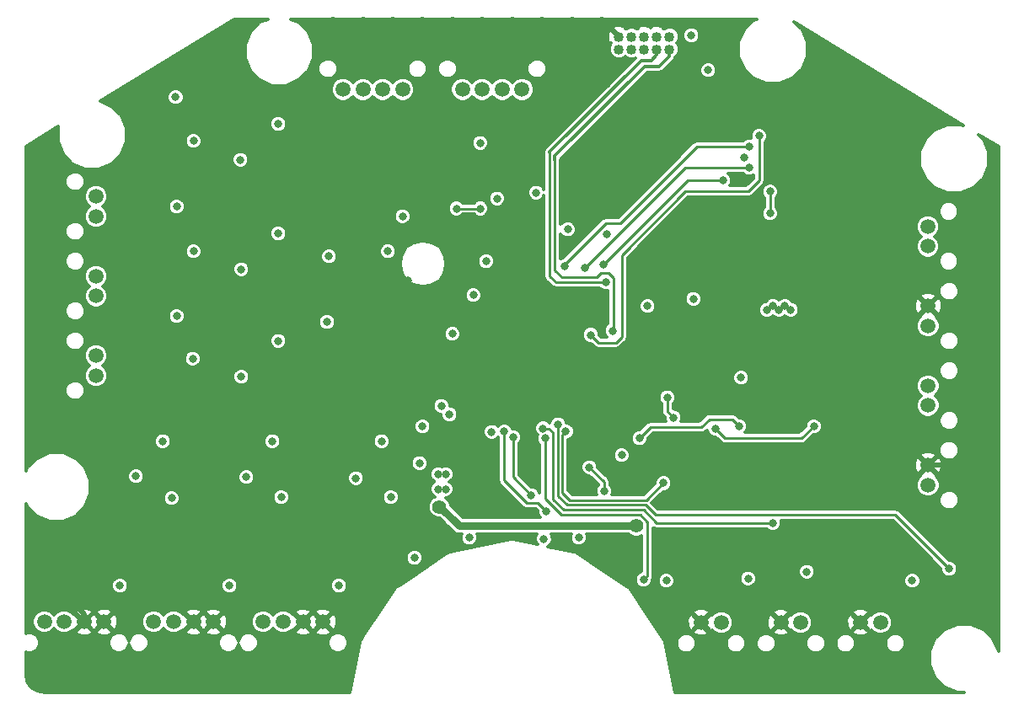
<source format=gbl>
%FSLAX46Y46*%
G04 Gerber Fmt 4.6, Leading zero omitted, Abs format (unit mm)*
G04 Created by KiCad (PCBNEW (2014-jan-25)-product) date Fri 01 Aug 2014 13:22:05 BST*
%MOMM*%
G01*
G04 APERTURE LIST*
%ADD10C,0.100000*%
%ADD11C,1.016000*%
%ADD12C,1.500000*%
%ADD13C,0.800000*%
%ADD14C,1.200000*%
%ADD15C,1.400000*%
%ADD16C,0.300000*%
%ADD17C,0.500000*%
%ADD18C,0.200000*%
%ADD19C,0.800000*%
%ADD20C,0.280000*%
G04 APERTURE END LIST*
D10*
D11*
X65800000Y-2930000D03*
X65800000Y-4200000D03*
X64530000Y-2930000D03*
X64530000Y-4200000D03*
X63260000Y-2930000D03*
X63260000Y-4200000D03*
X61990000Y-2930000D03*
X61990000Y-4200000D03*
X60720000Y-2930000D03*
X60720000Y-4200000D03*
D12*
X8200000Y-37000000D03*
X8200000Y-35000000D03*
X8200000Y-29000000D03*
X8200000Y-27000000D03*
X8200000Y-21000000D03*
X8200000Y-19000000D03*
X87000000Y-61800000D03*
X85000000Y-61800000D03*
X79000000Y-61800000D03*
X77000000Y-61800000D03*
X71000000Y-61800000D03*
X69000000Y-61800000D03*
X91750000Y-22000000D03*
X91750000Y-24000000D03*
X91800000Y-38000000D03*
X91800000Y-40000000D03*
X91800000Y-46000000D03*
X91800000Y-48000000D03*
X91800000Y-30000000D03*
X91800000Y-32000000D03*
X45000000Y-8250000D03*
X47000000Y-8250000D03*
X49000000Y-8250000D03*
X51000000Y-8250000D03*
X33000000Y-8250000D03*
X35000000Y-8250000D03*
X37000000Y-8250000D03*
X39000000Y-8250000D03*
X31000000Y-61750000D03*
X29000000Y-61750000D03*
X27000000Y-61750000D03*
X25000000Y-61750000D03*
X20000000Y-61750000D03*
X18000000Y-61750000D03*
X16000000Y-61750000D03*
X14000000Y-61750000D03*
X9000000Y-61750000D03*
X7000000Y-61750000D03*
X5000000Y-61750000D03*
X3000000Y-61750000D03*
D13*
X25600000Y-38700000D03*
X73900000Y-26100000D03*
X63600000Y-27200000D03*
X62800000Y-31200000D03*
X71250000Y-31750000D03*
X74000000Y-35800000D03*
X76800000Y-32400000D03*
X59600000Y-20700000D03*
X73600000Y-20600000D03*
X73300000Y-17200000D03*
X67900000Y-4400000D03*
X73600000Y-7900000D03*
X59500000Y-7700000D03*
X39500000Y-27400000D03*
X37500000Y-26100000D03*
X57200000Y-20000000D03*
X52300000Y-17000000D03*
X48600000Y-16400000D03*
X44200000Y-31500000D03*
X45800000Y-50200000D03*
X47300000Y-43500000D03*
X60700000Y-54400000D03*
X54300000Y-53300000D03*
X62600000Y-46300000D03*
X26500000Y-10100000D03*
X26500000Y-21100000D03*
X26500000Y-31900000D03*
X37650000Y-34700000D03*
X42100000Y-40900000D03*
X39400000Y-42100000D03*
X43400000Y-45100000D03*
X36800000Y-42000000D03*
X25800000Y-42000000D03*
X11700000Y-39600000D03*
X78500000Y-58100000D03*
X12600000Y-31500000D03*
X36000000Y-49100000D03*
X25000000Y-49100000D03*
X14000000Y-49100000D03*
X34600000Y-52800000D03*
X23700000Y-52800000D03*
X12600000Y-52800000D03*
X92200000Y-59000000D03*
X46400000Y-47200000D03*
X9800000Y-52900000D03*
X20800000Y-52900000D03*
X31800000Y-52900000D03*
X40000000Y-51600000D03*
X33400000Y-48400000D03*
X22400000Y-48400000D03*
X11400000Y-48400000D03*
X37100000Y-22400000D03*
X41500000Y-21000000D03*
X85000000Y-33300000D03*
X84900000Y-25200000D03*
X84900000Y-20800000D03*
X84500000Y-42500000D03*
X76300000Y-42400000D03*
X69000000Y-48000000D03*
X79700000Y-52000000D03*
X84900000Y-57600000D03*
X71100000Y-57600000D03*
X62600000Y-55400000D03*
X18000000Y-52200000D03*
X39200000Y-56200000D03*
X41800000Y-54600000D03*
X29000000Y-52200000D03*
X42400000Y-32800000D03*
X41000000Y-47200000D03*
X40000000Y-48400000D03*
X29000000Y-48400000D03*
X30200000Y-57400000D03*
X28200000Y-56200000D03*
X34800000Y-56400000D03*
X23800000Y-56400000D03*
X19200000Y-57400000D03*
X17200000Y-56200000D03*
X12800000Y-56400000D03*
X8200000Y-57400000D03*
X18000000Y-48400000D03*
X16200000Y-34800000D03*
X13600000Y-36000000D03*
X18400000Y-26800000D03*
X15200000Y-42000000D03*
X18400000Y-39400000D03*
X12600000Y-30200000D03*
X16200000Y-23800000D03*
X13600000Y-25400000D03*
X19400000Y-18000000D03*
X12600000Y-20600000D03*
X12600000Y-19200000D03*
X13600000Y-14400000D03*
X16200000Y-12800000D03*
X12600000Y-9600000D03*
X17200000Y-6600000D03*
X18400000Y-6600000D03*
X43200000Y-30200000D03*
X42000000Y-30200000D03*
X40000000Y-30200000D03*
X38000000Y-30000000D03*
X36000000Y-30000000D03*
X33500000Y-30000000D03*
X33500000Y-31500000D03*
X33500000Y-33500000D03*
X33500000Y-35500000D03*
X42600000Y-29200000D03*
X87600000Y-32600000D03*
D14*
X31000000Y-68000000D03*
X28000000Y-68000000D03*
X25000000Y-68000000D03*
X22000000Y-68000000D03*
X19000000Y-68000000D03*
X16000000Y-68000000D03*
X13000000Y-68000000D03*
X10000000Y-68000000D03*
X7000000Y-68000000D03*
X4000000Y-68000000D03*
X2000000Y-66000000D03*
X2000000Y-51600000D03*
X2000000Y-54000000D03*
X2000000Y-57000000D03*
X2000000Y-60000000D03*
X2000000Y-44700000D03*
X2000000Y-42000000D03*
X2000000Y-39000000D03*
X2000000Y-36000000D03*
X2000000Y-33000000D03*
X2000000Y-30000000D03*
X2000000Y-27000000D03*
X2000000Y-24000000D03*
X2000000Y-21000000D03*
X2000000Y-18000000D03*
X2000000Y-15000000D03*
X20000000Y-3000000D03*
X23000000Y-2000000D03*
X12350000Y-7750000D03*
X16800000Y-5000000D03*
X70000000Y-2000000D03*
X72700000Y-2000000D03*
X84000000Y-6500000D03*
X87000000Y-8500000D03*
X90000000Y-10500000D03*
X81000000Y-4500000D03*
X91300000Y-68000000D03*
X88000000Y-68000000D03*
X86200000Y-68000000D03*
X84200000Y-68000000D03*
X79600000Y-68100000D03*
X76000000Y-68000000D03*
X72300000Y-68000000D03*
X70000000Y-68000000D03*
X67000000Y-68000000D03*
D13*
X32400000Y-34000000D03*
D14*
X41000000Y-1500000D03*
X38000000Y-1500000D03*
X35000000Y-1500000D03*
X32000000Y-1500000D03*
X47000000Y-1500000D03*
X50000000Y-1500000D03*
X53000000Y-1500000D03*
X56000000Y-1500000D03*
X59000000Y-1500000D03*
X44000000Y-1500000D03*
D13*
X59400000Y-11100000D03*
D14*
X98000000Y-62000000D03*
X98000000Y-59000000D03*
X98000000Y-56000000D03*
X98000000Y-53000000D03*
X98000000Y-50000000D03*
X98000000Y-47000000D03*
X98000000Y-44000000D03*
X98000000Y-41000000D03*
X98000000Y-38000000D03*
X98000000Y-35000000D03*
X98000000Y-32000000D03*
X98000000Y-29000000D03*
X98000000Y-26000000D03*
X98000000Y-23000000D03*
X98000000Y-20000000D03*
X98000000Y-17000000D03*
D13*
X48000000Y-30600000D03*
X33200000Y-25000000D03*
X33000000Y-26800000D03*
X47200000Y-40500000D03*
X47200000Y-37900000D03*
X47200000Y-32600000D03*
X47200000Y-35500000D03*
X59700000Y-37000000D03*
X59400000Y-39700000D03*
X59400000Y-42200000D03*
X56700000Y-42200000D03*
X54600000Y-40600000D03*
X57000000Y-31900000D03*
X53000000Y-30600000D03*
X50600000Y-30600000D03*
X55500000Y-30600000D03*
X57500000Y-34300000D03*
X51600000Y-43200000D03*
X20800000Y-13400000D03*
X20800000Y-24500000D03*
X20800000Y-35300000D03*
X25600000Y-17000000D03*
X25600000Y-28000000D03*
X10900000Y-43300000D03*
X21900000Y-43200000D03*
X32900000Y-43300000D03*
D15*
X62500000Y-52100000D03*
X42700000Y-50200000D03*
D13*
X68200000Y-29300000D03*
X63600000Y-30000000D03*
X59500000Y-22800000D03*
X73000000Y-37200000D03*
X78000000Y-30400000D03*
X76800000Y-30400000D03*
X69700000Y-6300000D03*
X73300000Y-15100000D03*
X68000000Y-2800000D03*
X55600000Y-22300000D03*
X47950000Y-42650000D03*
X37500000Y-24500000D03*
X52400000Y-18600000D03*
X48500000Y-19200000D03*
X46800000Y-13600000D03*
X47400000Y-25500000D03*
X46100000Y-28900000D03*
X53200000Y-53400000D03*
X45700000Y-53300000D03*
X56700000Y-53300000D03*
X61000000Y-45000000D03*
X77400000Y-30000000D03*
X75600000Y-30400000D03*
X76200000Y-30000000D03*
X90200000Y-57600000D03*
X79600000Y-56700000D03*
X73700000Y-57400000D03*
X65500000Y-57600000D03*
X44000000Y-32800000D03*
X31600000Y-25000000D03*
X39000000Y-21000000D03*
X42900000Y-40050000D03*
X63200000Y-57500000D03*
X53300000Y-43300000D03*
X53100000Y-42300000D03*
X76200000Y-51800000D03*
X54600000Y-41900000D03*
X93900000Y-56400000D03*
X53400000Y-50600000D03*
X49200000Y-42600000D03*
X51900000Y-49000000D03*
X50100000Y-43200000D03*
X55400000Y-42600000D03*
X65200000Y-47800000D03*
X62800000Y-43300000D03*
X72800000Y-42100000D03*
X70400000Y-42300000D03*
X80300000Y-42100000D03*
X65600000Y-39200000D03*
X66200000Y-41200000D03*
X75900000Y-18500000D03*
X75900000Y-20700000D03*
X60100000Y-32500000D03*
X59400000Y-27600000D03*
X71200000Y-17400000D03*
X59200000Y-25800000D03*
X74800000Y-12900000D03*
X57900000Y-32900000D03*
X73800000Y-16100000D03*
X57300000Y-26200000D03*
X73800000Y-14000000D03*
X55300000Y-26000000D03*
X46800000Y-20200000D03*
X44400000Y-20200000D03*
X59250000Y-48600000D03*
X57750000Y-46200000D03*
X43300000Y-46900000D03*
X42600000Y-46900000D03*
X26500000Y-11700000D03*
X26500000Y-22700000D03*
X26500000Y-33500000D03*
X43700000Y-40900000D03*
X41000000Y-42100000D03*
X40700000Y-45800000D03*
X14900000Y-43600000D03*
X36900000Y-43600000D03*
X25900000Y-43600000D03*
X43300000Y-48400000D03*
X42600000Y-48400000D03*
X15800000Y-49300000D03*
X26800000Y-49200000D03*
X37800000Y-49200000D03*
X40200000Y-55300000D03*
X32600000Y-58100000D03*
X21600000Y-58100000D03*
X10600000Y-58100000D03*
X18000000Y-24500000D03*
X17900000Y-35300000D03*
X16300000Y-31000000D03*
X16300000Y-20000000D03*
X18000000Y-13400000D03*
X16200000Y-9000000D03*
X31400000Y-31600000D03*
X22700000Y-15300000D03*
X22800000Y-26300000D03*
X22800000Y-37100000D03*
X34300000Y-47300000D03*
X23300000Y-47200000D03*
X12200000Y-47100000D03*
D16*
X42000000Y-30200000D02*
X40000000Y-30200000D01*
X38000000Y-30000000D02*
X36000000Y-30000000D01*
X33500000Y-30000000D02*
X33600000Y-30200000D01*
X33600000Y-30200000D02*
X33500000Y-31500000D01*
X33500000Y-33500000D02*
X33500000Y-35500000D01*
D17*
X31000000Y-68000000D02*
X28000000Y-68000000D01*
X25000000Y-68000000D02*
X22000000Y-68000000D01*
X19000000Y-68000000D02*
X16000000Y-68000000D01*
X13000000Y-68000000D02*
X10000000Y-68000000D01*
X7000000Y-68000000D02*
X4000000Y-68000000D01*
X2000000Y-57000000D02*
X2000000Y-54000000D01*
X6000000Y-60000000D02*
X2000000Y-60000000D01*
X7000000Y-61000000D02*
X6000000Y-60000000D01*
X7000000Y-61750000D02*
X7000000Y-61000000D01*
X2000000Y-44700000D02*
X2000000Y-42000000D01*
X2000000Y-39000000D02*
X2000000Y-36000000D01*
X2000000Y-33000000D02*
X2000000Y-30000000D01*
X2000000Y-27000000D02*
X2000000Y-24000000D01*
X2000000Y-21000000D02*
X2000000Y-18000000D01*
X20000000Y-3000000D02*
X22000000Y-3000000D01*
X22000000Y-3000000D02*
X23000000Y-2000000D01*
X12350000Y-7750000D02*
X16800000Y-5000000D01*
X70000000Y-2000000D02*
X72700000Y-2000000D01*
X81000000Y-4500000D02*
X83000000Y-7000000D01*
X83000000Y-7000000D02*
X84000000Y-6500000D01*
X87000000Y-8500000D02*
X89000000Y-11000000D01*
X89000000Y-11000000D02*
X90000000Y-10500000D01*
X88000000Y-68000000D02*
X91300000Y-68000000D01*
X84200000Y-68000000D02*
X86200000Y-68000000D01*
X76000000Y-68000000D02*
X79600000Y-68100000D01*
X70000000Y-68000000D02*
X72300000Y-68000000D01*
X70000000Y-65000000D02*
X67000000Y-68000000D01*
X70000000Y-63000000D02*
X70000000Y-65000000D01*
X69000000Y-62000000D02*
X70000000Y-63000000D01*
X69000000Y-61800000D02*
X69000000Y-62000000D01*
D16*
X41000000Y-1500000D02*
X38000000Y-1500000D01*
X35000000Y-1500000D02*
X32000000Y-1500000D01*
X47000000Y-1500000D02*
X44000000Y-1500000D01*
X53000000Y-1500000D02*
X50000000Y-1500000D01*
X59000000Y-1500000D02*
X56000000Y-1500000D01*
D17*
X96400000Y-46000000D02*
X96900000Y-46500000D01*
X96900000Y-46500000D02*
X96900000Y-60900000D01*
X96900000Y-60900000D02*
X98000000Y-62000000D01*
X98000000Y-59000000D02*
X98000000Y-56000000D01*
X98000000Y-53000000D02*
X98000000Y-50000000D01*
X98000000Y-47000000D02*
X98000000Y-44000000D01*
X98000000Y-41000000D02*
X98000000Y-38000000D01*
X98000000Y-35000000D02*
X98000000Y-32000000D01*
X98000000Y-29000000D02*
X98000000Y-26000000D01*
X98000000Y-23000000D02*
X98000000Y-20000000D01*
X91800000Y-46000000D02*
X96400000Y-46000000D01*
D18*
X59700000Y-37000000D02*
X59400000Y-39700000D01*
X59400000Y-42200000D02*
X56700000Y-42200000D01*
X54600000Y-40600000D02*
X54400000Y-40800000D01*
X57000000Y-31900000D02*
X57000000Y-33800000D01*
X55500000Y-30600000D02*
X53000000Y-30600000D01*
X57000000Y-33800000D02*
X57500000Y-34300000D01*
X52400000Y-40600000D02*
X51600000Y-41400000D01*
X51600000Y-41400000D02*
X51600000Y-43200000D01*
X54600000Y-40600000D02*
X52400000Y-40600000D01*
D19*
X62500000Y-52100000D02*
X44700000Y-52100000D01*
X42700000Y-50100000D02*
X42700000Y-50200000D01*
X44700000Y-52100000D02*
X42700000Y-50100000D01*
D20*
X60700000Y-4200000D02*
X60720000Y-4200000D01*
X63600000Y-57100000D02*
X63200000Y-57500000D01*
X53300000Y-43300000D02*
X53300000Y-49400000D01*
X62900000Y-51000000D02*
X63600000Y-51700000D01*
X54900000Y-51000000D02*
X62900000Y-51000000D01*
X53300000Y-49400000D02*
X54900000Y-51000000D01*
X63600000Y-51700000D02*
X63600000Y-57100000D01*
X53100000Y-42300000D02*
X53100000Y-42300000D01*
X53100000Y-42300000D02*
X53700000Y-42300000D01*
X64500000Y-51800000D02*
X76200000Y-51800000D01*
X63200000Y-50500000D02*
X64500000Y-51800000D01*
X55180002Y-50500000D02*
X63200000Y-50500000D01*
X54100000Y-49419998D02*
X55180002Y-50500000D01*
X54100000Y-42700000D02*
X54100000Y-49419998D01*
X53700000Y-42300000D02*
X54100000Y-42700000D01*
X54600000Y-41900000D02*
X54580002Y-41919998D01*
X54580002Y-41919998D02*
X54580002Y-49080002D01*
X88500000Y-51000000D02*
X93900000Y-56400000D01*
X64380002Y-51000000D02*
X88500000Y-51000000D01*
X63380002Y-50000000D02*
X64380002Y-51000000D01*
X55500000Y-50000000D02*
X63380002Y-50000000D01*
X54580002Y-49080002D02*
X55500000Y-50000000D01*
X49200000Y-42600000D02*
X49200000Y-47500000D01*
X51500000Y-49800000D02*
X49200000Y-47500000D01*
X52600000Y-49800000D02*
X51500000Y-49800000D01*
X53400000Y-50600000D02*
X52600000Y-49800000D01*
X51900000Y-49000000D02*
X50100000Y-47200000D01*
X50100000Y-47200000D02*
X50100000Y-43200000D01*
X55400000Y-42600000D02*
X55060004Y-42939996D01*
X55060004Y-42939996D02*
X55060004Y-48780002D01*
X55060004Y-48780002D02*
X55780002Y-49500000D01*
X55780002Y-49500000D02*
X63500000Y-49500000D01*
X63500000Y-49500000D02*
X65200000Y-47800000D01*
X62800000Y-43300000D02*
X63900000Y-42200000D01*
X63900000Y-42200000D02*
X69000000Y-42200000D01*
X69000000Y-42200000D02*
X69800000Y-41400000D01*
X69800000Y-41400000D02*
X72100000Y-41400000D01*
X72100000Y-41400000D02*
X72800000Y-42100000D01*
X70400000Y-42300000D02*
X71400000Y-43300000D01*
X71400000Y-43300000D02*
X79100000Y-43300000D01*
X79100000Y-43300000D02*
X80300000Y-42100000D01*
X65600000Y-40600000D02*
X65600000Y-39200000D01*
X66200000Y-41200000D02*
X65600000Y-40600000D01*
X75900000Y-20700000D02*
X75900000Y-18500000D01*
D16*
X54300000Y-14900000D02*
X63300000Y-5900000D01*
X63300000Y-5900000D02*
X64800000Y-5900000D01*
X64800000Y-5900000D02*
X65800000Y-4900000D01*
X65800000Y-4900000D02*
X65800000Y-4200000D01*
D20*
X60100000Y-32500000D02*
X60200000Y-32400000D01*
X60200000Y-32400000D02*
X60200000Y-27200000D01*
X60200000Y-27200000D02*
X59700000Y-26700000D01*
X59700000Y-26700000D02*
X58900000Y-26700000D01*
X58900000Y-26700000D02*
X58500000Y-27100000D01*
X58500000Y-27100000D02*
X55000000Y-27100000D01*
X55000000Y-27100000D02*
X54300000Y-26400000D01*
X54300000Y-26400000D02*
X54300000Y-15300000D01*
D16*
X54300000Y-15300000D02*
X54300000Y-14900000D01*
D20*
X64500000Y-4200000D02*
X64530000Y-4200000D01*
D16*
X53780002Y-14519998D02*
X63000000Y-5300000D01*
X63000000Y-5300000D02*
X64000000Y-5300000D01*
X64000000Y-5300000D02*
X64530000Y-4770000D01*
X64530000Y-4770000D02*
X64530000Y-4200000D01*
D20*
X59400000Y-27600000D02*
X54400000Y-27600000D01*
X54400000Y-27600000D02*
X53780002Y-26980002D01*
X53780002Y-26980002D02*
X53780002Y-14598824D01*
D16*
X53780002Y-14598824D02*
X53780002Y-14519998D01*
D20*
X67600000Y-17400000D02*
X71200000Y-17400000D01*
X59200000Y-25800000D02*
X67600000Y-17400000D01*
X74800000Y-17400000D02*
X74800000Y-12900000D01*
X73700000Y-18500000D02*
X74800000Y-17400000D01*
X67400000Y-18500000D02*
X73700000Y-18500000D01*
X61000000Y-24900000D02*
X67400000Y-18500000D01*
X61000000Y-33100000D02*
X61000000Y-24900000D01*
X60400000Y-33700000D02*
X61000000Y-33100000D01*
X58700000Y-33700000D02*
X60400000Y-33700000D01*
X57900000Y-32900000D02*
X58700000Y-33700000D01*
X67400000Y-16100000D02*
X73800000Y-16100000D01*
X57300000Y-26200000D02*
X67400000Y-16100000D01*
X68600000Y-14000000D02*
X73800000Y-14000000D01*
X60900000Y-21700000D02*
X68600000Y-14000000D01*
X59400000Y-21700000D02*
X60900000Y-21700000D01*
X55300000Y-25800000D02*
X59400000Y-21700000D01*
X55300000Y-26000000D02*
X55300000Y-25800000D01*
X44400000Y-20200000D02*
X46800000Y-20200000D01*
X59250000Y-48600000D02*
X59250000Y-47700000D01*
X59250000Y-47700000D02*
X57750000Y-46200000D01*
D17*
X91800000Y-48000000D02*
X92000000Y-48000000D01*
D16*
G36*
X63373364Y-2986341D02*
X63274142Y-3085563D01*
X63260000Y-3071421D01*
X63245857Y-3085563D01*
X63104436Y-2944142D01*
X63118579Y-2930000D01*
X63104436Y-2915857D01*
X63245857Y-2774436D01*
X63260000Y-2788579D01*
X63274142Y-2774436D01*
X63367985Y-2868279D01*
X63373364Y-2986341D01*
X63373364Y-2986341D01*
G37*
X63373364Y-2986341D02*
X63274142Y-3085563D01*
X63260000Y-3071421D01*
X63245857Y-3085563D01*
X63104436Y-2944142D01*
X63118579Y-2930000D01*
X63104436Y-2915857D01*
X63245857Y-2774436D01*
X63260000Y-2788579D01*
X63274142Y-2774436D01*
X63367985Y-2868279D01*
X63373364Y-2986341D01*
G36*
X64685563Y-2944142D02*
X64544142Y-3085563D01*
X64530000Y-3071421D01*
X64515857Y-3085563D01*
X64422014Y-2991720D01*
X64416635Y-2873658D01*
X64515857Y-2774436D01*
X64530000Y-2788579D01*
X64544142Y-2774436D01*
X64685563Y-2915857D01*
X64671421Y-2930000D01*
X64685563Y-2944142D01*
X64685563Y-2944142D01*
G37*
X64685563Y-2944142D02*
X64544142Y-3085563D01*
X64530000Y-3071421D01*
X64515857Y-3085563D01*
X64422014Y-2991720D01*
X64416635Y-2873658D01*
X64515857Y-2774436D01*
X64530000Y-2788579D01*
X64544142Y-2774436D01*
X64685563Y-2915857D01*
X64671421Y-2930000D01*
X64685563Y-2944142D01*
G36*
X74210000Y-17155614D02*
X73455614Y-17910000D01*
X71892240Y-17910000D01*
X71920174Y-17882115D01*
X72049852Y-17569817D01*
X72050147Y-17231666D01*
X71921015Y-16919143D01*
X71692271Y-16690000D01*
X73187937Y-16690000D01*
X73317885Y-16820174D01*
X73630183Y-16949852D01*
X73968334Y-16950147D01*
X74210000Y-16850292D01*
X74210000Y-17155614D01*
X74210000Y-17155614D01*
G37*
X74210000Y-17155614D02*
X73455614Y-17910000D01*
X71892240Y-17910000D01*
X71920174Y-17882115D01*
X72049852Y-17569817D01*
X72050147Y-17231666D01*
X71921015Y-16919143D01*
X71692271Y-16690000D01*
X73187937Y-16690000D01*
X73317885Y-16820174D01*
X73630183Y-16949852D01*
X73968334Y-16950147D01*
X74210000Y-16850292D01*
X74210000Y-17155614D01*
G36*
X98850000Y-64715318D02*
X98326473Y-63448285D01*
X97356819Y-62476938D01*
X96089258Y-61950601D01*
X94900173Y-61949563D01*
X94900173Y-49301960D01*
X94900173Y-44301960D01*
X94900173Y-41301960D01*
X94900173Y-36301960D01*
X94900173Y-33301960D01*
X94900173Y-28301960D01*
X94850173Y-28180950D01*
X94850173Y-25301960D01*
X94850173Y-20301960D01*
X94698253Y-19934286D01*
X94417194Y-19652736D01*
X94049785Y-19500174D01*
X93651960Y-19499827D01*
X93284286Y-19651747D01*
X93002736Y-19932806D01*
X92850174Y-20300215D01*
X92849827Y-20698040D01*
X93001747Y-21065714D01*
X93282806Y-21347264D01*
X93650215Y-21499826D01*
X94048040Y-21500173D01*
X94415714Y-21348253D01*
X94697264Y-21067194D01*
X94849826Y-20699785D01*
X94850173Y-20301960D01*
X94850173Y-25301960D01*
X94698253Y-24934286D01*
X94417194Y-24652736D01*
X94049785Y-24500174D01*
X93651960Y-24499827D01*
X93284286Y-24651747D01*
X93002736Y-24932806D01*
X92950207Y-25059309D01*
X92950207Y-23762353D01*
X92767903Y-23321143D01*
X92447056Y-22999735D01*
X92766717Y-22680633D01*
X92949791Y-22239742D01*
X92950207Y-21762353D01*
X92767903Y-21321143D01*
X92430633Y-20983283D01*
X91989742Y-20800209D01*
X91512353Y-20799793D01*
X91071143Y-20982097D01*
X90733283Y-21319367D01*
X90550209Y-21760258D01*
X90549793Y-22237647D01*
X90732097Y-22678857D01*
X91052943Y-23000264D01*
X90733283Y-23319367D01*
X90550209Y-23760258D01*
X90549793Y-24237647D01*
X90732097Y-24678857D01*
X91069367Y-25016717D01*
X91510258Y-25199791D01*
X91987647Y-25200207D01*
X92428857Y-25017903D01*
X92766717Y-24680633D01*
X92949791Y-24239742D01*
X92950207Y-23762353D01*
X92950207Y-25059309D01*
X92850174Y-25300215D01*
X92849827Y-25698040D01*
X93001747Y-26065714D01*
X93282806Y-26347264D01*
X93650215Y-26499826D01*
X94048040Y-26500173D01*
X94415714Y-26348253D01*
X94697264Y-26067194D01*
X94849826Y-25699785D01*
X94850173Y-25301960D01*
X94850173Y-28180950D01*
X94748253Y-27934286D01*
X94467194Y-27652736D01*
X94099785Y-27500174D01*
X93701960Y-27499827D01*
X93334286Y-27651747D01*
X93052736Y-27932806D01*
X92900174Y-28300215D01*
X92899827Y-28698040D01*
X93051747Y-29065714D01*
X93332806Y-29347264D01*
X93700215Y-29499826D01*
X94098040Y-29500173D01*
X94465714Y-29348253D01*
X94747264Y-29067194D01*
X94899826Y-28699785D01*
X94900173Y-28301960D01*
X94900173Y-33301960D01*
X94748253Y-32934286D01*
X94467194Y-32652736D01*
X94099785Y-32500174D01*
X93701960Y-32499827D01*
X93334286Y-32651747D01*
X93207923Y-32777889D01*
X93207923Y-30235171D01*
X93190748Y-29678481D01*
X93010755Y-29243942D01*
X92762350Y-29179071D01*
X92620929Y-29320492D01*
X92620929Y-29037650D01*
X92556058Y-28789245D01*
X92035171Y-28592077D01*
X91478481Y-28609252D01*
X91043942Y-28789245D01*
X90979071Y-29037650D01*
X91800000Y-29858579D01*
X92620929Y-29037650D01*
X92620929Y-29320492D01*
X91941421Y-30000000D01*
X92762350Y-30820929D01*
X93010755Y-30756058D01*
X93207923Y-30235171D01*
X93207923Y-32777889D01*
X93052736Y-32932806D01*
X93000207Y-33059309D01*
X93000207Y-31762353D01*
X92817903Y-31321143D01*
X92587504Y-31090341D01*
X92620929Y-30962350D01*
X91800000Y-30141421D01*
X91658579Y-30282842D01*
X91658579Y-30000000D01*
X90837650Y-29179071D01*
X90589245Y-29243942D01*
X90392077Y-29764829D01*
X90409252Y-30321519D01*
X90589245Y-30756058D01*
X90837650Y-30820929D01*
X91658579Y-30000000D01*
X91658579Y-30282842D01*
X90979071Y-30962350D01*
X91012540Y-31090510D01*
X90783283Y-31319367D01*
X90600209Y-31760258D01*
X90599793Y-32237647D01*
X90782097Y-32678857D01*
X91119367Y-33016717D01*
X91560258Y-33199791D01*
X92037647Y-33200207D01*
X92478857Y-33017903D01*
X92816717Y-32680633D01*
X92999791Y-32239742D01*
X93000207Y-31762353D01*
X93000207Y-33059309D01*
X92900174Y-33300215D01*
X92899827Y-33698040D01*
X93051747Y-34065714D01*
X93332806Y-34347264D01*
X93700215Y-34499826D01*
X94098040Y-34500173D01*
X94465714Y-34348253D01*
X94747264Y-34067194D01*
X94899826Y-33699785D01*
X94900173Y-33301960D01*
X94900173Y-36301960D01*
X94748253Y-35934286D01*
X94467194Y-35652736D01*
X94099785Y-35500174D01*
X93701960Y-35499827D01*
X93334286Y-35651747D01*
X93052736Y-35932806D01*
X92900174Y-36300215D01*
X92899827Y-36698040D01*
X93051747Y-37065714D01*
X93332806Y-37347264D01*
X93700215Y-37499826D01*
X94098040Y-37500173D01*
X94465714Y-37348253D01*
X94747264Y-37067194D01*
X94899826Y-36699785D01*
X94900173Y-36301960D01*
X94900173Y-41301960D01*
X94748253Y-40934286D01*
X94467194Y-40652736D01*
X94099785Y-40500174D01*
X93701960Y-40499827D01*
X93334286Y-40651747D01*
X93052736Y-40932806D01*
X93000207Y-41059309D01*
X93000207Y-39762353D01*
X92817903Y-39321143D01*
X92497056Y-38999735D01*
X92816717Y-38680633D01*
X92999791Y-38239742D01*
X93000207Y-37762353D01*
X92817903Y-37321143D01*
X92480633Y-36983283D01*
X92039742Y-36800209D01*
X91562353Y-36799793D01*
X91121143Y-36982097D01*
X90783283Y-37319367D01*
X90600209Y-37760258D01*
X90599793Y-38237647D01*
X90782097Y-38678857D01*
X91102943Y-39000264D01*
X90783283Y-39319367D01*
X90600209Y-39760258D01*
X90599793Y-40237647D01*
X90782097Y-40678857D01*
X91119367Y-41016717D01*
X91560258Y-41199791D01*
X92037647Y-41200207D01*
X92478857Y-41017903D01*
X92816717Y-40680633D01*
X92999791Y-40239742D01*
X93000207Y-39762353D01*
X93000207Y-41059309D01*
X92900174Y-41300215D01*
X92899827Y-41698040D01*
X93051747Y-42065714D01*
X93332806Y-42347264D01*
X93700215Y-42499826D01*
X94098040Y-42500173D01*
X94465714Y-42348253D01*
X94747264Y-42067194D01*
X94899826Y-41699785D01*
X94900173Y-41301960D01*
X94900173Y-44301960D01*
X94748253Y-43934286D01*
X94467194Y-43652736D01*
X94099785Y-43500174D01*
X93701960Y-43499827D01*
X93334286Y-43651747D01*
X93052736Y-43932806D01*
X92900174Y-44300215D01*
X92899827Y-44698040D01*
X93051747Y-45065714D01*
X93332806Y-45347264D01*
X93700215Y-45499826D01*
X94098040Y-45500173D01*
X94465714Y-45348253D01*
X94747264Y-45067194D01*
X94899826Y-44699785D01*
X94900173Y-44301960D01*
X94900173Y-49301960D01*
X94748253Y-48934286D01*
X94467194Y-48652736D01*
X94099785Y-48500174D01*
X93701960Y-48499827D01*
X93334286Y-48651747D01*
X93207923Y-48777889D01*
X93207923Y-46235171D01*
X93190748Y-45678481D01*
X93010755Y-45243942D01*
X92762350Y-45179071D01*
X92620929Y-45320492D01*
X92620929Y-45037650D01*
X92556058Y-44789245D01*
X92035171Y-44592077D01*
X91478481Y-44609252D01*
X91043942Y-44789245D01*
X90979071Y-45037650D01*
X91800000Y-45858579D01*
X92620929Y-45037650D01*
X92620929Y-45320492D01*
X91941421Y-46000000D01*
X92762350Y-46820929D01*
X93010755Y-46756058D01*
X93207923Y-46235171D01*
X93207923Y-48777889D01*
X93052736Y-48932806D01*
X93000207Y-49059309D01*
X93000207Y-47762353D01*
X92817903Y-47321143D01*
X92587504Y-47090341D01*
X92620929Y-46962350D01*
X91800000Y-46141421D01*
X91658579Y-46282842D01*
X91658579Y-46000000D01*
X90837650Y-45179071D01*
X90589245Y-45243942D01*
X90392077Y-45764829D01*
X90409252Y-46321519D01*
X90589245Y-46756058D01*
X90837650Y-46820929D01*
X91658579Y-46000000D01*
X91658579Y-46282842D01*
X90979071Y-46962350D01*
X91012540Y-47090510D01*
X90783283Y-47319367D01*
X90600209Y-47760258D01*
X90599793Y-48237647D01*
X90782097Y-48678857D01*
X91119367Y-49016717D01*
X91560258Y-49199791D01*
X92037647Y-49200207D01*
X92478857Y-49017903D01*
X92816717Y-48680633D01*
X92999791Y-48239742D01*
X93000207Y-47762353D01*
X93000207Y-49059309D01*
X92900174Y-49300215D01*
X92899827Y-49698040D01*
X93051747Y-50065714D01*
X93332806Y-50347264D01*
X93700215Y-50499826D01*
X94098040Y-50500173D01*
X94465714Y-50348253D01*
X94747264Y-50067194D01*
X94899826Y-49699785D01*
X94900173Y-49301960D01*
X94900173Y-61949563D01*
X94716763Y-61949403D01*
X93448285Y-62473527D01*
X92476938Y-63443181D01*
X91950601Y-64710742D01*
X91949403Y-66083237D01*
X92473527Y-67351715D01*
X93443181Y-68323062D01*
X94710742Y-68849399D01*
X95399280Y-68850000D01*
X91050147Y-68850000D01*
X91050147Y-57431666D01*
X90921015Y-57119143D01*
X90682115Y-56879826D01*
X90369817Y-56750148D01*
X90031666Y-56749853D01*
X89719143Y-56878985D01*
X89479826Y-57117885D01*
X89350148Y-57430183D01*
X89349853Y-57768334D01*
X89478985Y-58080857D01*
X89717885Y-58320174D01*
X90030183Y-58449852D01*
X90368334Y-58450147D01*
X90680857Y-58321015D01*
X90920174Y-58082115D01*
X91049852Y-57769817D01*
X91050147Y-57431666D01*
X91050147Y-68850000D01*
X89500173Y-68850000D01*
X89500173Y-63701960D01*
X89348253Y-63334286D01*
X89067194Y-63052736D01*
X88699785Y-62900174D01*
X88301960Y-62899827D01*
X88200207Y-62941870D01*
X88200207Y-61562353D01*
X88017903Y-61121143D01*
X87680633Y-60783283D01*
X87239742Y-60600209D01*
X86762353Y-60599793D01*
X86321143Y-60782097D01*
X86090341Y-61012495D01*
X85962350Y-60979071D01*
X85820929Y-61120492D01*
X85820929Y-60837650D01*
X85756058Y-60589245D01*
X85235171Y-60392077D01*
X84678481Y-60409252D01*
X84243942Y-60589245D01*
X84179071Y-60837650D01*
X85000000Y-61658579D01*
X85820929Y-60837650D01*
X85820929Y-61120492D01*
X85141421Y-61800000D01*
X85962350Y-62620929D01*
X86090510Y-62587459D01*
X86319367Y-62816717D01*
X86760258Y-62999791D01*
X87237647Y-63000207D01*
X87678857Y-62817903D01*
X88016717Y-62480633D01*
X88199791Y-62039742D01*
X88200207Y-61562353D01*
X88200207Y-62941870D01*
X87934286Y-63051747D01*
X87652736Y-63332806D01*
X87500174Y-63700215D01*
X87499827Y-64098040D01*
X87651747Y-64465714D01*
X87932806Y-64747264D01*
X88300215Y-64899826D01*
X88698040Y-64900173D01*
X89065714Y-64748253D01*
X89347264Y-64467194D01*
X89499826Y-64099785D01*
X89500173Y-63701960D01*
X89500173Y-68850000D01*
X85820929Y-68850000D01*
X85820929Y-62762350D01*
X85000000Y-61941421D01*
X84858579Y-62082842D01*
X84858579Y-61800000D01*
X84037650Y-60979071D01*
X83789245Y-61043942D01*
X83592077Y-61564829D01*
X83609252Y-62121519D01*
X83789245Y-62556058D01*
X84037650Y-62620929D01*
X84858579Y-61800000D01*
X84858579Y-62082842D01*
X84179071Y-62762350D01*
X84243942Y-63010755D01*
X84764829Y-63207923D01*
X85321519Y-63190748D01*
X85756058Y-63010755D01*
X85820929Y-62762350D01*
X85820929Y-68850000D01*
X84500173Y-68850000D01*
X84500173Y-63701960D01*
X84348253Y-63334286D01*
X84067194Y-63052736D01*
X83699785Y-62900174D01*
X83301960Y-62899827D01*
X82934286Y-63051747D01*
X82652736Y-63332806D01*
X82500174Y-63700215D01*
X82499827Y-64098040D01*
X82651747Y-64465714D01*
X82932806Y-64747264D01*
X83300215Y-64899826D01*
X83698040Y-64900173D01*
X84065714Y-64748253D01*
X84347264Y-64467194D01*
X84499826Y-64099785D01*
X84500173Y-63701960D01*
X84500173Y-68850000D01*
X81500173Y-68850000D01*
X81500173Y-63701960D01*
X81348253Y-63334286D01*
X81067194Y-63052736D01*
X80699785Y-62900174D01*
X80450147Y-62899956D01*
X80450147Y-56531666D01*
X80321015Y-56219143D01*
X80082115Y-55979826D01*
X79769817Y-55850148D01*
X79431666Y-55849853D01*
X79119143Y-55978985D01*
X78879826Y-56217885D01*
X78750148Y-56530183D01*
X78749853Y-56868334D01*
X78878985Y-57180857D01*
X79117885Y-57420174D01*
X79430183Y-57549852D01*
X79768334Y-57550147D01*
X80080857Y-57421015D01*
X80320174Y-57182115D01*
X80449852Y-56869817D01*
X80450147Y-56531666D01*
X80450147Y-62899956D01*
X80301960Y-62899827D01*
X80200207Y-62941870D01*
X80200207Y-61562353D01*
X80017903Y-61121143D01*
X79680633Y-60783283D01*
X79239742Y-60600209D01*
X78762353Y-60599793D01*
X78321143Y-60782097D01*
X78090341Y-61012495D01*
X77962350Y-60979071D01*
X77820929Y-61120492D01*
X77820929Y-60837650D01*
X77756058Y-60589245D01*
X77235171Y-60392077D01*
X76678481Y-60409252D01*
X76243942Y-60589245D01*
X76179071Y-60837650D01*
X77000000Y-61658579D01*
X77820929Y-60837650D01*
X77820929Y-61120492D01*
X77141421Y-61800000D01*
X77962350Y-62620929D01*
X78090510Y-62587459D01*
X78319367Y-62816717D01*
X78760258Y-62999791D01*
X79237647Y-63000207D01*
X79678857Y-62817903D01*
X80016717Y-62480633D01*
X80199791Y-62039742D01*
X80200207Y-61562353D01*
X80200207Y-62941870D01*
X79934286Y-63051747D01*
X79652736Y-63332806D01*
X79500174Y-63700215D01*
X79499827Y-64098040D01*
X79651747Y-64465714D01*
X79932806Y-64747264D01*
X80300215Y-64899826D01*
X80698040Y-64900173D01*
X81065714Y-64748253D01*
X81347264Y-64467194D01*
X81499826Y-64099785D01*
X81500173Y-63701960D01*
X81500173Y-68850000D01*
X77820929Y-68850000D01*
X77820929Y-62762350D01*
X77000000Y-61941421D01*
X76858579Y-62082842D01*
X76858579Y-61800000D01*
X76037650Y-60979071D01*
X75789245Y-61043942D01*
X75592077Y-61564829D01*
X75609252Y-62121519D01*
X75789245Y-62556058D01*
X76037650Y-62620929D01*
X76858579Y-61800000D01*
X76858579Y-62082842D01*
X76179071Y-62762350D01*
X76243942Y-63010755D01*
X76764829Y-63207923D01*
X77321519Y-63190748D01*
X77756058Y-63010755D01*
X77820929Y-62762350D01*
X77820929Y-68850000D01*
X76500173Y-68850000D01*
X76500173Y-63701960D01*
X76348253Y-63334286D01*
X76067194Y-63052736D01*
X75699785Y-62900174D01*
X75301960Y-62899827D01*
X74934286Y-63051747D01*
X74652736Y-63332806D01*
X74550147Y-63579867D01*
X74550147Y-57231666D01*
X74421015Y-56919143D01*
X74182115Y-56679826D01*
X73869817Y-56550148D01*
X73531666Y-56549853D01*
X73219143Y-56678985D01*
X72979826Y-56917885D01*
X72850148Y-57230183D01*
X72849853Y-57568334D01*
X72978985Y-57880857D01*
X73217885Y-58120174D01*
X73530183Y-58249852D01*
X73868334Y-58250147D01*
X74180857Y-58121015D01*
X74420174Y-57882115D01*
X74549852Y-57569817D01*
X74550147Y-57231666D01*
X74550147Y-63579867D01*
X74500174Y-63700215D01*
X74499827Y-64098040D01*
X74651747Y-64465714D01*
X74932806Y-64747264D01*
X75300215Y-64899826D01*
X75698040Y-64900173D01*
X76065714Y-64748253D01*
X76347264Y-64467194D01*
X76499826Y-64099785D01*
X76500173Y-63701960D01*
X76500173Y-68850000D01*
X73500173Y-68850000D01*
X73500173Y-63701960D01*
X73348253Y-63334286D01*
X73067194Y-63052736D01*
X72699785Y-62900174D01*
X72301960Y-62899827D01*
X72200207Y-62941870D01*
X72200207Y-61562353D01*
X72017903Y-61121143D01*
X71680633Y-60783283D01*
X71239742Y-60600209D01*
X70762353Y-60599793D01*
X70321143Y-60782097D01*
X70090341Y-61012495D01*
X69962350Y-60979071D01*
X69820929Y-61120492D01*
X69820929Y-60837650D01*
X69756058Y-60589245D01*
X69235171Y-60392077D01*
X68678481Y-60409252D01*
X68243942Y-60589245D01*
X68179071Y-60837650D01*
X69000000Y-61658579D01*
X69820929Y-60837650D01*
X69820929Y-61120492D01*
X69141421Y-61800000D01*
X69962350Y-62620929D01*
X70090510Y-62587459D01*
X70319367Y-62816717D01*
X70760258Y-62999791D01*
X71237647Y-63000207D01*
X71678857Y-62817903D01*
X72016717Y-62480633D01*
X72199791Y-62039742D01*
X72200207Y-61562353D01*
X72200207Y-62941870D01*
X71934286Y-63051747D01*
X71652736Y-63332806D01*
X71500174Y-63700215D01*
X71499827Y-64098040D01*
X71651747Y-64465714D01*
X71932806Y-64747264D01*
X72300215Y-64899826D01*
X72698040Y-64900173D01*
X73065714Y-64748253D01*
X73347264Y-64467194D01*
X73499826Y-64099785D01*
X73500173Y-63701960D01*
X73500173Y-68850000D01*
X69820929Y-68850000D01*
X69820929Y-62762350D01*
X69000000Y-61941421D01*
X68858579Y-62082842D01*
X68858579Y-61800000D01*
X68037650Y-60979071D01*
X67789245Y-61043942D01*
X67592077Y-61564829D01*
X67609252Y-62121519D01*
X67789245Y-62556058D01*
X68037650Y-62620929D01*
X68858579Y-61800000D01*
X68858579Y-62082842D01*
X68179071Y-62762350D01*
X68243942Y-63010755D01*
X68764829Y-63207923D01*
X69321519Y-63190748D01*
X69756058Y-63010755D01*
X69820929Y-62762350D01*
X69820929Y-68850000D01*
X68500173Y-68850000D01*
X68500173Y-63701960D01*
X68348253Y-63334286D01*
X68067194Y-63052736D01*
X67699785Y-62900174D01*
X67301960Y-62899827D01*
X66934286Y-63051747D01*
X66652736Y-63332806D01*
X66500174Y-63700215D01*
X66499827Y-64098040D01*
X66651747Y-64465714D01*
X66932806Y-64747264D01*
X67300215Y-64899826D01*
X67698040Y-64900173D01*
X68065714Y-64748253D01*
X68347264Y-64467194D01*
X68499826Y-64099785D01*
X68500173Y-63701960D01*
X68500173Y-68850000D01*
X66350147Y-68850000D01*
X66350147Y-57431666D01*
X66221015Y-57119143D01*
X65982115Y-56879826D01*
X65669817Y-56750148D01*
X65331666Y-56749853D01*
X65019143Y-56878985D01*
X64779826Y-57117885D01*
X64650148Y-57430183D01*
X64649853Y-57768334D01*
X64778985Y-58080857D01*
X65017885Y-58320174D01*
X65330183Y-58449852D01*
X65668334Y-58450147D01*
X65980857Y-58321015D01*
X66220174Y-58082115D01*
X66349852Y-57769817D01*
X66350147Y-57431666D01*
X66350147Y-68850000D01*
X66332026Y-68850000D01*
X65321505Y-63769765D01*
X65239382Y-63571501D01*
X65239378Y-63571497D01*
X61771016Y-58380728D01*
X61619272Y-58228983D01*
X61619265Y-58228980D01*
X56428499Y-54760619D01*
X56428498Y-54760618D01*
X56312358Y-54712511D01*
X56230235Y-54678495D01*
X56230234Y-54678495D01*
X53598554Y-54155021D01*
X53680857Y-54121015D01*
X53920174Y-53882115D01*
X54049852Y-53569817D01*
X54050147Y-53231666D01*
X53933764Y-52950000D01*
X55924966Y-52950000D01*
X55850148Y-53130183D01*
X55849853Y-53468334D01*
X55978985Y-53780857D01*
X56217885Y-54020174D01*
X56530183Y-54149852D01*
X56868334Y-54150147D01*
X57180857Y-54021015D01*
X57420174Y-53782115D01*
X57549852Y-53469817D01*
X57550147Y-53131666D01*
X57475084Y-52950000D01*
X61723589Y-52950000D01*
X61847727Y-53074354D01*
X62270247Y-53249800D01*
X62727746Y-53250199D01*
X63010000Y-53133574D01*
X63010000Y-56658805D01*
X62719143Y-56778985D01*
X62479826Y-57017885D01*
X62350148Y-57330183D01*
X62349853Y-57668334D01*
X62478985Y-57980857D01*
X62717885Y-58220174D01*
X63030183Y-58349852D01*
X63368334Y-58350147D01*
X63680857Y-58221015D01*
X63920174Y-57982115D01*
X64049852Y-57669817D01*
X64050028Y-57468052D01*
X64050028Y-57468051D01*
X64145089Y-57325784D01*
X64145089Y-57325783D01*
X64190000Y-57100000D01*
X64190000Y-52288817D01*
X64274217Y-52345089D01*
X64500000Y-52390000D01*
X75587937Y-52390000D01*
X75717885Y-52520174D01*
X76030183Y-52649852D01*
X76368334Y-52650147D01*
X76680857Y-52521015D01*
X76920174Y-52282115D01*
X77049852Y-51969817D01*
X77050147Y-51631666D01*
X77032930Y-51590000D01*
X88255614Y-51590000D01*
X93050013Y-56384399D01*
X93049853Y-56568334D01*
X93178985Y-56880857D01*
X93417885Y-57120174D01*
X93730183Y-57249852D01*
X94068334Y-57250147D01*
X94380857Y-57121015D01*
X94620174Y-56882115D01*
X94749852Y-56569817D01*
X94750147Y-56231666D01*
X94621015Y-55919143D01*
X94382115Y-55679826D01*
X94069817Y-55550148D01*
X93884372Y-55549986D01*
X88917193Y-50582807D01*
X88725783Y-50454911D01*
X88500000Y-50410000D01*
X81150147Y-50410000D01*
X81150147Y-41931666D01*
X81021015Y-41619143D01*
X80782115Y-41379826D01*
X80469817Y-41250148D01*
X80131666Y-41249853D01*
X79819143Y-41378985D01*
X79579826Y-41617885D01*
X79450148Y-41930183D01*
X79449986Y-42115627D01*
X78855614Y-42710000D01*
X78850147Y-42710000D01*
X78850147Y-30231666D01*
X78721015Y-29919143D01*
X78482115Y-29679826D01*
X78169817Y-29550148D01*
X78133813Y-29550116D01*
X78121015Y-29519143D01*
X77882115Y-29279826D01*
X77569817Y-29150148D01*
X77231666Y-29149853D01*
X76919143Y-29278985D01*
X76800001Y-29397918D01*
X76750147Y-29347976D01*
X76750147Y-20531666D01*
X76621015Y-20219143D01*
X76490000Y-20087899D01*
X76490000Y-19112062D01*
X76620174Y-18982115D01*
X76749852Y-18669817D01*
X76750147Y-18331666D01*
X76621015Y-18019143D01*
X76382115Y-17779826D01*
X76069817Y-17650148D01*
X75731666Y-17649853D01*
X75650147Y-17683535D01*
X75650147Y-12731666D01*
X75521015Y-12419143D01*
X75282115Y-12179826D01*
X74969817Y-12050148D01*
X74631666Y-12049853D01*
X74319143Y-12178985D01*
X74079826Y-12417885D01*
X73950148Y-12730183D01*
X73949853Y-13068334D01*
X73986524Y-13157085D01*
X73969817Y-13150148D01*
X73631666Y-13149853D01*
X73319143Y-13278985D01*
X73187899Y-13410000D01*
X70550147Y-13410000D01*
X70550147Y-6131666D01*
X70421015Y-5819143D01*
X70182115Y-5579826D01*
X69869817Y-5450148D01*
X69531666Y-5449853D01*
X69219143Y-5578985D01*
X68979826Y-5817885D01*
X68850148Y-6130183D01*
X68850147Y-6131329D01*
X68850147Y-2631666D01*
X68721015Y-2319143D01*
X68482115Y-2079826D01*
X68169817Y-1950148D01*
X67831666Y-1949853D01*
X67519143Y-2078985D01*
X67279826Y-2317885D01*
X67150148Y-2630183D01*
X67149853Y-2968334D01*
X67278985Y-3280857D01*
X67517885Y-3520174D01*
X67830183Y-3649852D01*
X68168334Y-3650147D01*
X68480857Y-3521015D01*
X68720174Y-3282115D01*
X68849852Y-2969817D01*
X68850147Y-2631666D01*
X68850147Y-6131329D01*
X68849853Y-6468334D01*
X68978985Y-6780857D01*
X69217885Y-7020174D01*
X69530183Y-7149852D01*
X69868334Y-7150147D01*
X70180857Y-7021015D01*
X70420174Y-6782115D01*
X70549852Y-6469817D01*
X70550147Y-6131666D01*
X70550147Y-13410000D01*
X68600000Y-13410000D01*
X68374216Y-13454911D01*
X68182807Y-13582807D01*
X60655614Y-21110000D01*
X59400000Y-21110000D01*
X59174217Y-21154911D01*
X58982807Y-21282807D01*
X55104561Y-25161052D01*
X54890000Y-25249707D01*
X54890000Y-22791891D01*
X55117885Y-23020174D01*
X55430183Y-23149852D01*
X55768334Y-23150147D01*
X56080857Y-23021015D01*
X56320174Y-22782115D01*
X56449852Y-22469817D01*
X56450147Y-22131666D01*
X56321015Y-21819143D01*
X56082115Y-21579826D01*
X55769817Y-21450148D01*
X55431666Y-21449853D01*
X55119143Y-21578985D01*
X54890000Y-21807728D01*
X54890000Y-15350273D01*
X54900000Y-15300000D01*
X54900000Y-15148528D01*
X63548528Y-6500000D01*
X64800000Y-6500000D01*
X65029610Y-6454328D01*
X65224264Y-6324264D01*
X66224264Y-5324264D01*
X66354328Y-5129610D01*
X66386428Y-4968229D01*
X66611679Y-4743372D01*
X66757833Y-4391394D01*
X66758166Y-4010278D01*
X66612626Y-3658046D01*
X66519816Y-3565074D01*
X66611679Y-3473372D01*
X66757833Y-3121394D01*
X66758166Y-2740278D01*
X66612626Y-2388046D01*
X66343372Y-2118321D01*
X65991394Y-1972167D01*
X65610278Y-1971834D01*
X65346438Y-2080850D01*
X65292082Y-2026494D01*
X65175774Y-2142801D01*
X65140596Y-1919457D01*
X64707399Y-1762715D01*
X64247195Y-1783682D01*
X63919404Y-1919457D01*
X63895000Y-2074394D01*
X63870596Y-1919457D01*
X63437399Y-1762715D01*
X62977195Y-1783682D01*
X62649404Y-1919457D01*
X62614225Y-2142801D01*
X62497918Y-2026494D01*
X62443435Y-2080976D01*
X62181394Y-1972167D01*
X61800278Y-1971834D01*
X61536438Y-2080850D01*
X61482082Y-2026494D01*
X61365774Y-2142801D01*
X61330596Y-1919457D01*
X60897399Y-1762715D01*
X60437195Y-1783682D01*
X60109404Y-1919457D01*
X60074225Y-2142803D01*
X60720000Y-2788579D01*
X60734142Y-2774436D01*
X60875563Y-2915857D01*
X60861421Y-2930000D01*
X60875563Y-2944142D01*
X60734142Y-3085563D01*
X60720000Y-3071421D01*
X60705857Y-3085563D01*
X60578579Y-2958285D01*
X60564436Y-2944142D01*
X60578579Y-2930000D01*
X59932803Y-2284225D01*
X59709457Y-2319404D01*
X59552715Y-2752601D01*
X59573682Y-3212805D01*
X59709457Y-3540596D01*
X59932801Y-3575774D01*
X59816494Y-3692082D01*
X59870976Y-3746564D01*
X59762167Y-4008606D01*
X59761834Y-4389722D01*
X59907374Y-4741954D01*
X60176628Y-5011679D01*
X60528606Y-5157833D01*
X60909722Y-5158166D01*
X61261954Y-5012626D01*
X61354925Y-4919816D01*
X61446628Y-5011679D01*
X61798606Y-5157833D01*
X62179722Y-5158166D01*
X62373284Y-5078187D01*
X53500173Y-13951298D01*
X53500173Y-5951960D01*
X53348253Y-5584286D01*
X53067194Y-5302736D01*
X52699785Y-5150174D01*
X52301960Y-5149827D01*
X51934286Y-5301747D01*
X51652736Y-5582806D01*
X51500174Y-5950215D01*
X51499827Y-6348040D01*
X51651747Y-6715714D01*
X51932806Y-6997264D01*
X52300215Y-7149826D01*
X52698040Y-7150173D01*
X53065714Y-6998253D01*
X53347264Y-6717194D01*
X53499826Y-6349785D01*
X53500173Y-5951960D01*
X53500173Y-13951298D01*
X53355738Y-14095734D01*
X53225674Y-14290388D01*
X53180002Y-14519998D01*
X53180002Y-14598824D01*
X53190002Y-14649097D01*
X53190002Y-18286104D01*
X53121015Y-18119143D01*
X52882115Y-17879826D01*
X52569817Y-17750148D01*
X52231666Y-17749853D01*
X52200207Y-17762851D01*
X52200207Y-8012353D01*
X52017903Y-7571143D01*
X51680633Y-7233283D01*
X51239742Y-7050209D01*
X50762353Y-7049793D01*
X50321143Y-7232097D01*
X49999735Y-7552943D01*
X49680633Y-7233283D01*
X49239742Y-7050209D01*
X48762353Y-7049793D01*
X48321143Y-7232097D01*
X47999735Y-7552943D01*
X47680633Y-7233283D01*
X47239742Y-7050209D01*
X46762353Y-7049793D01*
X46321143Y-7232097D01*
X45999735Y-7552943D01*
X45680633Y-7233283D01*
X45239742Y-7050209D01*
X44762353Y-7049793D01*
X44500173Y-7158123D01*
X44500173Y-5951960D01*
X44348253Y-5584286D01*
X44067194Y-5302736D01*
X43699785Y-5150174D01*
X43301960Y-5149827D01*
X42934286Y-5301747D01*
X42652736Y-5582806D01*
X42500174Y-5950215D01*
X42499827Y-6348040D01*
X42651747Y-6715714D01*
X42932806Y-6997264D01*
X43300215Y-7149826D01*
X43698040Y-7150173D01*
X44065714Y-6998253D01*
X44347264Y-6717194D01*
X44499826Y-6349785D01*
X44500173Y-5951960D01*
X44500173Y-7158123D01*
X44321143Y-7232097D01*
X43983283Y-7569367D01*
X43800209Y-8010258D01*
X43799793Y-8487647D01*
X43982097Y-8928857D01*
X44319367Y-9266717D01*
X44760258Y-9449791D01*
X45237647Y-9450207D01*
X45678857Y-9267903D01*
X46000264Y-8947056D01*
X46319367Y-9266717D01*
X46760258Y-9449791D01*
X47237647Y-9450207D01*
X47678857Y-9267903D01*
X48000264Y-8947056D01*
X48319367Y-9266717D01*
X48760258Y-9449791D01*
X49237647Y-9450207D01*
X49678857Y-9267903D01*
X50000264Y-8947056D01*
X50319367Y-9266717D01*
X50760258Y-9449791D01*
X51237647Y-9450207D01*
X51678857Y-9267903D01*
X52016717Y-8930633D01*
X52199791Y-8489742D01*
X52200207Y-8012353D01*
X52200207Y-17762851D01*
X51919143Y-17878985D01*
X51679826Y-18117885D01*
X51550148Y-18430183D01*
X51549853Y-18768334D01*
X51678985Y-19080857D01*
X51917885Y-19320174D01*
X52230183Y-19449852D01*
X52568334Y-19450147D01*
X52880857Y-19321015D01*
X53120174Y-19082115D01*
X53190002Y-18913951D01*
X53190002Y-26980002D01*
X53234913Y-27205785D01*
X53362809Y-27397195D01*
X53982807Y-28017193D01*
X54174217Y-28145089D01*
X54400000Y-28190000D01*
X58787937Y-28190000D01*
X58917885Y-28320174D01*
X59230183Y-28449852D01*
X59568334Y-28450147D01*
X59610000Y-28432930D01*
X59610000Y-31788112D01*
X59379826Y-32017885D01*
X59250148Y-32330183D01*
X59249853Y-32668334D01*
X59378985Y-32980857D01*
X59507902Y-33110000D01*
X58944386Y-33110000D01*
X58749986Y-32915600D01*
X58750147Y-32731666D01*
X58621015Y-32419143D01*
X58382115Y-32179826D01*
X58069817Y-32050148D01*
X57731666Y-32049853D01*
X57419143Y-32178985D01*
X57179826Y-32417885D01*
X57050148Y-32730183D01*
X57049853Y-33068334D01*
X57178985Y-33380857D01*
X57417885Y-33620174D01*
X57730183Y-33749852D01*
X57915627Y-33750013D01*
X58282807Y-34117193D01*
X58474217Y-34245089D01*
X58700000Y-34290000D01*
X60400000Y-34290000D01*
X60625783Y-34245089D01*
X60817193Y-34117193D01*
X61417193Y-33517193D01*
X61545089Y-33325784D01*
X61545089Y-33325783D01*
X61590000Y-33100000D01*
X61590000Y-25144386D01*
X67644386Y-19090000D01*
X73700000Y-19090000D01*
X73925783Y-19045089D01*
X74117193Y-18917193D01*
X75217193Y-17817193D01*
X75345089Y-17625783D01*
X75390000Y-17400000D01*
X75390000Y-13512062D01*
X75520174Y-13382115D01*
X75649852Y-13069817D01*
X75650147Y-12731666D01*
X75650147Y-17683535D01*
X75419143Y-17778985D01*
X75179826Y-18017885D01*
X75050148Y-18330183D01*
X75049853Y-18668334D01*
X75178985Y-18980857D01*
X75310000Y-19112100D01*
X75310000Y-20087937D01*
X75179826Y-20217885D01*
X75050148Y-20530183D01*
X75049853Y-20868334D01*
X75178985Y-21180857D01*
X75417885Y-21420174D01*
X75730183Y-21549852D01*
X76068334Y-21550147D01*
X76380857Y-21421015D01*
X76620174Y-21182115D01*
X76749852Y-20869817D01*
X76750147Y-20531666D01*
X76750147Y-29347976D01*
X76682115Y-29279826D01*
X76369817Y-29150148D01*
X76031666Y-29149853D01*
X75719143Y-29278985D01*
X75479826Y-29517885D01*
X75466539Y-29549883D01*
X75431666Y-29549853D01*
X75119143Y-29678985D01*
X74879826Y-29917885D01*
X74750148Y-30230183D01*
X74749853Y-30568334D01*
X74878985Y-30880857D01*
X75117885Y-31120174D01*
X75430183Y-31249852D01*
X75768334Y-31250147D01*
X76080857Y-31121015D01*
X76199998Y-31002081D01*
X76317885Y-31120174D01*
X76630183Y-31249852D01*
X76968334Y-31250147D01*
X77280857Y-31121015D01*
X77399998Y-31002081D01*
X77517885Y-31120174D01*
X77830183Y-31249852D01*
X78168334Y-31250147D01*
X78480857Y-31121015D01*
X78720174Y-30882115D01*
X78849852Y-30569817D01*
X78850147Y-30231666D01*
X78850147Y-42710000D01*
X73850147Y-42710000D01*
X73850147Y-37031666D01*
X73721015Y-36719143D01*
X73482115Y-36479826D01*
X73169817Y-36350148D01*
X72831666Y-36349853D01*
X72519143Y-36478985D01*
X72279826Y-36717885D01*
X72150148Y-37030183D01*
X72149853Y-37368334D01*
X72278985Y-37680857D01*
X72517885Y-37920174D01*
X72830183Y-38049852D01*
X73168334Y-38050147D01*
X73480857Y-37921015D01*
X73720174Y-37682115D01*
X73849852Y-37369817D01*
X73850147Y-37031666D01*
X73850147Y-42710000D01*
X73392065Y-42710000D01*
X73520174Y-42582115D01*
X73649852Y-42269817D01*
X73650147Y-41931666D01*
X73521015Y-41619143D01*
X73282115Y-41379826D01*
X72969817Y-41250148D01*
X72784372Y-41249986D01*
X72517193Y-40982807D01*
X72325783Y-40854911D01*
X72100000Y-40810000D01*
X69800000Y-40810000D01*
X69574217Y-40854911D01*
X69382807Y-40982807D01*
X69050147Y-41315467D01*
X69050147Y-29131666D01*
X68921015Y-28819143D01*
X68682115Y-28579826D01*
X68369817Y-28450148D01*
X68031666Y-28449853D01*
X67719143Y-28578985D01*
X67479826Y-28817885D01*
X67350148Y-29130183D01*
X67349853Y-29468334D01*
X67478985Y-29780857D01*
X67717885Y-30020174D01*
X68030183Y-30149852D01*
X68368334Y-30150147D01*
X68680857Y-30021015D01*
X68920174Y-29782115D01*
X69049852Y-29469817D01*
X69050147Y-29131666D01*
X69050147Y-41315467D01*
X68755614Y-41610000D01*
X66950118Y-41610000D01*
X67049852Y-41369817D01*
X67050147Y-41031666D01*
X66921015Y-40719143D01*
X66682115Y-40479826D01*
X66369817Y-40350148D01*
X66190000Y-40349991D01*
X66190000Y-39812062D01*
X66320174Y-39682115D01*
X66449852Y-39369817D01*
X66450147Y-39031666D01*
X66321015Y-38719143D01*
X66082115Y-38479826D01*
X65769817Y-38350148D01*
X65431666Y-38349853D01*
X65119143Y-38478985D01*
X64879826Y-38717885D01*
X64750148Y-39030183D01*
X64749853Y-39368334D01*
X64878985Y-39680857D01*
X65010000Y-39812100D01*
X65010000Y-40600000D01*
X65054911Y-40825783D01*
X65182807Y-41017193D01*
X65350013Y-41184399D01*
X65349853Y-41368334D01*
X65449707Y-41610000D01*
X64450147Y-41610000D01*
X64450147Y-29831666D01*
X64321015Y-29519143D01*
X64082115Y-29279826D01*
X63769817Y-29150148D01*
X63431666Y-29149853D01*
X63119143Y-29278985D01*
X62879826Y-29517885D01*
X62750148Y-29830183D01*
X62749853Y-30168334D01*
X62878985Y-30480857D01*
X63117885Y-30720174D01*
X63430183Y-30849852D01*
X63768334Y-30850147D01*
X64080857Y-30721015D01*
X64320174Y-30482115D01*
X64449852Y-30169817D01*
X64450147Y-29831666D01*
X64450147Y-41610000D01*
X63900000Y-41610000D01*
X63674217Y-41654911D01*
X63482807Y-41782807D01*
X62815600Y-42450013D01*
X62631666Y-42449853D01*
X62319143Y-42578985D01*
X62079826Y-42817885D01*
X61950148Y-43130183D01*
X61949853Y-43468334D01*
X62078985Y-43780857D01*
X62317885Y-44020174D01*
X62630183Y-44149852D01*
X62968334Y-44150147D01*
X63280857Y-44021015D01*
X63520174Y-43782115D01*
X63649852Y-43469817D01*
X63650013Y-43284372D01*
X64144386Y-42790000D01*
X69000000Y-42790000D01*
X69225783Y-42745089D01*
X69417193Y-42617193D01*
X69554589Y-42479796D01*
X69678985Y-42780857D01*
X69917885Y-43020174D01*
X70230183Y-43149852D01*
X70415627Y-43150013D01*
X70982807Y-43717193D01*
X71174217Y-43845089D01*
X71400000Y-43890000D01*
X79100000Y-43890000D01*
X79325783Y-43845089D01*
X79517193Y-43717193D01*
X80284399Y-42949986D01*
X80468334Y-42950147D01*
X80780857Y-42821015D01*
X81020174Y-42582115D01*
X81149852Y-42269817D01*
X81150147Y-41931666D01*
X81150147Y-50410000D01*
X64624388Y-50410000D01*
X64024387Y-49809999D01*
X65184399Y-48649986D01*
X65368334Y-48650147D01*
X65680857Y-48521015D01*
X65920174Y-48282115D01*
X66049852Y-47969817D01*
X66050147Y-47631666D01*
X65921015Y-47319143D01*
X65682115Y-47079826D01*
X65369817Y-46950148D01*
X65031666Y-46949853D01*
X64719143Y-47078985D01*
X64479826Y-47317885D01*
X64350148Y-47630183D01*
X64349986Y-47815627D01*
X63255613Y-48910000D01*
X61850147Y-48910000D01*
X61850147Y-44831666D01*
X61721015Y-44519143D01*
X61482115Y-44279826D01*
X61169817Y-44150148D01*
X60831666Y-44149853D01*
X60519143Y-44278985D01*
X60279826Y-44517885D01*
X60150148Y-44830183D01*
X60149853Y-45168334D01*
X60278985Y-45480857D01*
X60517885Y-45720174D01*
X60830183Y-45849852D01*
X61168334Y-45850147D01*
X61480857Y-45721015D01*
X61720174Y-45482115D01*
X61849852Y-45169817D01*
X61850147Y-44831666D01*
X61850147Y-48910000D01*
X60041642Y-48910000D01*
X60099852Y-48769817D01*
X60100147Y-48431666D01*
X59971015Y-48119143D01*
X59840000Y-47987899D01*
X59840000Y-47700000D01*
X59795089Y-47474217D01*
X59795089Y-47474216D01*
X59667193Y-47282807D01*
X58599986Y-46215600D01*
X58600147Y-46031666D01*
X58471015Y-45719143D01*
X58232115Y-45479826D01*
X57919817Y-45350148D01*
X57581666Y-45349853D01*
X57269143Y-45478985D01*
X57029826Y-45717885D01*
X56900148Y-46030183D01*
X56899853Y-46368334D01*
X57028985Y-46680857D01*
X57267885Y-46920174D01*
X57580183Y-47049852D01*
X57765627Y-47050013D01*
X58660000Y-47944386D01*
X58660000Y-47987937D01*
X58529826Y-48117885D01*
X58400148Y-48430183D01*
X58399853Y-48768334D01*
X58458388Y-48910000D01*
X56024388Y-48910000D01*
X55650004Y-48535616D01*
X55650004Y-43416401D01*
X55880857Y-43321015D01*
X56120174Y-43082115D01*
X56249852Y-42769817D01*
X56250147Y-42431666D01*
X56121015Y-42119143D01*
X55882115Y-41879826D01*
X55569817Y-41750148D01*
X55450130Y-41750043D01*
X55450147Y-41731666D01*
X55321015Y-41419143D01*
X55082115Y-41179826D01*
X54769817Y-41050148D01*
X54431666Y-41049853D01*
X54119143Y-41178985D01*
X53879826Y-41417885D01*
X53754063Y-41720753D01*
X53715050Y-41712993D01*
X53582115Y-41579826D01*
X53269817Y-41450148D01*
X52931666Y-41449853D01*
X52619143Y-41578985D01*
X52379826Y-41817885D01*
X52250148Y-42130183D01*
X52249853Y-42468334D01*
X52378985Y-42780857D01*
X52531684Y-42933822D01*
X52450148Y-43130183D01*
X52449853Y-43468334D01*
X52578985Y-43780857D01*
X52710000Y-43912100D01*
X52710000Y-48734502D01*
X52621015Y-48519143D01*
X52382115Y-48279826D01*
X52069817Y-48150148D01*
X51884372Y-48149986D01*
X50690000Y-46955614D01*
X50690000Y-43812062D01*
X50820174Y-43682115D01*
X50949852Y-43369817D01*
X50950147Y-43031666D01*
X50821015Y-42719143D01*
X50582115Y-42479826D01*
X50269817Y-42350148D01*
X50016373Y-42349926D01*
X49921015Y-42119143D01*
X49682115Y-41879826D01*
X49369817Y-41750148D01*
X49350147Y-41750130D01*
X49350147Y-19031666D01*
X49221015Y-18719143D01*
X48982115Y-18479826D01*
X48669817Y-18350148D01*
X48331666Y-18349853D01*
X48019143Y-18478985D01*
X47779826Y-18717885D01*
X47650148Y-19030183D01*
X47650147Y-19031329D01*
X47650147Y-13431666D01*
X47521015Y-13119143D01*
X47282115Y-12879826D01*
X46969817Y-12750148D01*
X46631666Y-12749853D01*
X46319143Y-12878985D01*
X46079826Y-13117885D01*
X45950148Y-13430183D01*
X45949853Y-13768334D01*
X46078985Y-14080857D01*
X46317885Y-14320174D01*
X46630183Y-14449852D01*
X46968334Y-14450147D01*
X47280857Y-14321015D01*
X47520174Y-14082115D01*
X47649852Y-13769817D01*
X47650147Y-13431666D01*
X47650147Y-19031329D01*
X47649853Y-19368334D01*
X47778985Y-19680857D01*
X48017885Y-19920174D01*
X48330183Y-20049852D01*
X48668334Y-20050147D01*
X48980857Y-19921015D01*
X49220174Y-19682115D01*
X49349852Y-19369817D01*
X49350147Y-19031666D01*
X49350147Y-41750130D01*
X49031666Y-41749853D01*
X48719143Y-41878985D01*
X48549958Y-42047874D01*
X48432115Y-41929826D01*
X48250147Y-41854265D01*
X48250147Y-25331666D01*
X48121015Y-25019143D01*
X47882115Y-24779826D01*
X47650147Y-24683504D01*
X47650147Y-20031666D01*
X47521015Y-19719143D01*
X47282115Y-19479826D01*
X46969817Y-19350148D01*
X46631666Y-19349853D01*
X46319143Y-19478985D01*
X46187899Y-19610000D01*
X45012062Y-19610000D01*
X44882115Y-19479826D01*
X44569817Y-19350148D01*
X44231666Y-19349853D01*
X43919143Y-19478985D01*
X43679826Y-19717885D01*
X43550148Y-20030183D01*
X43549853Y-20368334D01*
X43678985Y-20680857D01*
X43917885Y-20920174D01*
X44230183Y-21049852D01*
X44568334Y-21050147D01*
X44880857Y-20921015D01*
X45012100Y-20790000D01*
X46187937Y-20790000D01*
X46317885Y-20920174D01*
X46630183Y-21049852D01*
X46968334Y-21050147D01*
X47280857Y-20921015D01*
X47520174Y-20682115D01*
X47649852Y-20369817D01*
X47650147Y-20031666D01*
X47650147Y-24683504D01*
X47569817Y-24650148D01*
X47231666Y-24649853D01*
X46919143Y-24778985D01*
X46679826Y-25017885D01*
X46550148Y-25330183D01*
X46549853Y-25668334D01*
X46678985Y-25980857D01*
X46917885Y-26220174D01*
X47230183Y-26349852D01*
X47568334Y-26350147D01*
X47880857Y-26221015D01*
X48120174Y-25982115D01*
X48249852Y-25669817D01*
X48250147Y-25331666D01*
X48250147Y-41854265D01*
X48119817Y-41800148D01*
X47781666Y-41799853D01*
X47469143Y-41928985D01*
X47229826Y-42167885D01*
X47100148Y-42480183D01*
X47099853Y-42818334D01*
X47228985Y-43130857D01*
X47467885Y-43370174D01*
X47780183Y-43499852D01*
X48118334Y-43500147D01*
X48430857Y-43371015D01*
X48600041Y-43202125D01*
X48610000Y-43212100D01*
X48610000Y-47500000D01*
X48654911Y-47725783D01*
X48782807Y-47917193D01*
X51082807Y-50217193D01*
X51274216Y-50345089D01*
X51274217Y-50345089D01*
X51500000Y-50390000D01*
X52355614Y-50390000D01*
X52550013Y-50584399D01*
X52549853Y-50768334D01*
X52678985Y-51080857D01*
X52847833Y-51250000D01*
X46950147Y-51250000D01*
X46950147Y-28731666D01*
X46821015Y-28419143D01*
X46582115Y-28179826D01*
X46269817Y-28050148D01*
X45931666Y-28049853D01*
X45619143Y-28178985D01*
X45379826Y-28417885D01*
X45250148Y-28730183D01*
X45249853Y-29068334D01*
X45378985Y-29380857D01*
X45617885Y-29620174D01*
X45930183Y-29749852D01*
X46268334Y-29750147D01*
X46580857Y-29621015D01*
X46820174Y-29382115D01*
X46949852Y-29069817D01*
X46950147Y-28731666D01*
X46950147Y-51250000D01*
X45052082Y-51250000D01*
X44850147Y-51048065D01*
X44850147Y-32631666D01*
X44721015Y-32319143D01*
X44482115Y-32079826D01*
X44169817Y-31950148D01*
X43831666Y-31949853D01*
X43519143Y-32078985D01*
X43350000Y-32247833D01*
X43350000Y-25914774D01*
X43350000Y-25585226D01*
X43189056Y-24776106D01*
X42722358Y-24077642D01*
X42023894Y-23610944D01*
X41500173Y-23506769D01*
X41500173Y-5951960D01*
X41348253Y-5584286D01*
X41067194Y-5302736D01*
X40699785Y-5150174D01*
X40301960Y-5149827D01*
X39934286Y-5301747D01*
X39652736Y-5582806D01*
X39500174Y-5950215D01*
X39499827Y-6348040D01*
X39651747Y-6715714D01*
X39932806Y-6997264D01*
X40300215Y-7149826D01*
X40698040Y-7150173D01*
X41065714Y-6998253D01*
X41347264Y-6717194D01*
X41499826Y-6349785D01*
X41500173Y-5951960D01*
X41500173Y-23506769D01*
X41214774Y-23450000D01*
X40885226Y-23450000D01*
X40200207Y-23586258D01*
X40200207Y-8012353D01*
X40017903Y-7571143D01*
X39680633Y-7233283D01*
X39239742Y-7050209D01*
X38762353Y-7049793D01*
X38321143Y-7232097D01*
X37999735Y-7552943D01*
X37680633Y-7233283D01*
X37239742Y-7050209D01*
X36762353Y-7049793D01*
X36321143Y-7232097D01*
X35999735Y-7552943D01*
X35680633Y-7233283D01*
X35239742Y-7050209D01*
X34762353Y-7049793D01*
X34321143Y-7232097D01*
X33999735Y-7552943D01*
X33680633Y-7233283D01*
X33239742Y-7050209D01*
X32762353Y-7049793D01*
X32500173Y-7158123D01*
X32500173Y-5951960D01*
X32348253Y-5584286D01*
X32067194Y-5302736D01*
X31699785Y-5150174D01*
X31301960Y-5149827D01*
X30934286Y-5301747D01*
X30652736Y-5582806D01*
X30500174Y-5950215D01*
X30499827Y-6348040D01*
X30651747Y-6715714D01*
X30932806Y-6997264D01*
X31300215Y-7149826D01*
X31698040Y-7150173D01*
X32065714Y-6998253D01*
X32347264Y-6717194D01*
X32499826Y-6349785D01*
X32500173Y-5951960D01*
X32500173Y-7158123D01*
X32321143Y-7232097D01*
X31983283Y-7569367D01*
X31800209Y-8010258D01*
X31799793Y-8487647D01*
X31982097Y-8928857D01*
X32319367Y-9266717D01*
X32760258Y-9449791D01*
X33237647Y-9450207D01*
X33678857Y-9267903D01*
X34000264Y-8947056D01*
X34319367Y-9266717D01*
X34760258Y-9449791D01*
X35237647Y-9450207D01*
X35678857Y-9267903D01*
X36000264Y-8947056D01*
X36319367Y-9266717D01*
X36760258Y-9449791D01*
X37237647Y-9450207D01*
X37678857Y-9267903D01*
X38000264Y-8947056D01*
X38319367Y-9266717D01*
X38760258Y-9449791D01*
X39237647Y-9450207D01*
X39678857Y-9267903D01*
X40016717Y-8930633D01*
X40199791Y-8489742D01*
X40200207Y-8012353D01*
X40200207Y-23586258D01*
X40076106Y-23610944D01*
X39850147Y-23761924D01*
X39850147Y-20831666D01*
X39721015Y-20519143D01*
X39482115Y-20279826D01*
X39169817Y-20150148D01*
X38831666Y-20149853D01*
X38519143Y-20278985D01*
X38279826Y-20517885D01*
X38150148Y-20830183D01*
X38149853Y-21168334D01*
X38278985Y-21480857D01*
X38517885Y-21720174D01*
X38830183Y-21849852D01*
X39168334Y-21850147D01*
X39480857Y-21721015D01*
X39720174Y-21482115D01*
X39849852Y-21169817D01*
X39850147Y-20831666D01*
X39850147Y-23761924D01*
X39377642Y-24077642D01*
X38910944Y-24776106D01*
X38750000Y-25585226D01*
X38750000Y-25914774D01*
X38910944Y-26723894D01*
X39377642Y-27422358D01*
X40076106Y-27889056D01*
X40885226Y-28050000D01*
X41214774Y-28050000D01*
X42023894Y-27889056D01*
X42722358Y-27422358D01*
X43189056Y-26723894D01*
X43350000Y-25914774D01*
X43350000Y-32247833D01*
X43279826Y-32317885D01*
X43150148Y-32630183D01*
X43149853Y-32968334D01*
X43278985Y-33280857D01*
X43350000Y-33351995D01*
X43517885Y-33520174D01*
X43830183Y-33649852D01*
X44168334Y-33650147D01*
X44480857Y-33521015D01*
X44720174Y-33282115D01*
X44849852Y-32969817D01*
X44850147Y-32631666D01*
X44850147Y-51048065D01*
X44550147Y-50748065D01*
X44550147Y-40731666D01*
X44421015Y-40419143D01*
X44182115Y-40179826D01*
X43869817Y-40050148D01*
X43750000Y-40050043D01*
X43750147Y-39881666D01*
X43621015Y-39569143D01*
X43382115Y-39329826D01*
X43350000Y-39316490D01*
X43069817Y-39200148D01*
X42731666Y-39199853D01*
X42419143Y-39328985D01*
X42179826Y-39567885D01*
X42050148Y-39880183D01*
X42049853Y-40218334D01*
X42178985Y-40530857D01*
X42417885Y-40770174D01*
X42730183Y-40899852D01*
X42849999Y-40899956D01*
X42849853Y-41068334D01*
X42978985Y-41380857D01*
X43217885Y-41620174D01*
X43350000Y-41675033D01*
X43530183Y-41749852D01*
X43868334Y-41750147D01*
X44180857Y-41621015D01*
X44420174Y-41382115D01*
X44549852Y-41069817D01*
X44550147Y-40731666D01*
X44550147Y-50748065D01*
X43850132Y-50048050D01*
X43850199Y-49972254D01*
X43675491Y-49549428D01*
X43376651Y-49250067D01*
X43468334Y-49250147D01*
X43780857Y-49121015D01*
X44020174Y-48882115D01*
X44149852Y-48569817D01*
X44150147Y-48231666D01*
X44021015Y-47919143D01*
X43782115Y-47679826D01*
X43710496Y-47650087D01*
X43780857Y-47621015D01*
X44020174Y-47382115D01*
X44149852Y-47069817D01*
X44150147Y-46731666D01*
X44021015Y-46419143D01*
X43782115Y-46179826D01*
X43469817Y-46050148D01*
X43350000Y-46050043D01*
X43131666Y-46049853D01*
X42949938Y-46124941D01*
X42769817Y-46050148D01*
X42431666Y-46049853D01*
X42119143Y-46178985D01*
X41879826Y-46417885D01*
X41850147Y-46489359D01*
X41850147Y-41931666D01*
X41721015Y-41619143D01*
X41482115Y-41379826D01*
X41169817Y-41250148D01*
X40831666Y-41249853D01*
X40519143Y-41378985D01*
X40279826Y-41617885D01*
X40150148Y-41930183D01*
X40149853Y-42268334D01*
X40278985Y-42580857D01*
X40517885Y-42820174D01*
X40830183Y-42949852D01*
X41168334Y-42950147D01*
X41480857Y-42821015D01*
X41720174Y-42582115D01*
X41849852Y-42269817D01*
X41850147Y-41931666D01*
X41850147Y-46489359D01*
X41750148Y-46730183D01*
X41749853Y-47068334D01*
X41878985Y-47380857D01*
X42117885Y-47620174D01*
X42189503Y-47649912D01*
X42119143Y-47678985D01*
X41879826Y-47917885D01*
X41750148Y-48230183D01*
X41749853Y-48568334D01*
X41878985Y-48880857D01*
X42117885Y-49120174D01*
X42209684Y-49158292D01*
X42049428Y-49224509D01*
X41725646Y-49547727D01*
X41550200Y-49970247D01*
X41550147Y-50031017D01*
X41550147Y-45631666D01*
X41421015Y-45319143D01*
X41182115Y-45079826D01*
X40869817Y-44950148D01*
X40531666Y-44949853D01*
X40219143Y-45078985D01*
X39979826Y-45317885D01*
X39850148Y-45630183D01*
X39849853Y-45968334D01*
X39978985Y-46280857D01*
X40217885Y-46520174D01*
X40530183Y-46649852D01*
X40868334Y-46650147D01*
X41180857Y-46521015D01*
X41420174Y-46282115D01*
X41549852Y-45969817D01*
X41550147Y-45631666D01*
X41550147Y-50031017D01*
X41549801Y-50427746D01*
X41724509Y-50850572D01*
X42047727Y-51174354D01*
X42470247Y-51349800D01*
X42747960Y-51350042D01*
X43350000Y-51952082D01*
X44098959Y-52701041D01*
X44374719Y-52885298D01*
X44700000Y-52950000D01*
X44924966Y-52950000D01*
X44850148Y-53130183D01*
X44849853Y-53468334D01*
X44978985Y-53780857D01*
X45217885Y-54020174D01*
X45530183Y-54149852D01*
X45868334Y-54150147D01*
X46180857Y-54021015D01*
X46420174Y-53782115D01*
X46549852Y-53469817D01*
X46550147Y-53131666D01*
X46475084Y-52950000D01*
X52466490Y-52950000D01*
X52350148Y-53230183D01*
X52349853Y-53568334D01*
X52478985Y-53880857D01*
X52543093Y-53945077D01*
X50107300Y-53460568D01*
X50107299Y-53460568D01*
X49892700Y-53460568D01*
X43769765Y-54678495D01*
X43571501Y-54760618D01*
X43571497Y-54760621D01*
X43350000Y-54908621D01*
X41050147Y-56445334D01*
X41050147Y-55131666D01*
X40921015Y-54819143D01*
X40682115Y-54579826D01*
X40369817Y-54450148D01*
X40031666Y-54449853D01*
X39719143Y-54578985D01*
X39479826Y-54817885D01*
X39350148Y-55130183D01*
X39349853Y-55468334D01*
X39478985Y-55780857D01*
X39717885Y-56020174D01*
X40030183Y-56149852D01*
X40368334Y-56150147D01*
X40680857Y-56021015D01*
X40920174Y-55782115D01*
X41049852Y-55469817D01*
X41050147Y-55131666D01*
X41050147Y-56445334D01*
X38650147Y-58048963D01*
X38650147Y-49031666D01*
X38521015Y-48719143D01*
X38350147Y-48547976D01*
X38350147Y-24331666D01*
X38221015Y-24019143D01*
X37982115Y-23779826D01*
X37669817Y-23650148D01*
X37331666Y-23649853D01*
X37019143Y-23778985D01*
X36779826Y-24017885D01*
X36650148Y-24330183D01*
X36649853Y-24668334D01*
X36778985Y-24980857D01*
X37017885Y-25220174D01*
X37330183Y-25349852D01*
X37668334Y-25350147D01*
X37980857Y-25221015D01*
X38220174Y-24982115D01*
X38349852Y-24669817D01*
X38350147Y-24331666D01*
X38350147Y-48547976D01*
X38282115Y-48479826D01*
X37969817Y-48350148D01*
X37750147Y-48349956D01*
X37750147Y-43431666D01*
X37621015Y-43119143D01*
X37382115Y-42879826D01*
X37069817Y-42750148D01*
X36731666Y-42749853D01*
X36419143Y-42878985D01*
X36179826Y-43117885D01*
X36050148Y-43430183D01*
X36049853Y-43768334D01*
X36178985Y-44080857D01*
X36417885Y-44320174D01*
X36730183Y-44449852D01*
X37068334Y-44450147D01*
X37380857Y-44321015D01*
X37620174Y-44082115D01*
X37749852Y-43769817D01*
X37750147Y-43431666D01*
X37750147Y-48349956D01*
X37631666Y-48349853D01*
X37319143Y-48478985D01*
X37079826Y-48717885D01*
X36950148Y-49030183D01*
X36949853Y-49368334D01*
X37078985Y-49680857D01*
X37317885Y-49920174D01*
X37630183Y-50049852D01*
X37968334Y-50050147D01*
X38280857Y-49921015D01*
X38520174Y-49682115D01*
X38649852Y-49369817D01*
X38650147Y-49031666D01*
X38650147Y-58048963D01*
X38380728Y-58228984D01*
X38228983Y-58380728D01*
X38228980Y-58380734D01*
X35150147Y-62988531D01*
X35150147Y-47131666D01*
X35021015Y-46819143D01*
X34782115Y-46579826D01*
X34469817Y-46450148D01*
X34131666Y-46449853D01*
X33819143Y-46578985D01*
X33579826Y-46817885D01*
X33450148Y-47130183D01*
X33449853Y-47468334D01*
X33578985Y-47780857D01*
X33817885Y-48020174D01*
X34130183Y-48149852D01*
X34468334Y-48150147D01*
X34780857Y-48021015D01*
X35020174Y-47782115D01*
X35149852Y-47469817D01*
X35150147Y-47131666D01*
X35150147Y-62988531D01*
X34760619Y-63571501D01*
X34760618Y-63571502D01*
X34712511Y-63687642D01*
X34678495Y-63769765D01*
X34678495Y-63769766D01*
X33667973Y-68850000D01*
X33500173Y-68850000D01*
X33500173Y-63651960D01*
X33450147Y-63530887D01*
X33450147Y-57931666D01*
X33321015Y-57619143D01*
X33082115Y-57379826D01*
X32769817Y-57250148D01*
X32450147Y-57249869D01*
X32450147Y-24831666D01*
X32321015Y-24519143D01*
X32082115Y-24279826D01*
X31769817Y-24150148D01*
X31431666Y-24149853D01*
X31119143Y-24278985D01*
X30879826Y-24517885D01*
X30750148Y-24830183D01*
X30749853Y-25168334D01*
X30878985Y-25480857D01*
X31117885Y-25720174D01*
X31430183Y-25849852D01*
X31768334Y-25850147D01*
X32080857Y-25721015D01*
X32320174Y-25482115D01*
X32449852Y-25169817D01*
X32450147Y-24831666D01*
X32450147Y-57249869D01*
X32431666Y-57249853D01*
X32250147Y-57324855D01*
X32250147Y-31431666D01*
X32121015Y-31119143D01*
X31882115Y-30879826D01*
X31569817Y-30750148D01*
X31231666Y-30749853D01*
X30919143Y-30878985D01*
X30679826Y-31117885D01*
X30550148Y-31430183D01*
X30549853Y-31768334D01*
X30678985Y-32080857D01*
X30917885Y-32320174D01*
X31230183Y-32449852D01*
X31568334Y-32450147D01*
X31880857Y-32321015D01*
X32120174Y-32082115D01*
X32249852Y-31769817D01*
X32250147Y-31431666D01*
X32250147Y-57324855D01*
X32119143Y-57378985D01*
X31879826Y-57617885D01*
X31750148Y-57930183D01*
X31749853Y-58268334D01*
X31878985Y-58580857D01*
X32117885Y-58820174D01*
X32430183Y-58949852D01*
X32768334Y-58950147D01*
X33080857Y-58821015D01*
X33320174Y-58582115D01*
X33449852Y-58269817D01*
X33450147Y-57931666D01*
X33450147Y-63530887D01*
X33348253Y-63284286D01*
X33067194Y-63002736D01*
X32699785Y-62850174D01*
X32407923Y-62849919D01*
X32407923Y-61985171D01*
X32390748Y-61428481D01*
X32210755Y-60993942D01*
X31962350Y-60929071D01*
X31820929Y-61070492D01*
X31820929Y-60787650D01*
X31756058Y-60539245D01*
X31235171Y-60342077D01*
X30678481Y-60359252D01*
X30243942Y-60539245D01*
X30179071Y-60787650D01*
X31000000Y-61608579D01*
X31820929Y-60787650D01*
X31820929Y-61070492D01*
X31141421Y-61750000D01*
X31962350Y-62570929D01*
X32210755Y-62506058D01*
X32407923Y-61985171D01*
X32407923Y-62849919D01*
X32301960Y-62849827D01*
X31934286Y-63001747D01*
X31820929Y-63114906D01*
X31820929Y-62712350D01*
X31000000Y-61891421D01*
X30858579Y-62032842D01*
X30858579Y-61750000D01*
X30287288Y-61178709D01*
X30210755Y-60993942D01*
X30064265Y-60955686D01*
X30037650Y-60929071D01*
X30000000Y-60938903D01*
X29962350Y-60929071D01*
X29935734Y-60955686D01*
X29820929Y-60985667D01*
X29820929Y-60787650D01*
X29756058Y-60539245D01*
X29235171Y-60342077D01*
X28678481Y-60359252D01*
X28243942Y-60539245D01*
X28179071Y-60787650D01*
X29000000Y-61608579D01*
X29820929Y-60787650D01*
X29820929Y-60985667D01*
X29789245Y-60993942D01*
X29723322Y-61168098D01*
X29141421Y-61750000D01*
X29712711Y-62321290D01*
X29789245Y-62506058D01*
X29935734Y-62544313D01*
X29962350Y-62570929D01*
X30000000Y-62561096D01*
X30037650Y-62570929D01*
X30064265Y-62544313D01*
X30210755Y-62506058D01*
X30276677Y-62331901D01*
X30858579Y-61750000D01*
X30858579Y-62032842D01*
X30179071Y-62712350D01*
X30243942Y-62960755D01*
X30764829Y-63157923D01*
X31321519Y-63140748D01*
X31756058Y-62960755D01*
X31820929Y-62712350D01*
X31820929Y-63114906D01*
X31652736Y-63282806D01*
X31500174Y-63650215D01*
X31499827Y-64048040D01*
X31651747Y-64415714D01*
X31932806Y-64697264D01*
X32300215Y-64849826D01*
X32698040Y-64850173D01*
X33065714Y-64698253D01*
X33347264Y-64417194D01*
X33499826Y-64049785D01*
X33500173Y-63651960D01*
X33500173Y-68850000D01*
X29820929Y-68850000D01*
X29820929Y-62712350D01*
X29000000Y-61891421D01*
X28858579Y-62032842D01*
X28858579Y-61750000D01*
X28037650Y-60929071D01*
X27909489Y-60962540D01*
X27680633Y-60733283D01*
X27650147Y-60720624D01*
X27650147Y-49031666D01*
X27521015Y-48719143D01*
X27350147Y-48547976D01*
X27350147Y-33331666D01*
X27350147Y-22531666D01*
X27350147Y-11531666D01*
X27221015Y-11219143D01*
X26982115Y-10979826D01*
X26669817Y-10850148D01*
X26331666Y-10849853D01*
X26019143Y-10978985D01*
X25779826Y-11217885D01*
X25650148Y-11530183D01*
X25649853Y-11868334D01*
X25778985Y-12180857D01*
X26017885Y-12420174D01*
X26330183Y-12549852D01*
X26668334Y-12550147D01*
X26980857Y-12421015D01*
X27220174Y-12182115D01*
X27349852Y-11869817D01*
X27350147Y-11531666D01*
X27350147Y-22531666D01*
X27221015Y-22219143D01*
X26982115Y-21979826D01*
X26669817Y-21850148D01*
X26331666Y-21849853D01*
X26019143Y-21978985D01*
X25779826Y-22217885D01*
X25650148Y-22530183D01*
X25649853Y-22868334D01*
X25778985Y-23180857D01*
X26017885Y-23420174D01*
X26330183Y-23549852D01*
X26668334Y-23550147D01*
X26980857Y-23421015D01*
X27220174Y-23182115D01*
X27349852Y-22869817D01*
X27350147Y-22531666D01*
X27350147Y-33331666D01*
X27221015Y-33019143D01*
X26982115Y-32779826D01*
X26669817Y-32650148D01*
X26331666Y-32649853D01*
X26019143Y-32778985D01*
X25779826Y-33017885D01*
X25650148Y-33330183D01*
X25649853Y-33668334D01*
X25778985Y-33980857D01*
X26017885Y-34220174D01*
X26330183Y-34349852D01*
X26668334Y-34350147D01*
X26980857Y-34221015D01*
X27220174Y-33982115D01*
X27349852Y-33669817D01*
X27350147Y-33331666D01*
X27350147Y-48547976D01*
X27282115Y-48479826D01*
X26969817Y-48350148D01*
X26750147Y-48349956D01*
X26750147Y-43431666D01*
X26621015Y-43119143D01*
X26382115Y-42879826D01*
X26069817Y-42750148D01*
X25731666Y-42749853D01*
X25419143Y-42878985D01*
X25179826Y-43117885D01*
X25050148Y-43430183D01*
X25049853Y-43768334D01*
X25178985Y-44080857D01*
X25417885Y-44320174D01*
X25730183Y-44449852D01*
X26068334Y-44450147D01*
X26380857Y-44321015D01*
X26620174Y-44082115D01*
X26749852Y-43769817D01*
X26750147Y-43431666D01*
X26750147Y-48349956D01*
X26631666Y-48349853D01*
X26319143Y-48478985D01*
X26079826Y-48717885D01*
X25950148Y-49030183D01*
X25949853Y-49368334D01*
X26078985Y-49680857D01*
X26317885Y-49920174D01*
X26630183Y-50049852D01*
X26968334Y-50050147D01*
X27280857Y-49921015D01*
X27520174Y-49682115D01*
X27649852Y-49369817D01*
X27650147Y-49031666D01*
X27650147Y-60720624D01*
X27239742Y-60550209D01*
X26762353Y-60549793D01*
X26321143Y-60732097D01*
X25999735Y-61052943D01*
X25680633Y-60733283D01*
X25239742Y-60550209D01*
X24762353Y-60549793D01*
X24321143Y-60732097D01*
X24150147Y-60902794D01*
X24150147Y-47031666D01*
X24021015Y-46719143D01*
X23782115Y-46479826D01*
X23650147Y-46425027D01*
X23650147Y-36931666D01*
X23650147Y-26131666D01*
X23550147Y-25889647D01*
X23550147Y-15131666D01*
X23421015Y-14819143D01*
X23182115Y-14579826D01*
X22869817Y-14450148D01*
X22531666Y-14449853D01*
X22219143Y-14578985D01*
X21979826Y-14817885D01*
X21850148Y-15130183D01*
X21849853Y-15468334D01*
X21978985Y-15780857D01*
X22217885Y-16020174D01*
X22530183Y-16149852D01*
X22868334Y-16150147D01*
X23180857Y-16021015D01*
X23420174Y-15782115D01*
X23549852Y-15469817D01*
X23550147Y-15131666D01*
X23550147Y-25889647D01*
X23521015Y-25819143D01*
X23282115Y-25579826D01*
X22969817Y-25450148D01*
X22631666Y-25449853D01*
X22319143Y-25578985D01*
X22079826Y-25817885D01*
X21950148Y-26130183D01*
X21949853Y-26468334D01*
X22078985Y-26780857D01*
X22317885Y-27020174D01*
X22630183Y-27149852D01*
X22968334Y-27150147D01*
X23280857Y-27021015D01*
X23520174Y-26782115D01*
X23649852Y-26469817D01*
X23650147Y-26131666D01*
X23650147Y-36931666D01*
X23521015Y-36619143D01*
X23282115Y-36379826D01*
X22969817Y-36250148D01*
X22631666Y-36249853D01*
X22319143Y-36378985D01*
X22079826Y-36617885D01*
X21950148Y-36930183D01*
X21949853Y-37268334D01*
X22078985Y-37580857D01*
X22317885Y-37820174D01*
X22630183Y-37949852D01*
X22968334Y-37950147D01*
X23280857Y-37821015D01*
X23520174Y-37582115D01*
X23649852Y-37269817D01*
X23650147Y-36931666D01*
X23650147Y-46425027D01*
X23469817Y-46350148D01*
X23131666Y-46349853D01*
X22819143Y-46478985D01*
X22579826Y-46717885D01*
X22450148Y-47030183D01*
X22449853Y-47368334D01*
X22578985Y-47680857D01*
X22817885Y-47920174D01*
X23130183Y-48049852D01*
X23468334Y-48050147D01*
X23780857Y-47921015D01*
X24020174Y-47682115D01*
X24149852Y-47369817D01*
X24150147Y-47031666D01*
X24150147Y-60902794D01*
X23983283Y-61069367D01*
X23800209Y-61510258D01*
X23799793Y-61987647D01*
X23982097Y-62428857D01*
X24319367Y-62766717D01*
X24760258Y-62949791D01*
X25237647Y-62950207D01*
X25678857Y-62767903D01*
X26000264Y-62447056D01*
X26319367Y-62766717D01*
X26760258Y-62949791D01*
X27237647Y-62950207D01*
X27678857Y-62767903D01*
X27909658Y-62537504D01*
X28037650Y-62570929D01*
X28858579Y-61750000D01*
X28858579Y-62032842D01*
X28179071Y-62712350D01*
X28243942Y-62960755D01*
X28764829Y-63157923D01*
X29321519Y-63140748D01*
X29756058Y-62960755D01*
X29820929Y-62712350D01*
X29820929Y-68850000D01*
X24500173Y-68850000D01*
X24500173Y-63651960D01*
X24348253Y-63284286D01*
X24067194Y-63002736D01*
X23699785Y-62850174D01*
X23301960Y-62849827D01*
X22934286Y-63001747D01*
X22652736Y-63282806D01*
X22500174Y-63650215D01*
X22500172Y-63651958D01*
X22450147Y-63530888D01*
X22450147Y-57931666D01*
X22321015Y-57619143D01*
X22082115Y-57379826D01*
X21769817Y-57250148D01*
X21431666Y-57249853D01*
X21119143Y-57378985D01*
X20879826Y-57617885D01*
X20750148Y-57930183D01*
X20749853Y-58268334D01*
X20878985Y-58580857D01*
X21117885Y-58820174D01*
X21430183Y-58949852D01*
X21768334Y-58950147D01*
X22080857Y-58821015D01*
X22320174Y-58582115D01*
X22449852Y-58269817D01*
X22450147Y-57931666D01*
X22450147Y-63530888D01*
X22348253Y-63284286D01*
X22067194Y-63002736D01*
X21699785Y-62850174D01*
X21407923Y-62849919D01*
X21407923Y-61985171D01*
X21390748Y-61428481D01*
X21210755Y-60993942D01*
X20962350Y-60929071D01*
X20820929Y-61070492D01*
X20820929Y-60787650D01*
X20756058Y-60539245D01*
X20235171Y-60342077D01*
X19678481Y-60359252D01*
X19243942Y-60539245D01*
X19179071Y-60787650D01*
X20000000Y-61608579D01*
X20820929Y-60787650D01*
X20820929Y-61070492D01*
X20141421Y-61750000D01*
X20962350Y-62570929D01*
X21210755Y-62506058D01*
X21407923Y-61985171D01*
X21407923Y-62849919D01*
X21301960Y-62849827D01*
X20934286Y-63001747D01*
X20820929Y-63114906D01*
X20820929Y-62712350D01*
X20000000Y-61891421D01*
X19858579Y-62032842D01*
X19858579Y-61750000D01*
X19287288Y-61178709D01*
X19210755Y-60993942D01*
X19064265Y-60955686D01*
X19037650Y-60929071D01*
X19000000Y-60938903D01*
X18962350Y-60929071D01*
X18935734Y-60955686D01*
X18850147Y-60978037D01*
X18850147Y-24331666D01*
X18850147Y-13231666D01*
X18721015Y-12919143D01*
X18482115Y-12679826D01*
X18169817Y-12550148D01*
X17831666Y-12549853D01*
X17519143Y-12678985D01*
X17279826Y-12917885D01*
X17150148Y-13230183D01*
X17149853Y-13568334D01*
X17278985Y-13880857D01*
X17517885Y-14120174D01*
X17830183Y-14249852D01*
X18168334Y-14250147D01*
X18480857Y-14121015D01*
X18720174Y-13882115D01*
X18849852Y-13569817D01*
X18850147Y-13231666D01*
X18850147Y-24331666D01*
X18721015Y-24019143D01*
X18482115Y-23779826D01*
X18169817Y-23650148D01*
X17831666Y-23649853D01*
X17519143Y-23778985D01*
X17279826Y-24017885D01*
X17150148Y-24330183D01*
X17150147Y-24331329D01*
X17150147Y-19831666D01*
X17050147Y-19589647D01*
X17050147Y-8831666D01*
X16921015Y-8519143D01*
X16682115Y-8279826D01*
X16369817Y-8150148D01*
X16031666Y-8149853D01*
X15719143Y-8278985D01*
X15479826Y-8517885D01*
X15350148Y-8830183D01*
X15349853Y-9168334D01*
X15478985Y-9480857D01*
X15717885Y-9720174D01*
X16030183Y-9849852D01*
X16368334Y-9850147D01*
X16680857Y-9721015D01*
X16920174Y-9482115D01*
X17049852Y-9169817D01*
X17050147Y-8831666D01*
X17050147Y-19589647D01*
X17021015Y-19519143D01*
X16782115Y-19279826D01*
X16469817Y-19150148D01*
X16131666Y-19149853D01*
X15819143Y-19278985D01*
X15579826Y-19517885D01*
X15450148Y-19830183D01*
X15449853Y-20168334D01*
X15578985Y-20480857D01*
X15817885Y-20720174D01*
X16130183Y-20849852D01*
X16468334Y-20850147D01*
X16780857Y-20721015D01*
X17020174Y-20482115D01*
X17149852Y-20169817D01*
X17150147Y-19831666D01*
X17150147Y-24331329D01*
X17149853Y-24668334D01*
X17278985Y-24980857D01*
X17517885Y-25220174D01*
X17830183Y-25349852D01*
X18168334Y-25350147D01*
X18480857Y-25221015D01*
X18720174Y-24982115D01*
X18849852Y-24669817D01*
X18850147Y-24331666D01*
X18850147Y-60978037D01*
X18820929Y-60985667D01*
X18820929Y-60787650D01*
X18756058Y-60539245D01*
X18750147Y-60537007D01*
X18750147Y-35131666D01*
X18621015Y-34819143D01*
X18382115Y-34579826D01*
X18069817Y-34450148D01*
X17731666Y-34449853D01*
X17419143Y-34578985D01*
X17179826Y-34817885D01*
X17150147Y-34889359D01*
X17150147Y-30831666D01*
X17021015Y-30519143D01*
X16782115Y-30279826D01*
X16469817Y-30150148D01*
X16131666Y-30149853D01*
X15819143Y-30278985D01*
X15579826Y-30517885D01*
X15450148Y-30830183D01*
X15449853Y-31168334D01*
X15578985Y-31480857D01*
X15817885Y-31720174D01*
X16130183Y-31849852D01*
X16468334Y-31850147D01*
X16780857Y-31721015D01*
X17020174Y-31482115D01*
X17149852Y-31169817D01*
X17150147Y-30831666D01*
X17150147Y-34889359D01*
X17050148Y-35130183D01*
X17049853Y-35468334D01*
X17178985Y-35780857D01*
X17417885Y-36020174D01*
X17730183Y-36149852D01*
X18068334Y-36150147D01*
X18380857Y-36021015D01*
X18620174Y-35782115D01*
X18749852Y-35469817D01*
X18750147Y-35131666D01*
X18750147Y-60537007D01*
X18235171Y-60342077D01*
X17678481Y-60359252D01*
X17243942Y-60539245D01*
X17179071Y-60787650D01*
X18000000Y-61608579D01*
X18820929Y-60787650D01*
X18820929Y-60985667D01*
X18789245Y-60993942D01*
X18723322Y-61168098D01*
X18141421Y-61750000D01*
X18712711Y-62321290D01*
X18789245Y-62506058D01*
X18935734Y-62544313D01*
X18962350Y-62570929D01*
X19000000Y-62561096D01*
X19037650Y-62570929D01*
X19064265Y-62544313D01*
X19210755Y-62506058D01*
X19276677Y-62331901D01*
X19858579Y-61750000D01*
X19858579Y-62032842D01*
X19179071Y-62712350D01*
X19243942Y-62960755D01*
X19764829Y-63157923D01*
X20321519Y-63140748D01*
X20756058Y-62960755D01*
X20820929Y-62712350D01*
X20820929Y-63114906D01*
X20652736Y-63282806D01*
X20500174Y-63650215D01*
X20499827Y-64048040D01*
X20651747Y-64415714D01*
X20932806Y-64697264D01*
X21300215Y-64849826D01*
X21698040Y-64850173D01*
X22065714Y-64698253D01*
X22347264Y-64417194D01*
X22499826Y-64049785D01*
X22499827Y-64048041D01*
X22651747Y-64415714D01*
X22932806Y-64697264D01*
X23300215Y-64849826D01*
X23698040Y-64850173D01*
X24065714Y-64698253D01*
X24347264Y-64417194D01*
X24499826Y-64049785D01*
X24500173Y-63651960D01*
X24500173Y-68850000D01*
X18820929Y-68850000D01*
X18820929Y-62712350D01*
X18000000Y-61891421D01*
X17858579Y-62032842D01*
X17858579Y-61750000D01*
X17037650Y-60929071D01*
X16909489Y-60962540D01*
X16680633Y-60733283D01*
X16650147Y-60720624D01*
X16650147Y-49131666D01*
X16521015Y-48819143D01*
X16282115Y-48579826D01*
X15969817Y-48450148D01*
X15750147Y-48449956D01*
X15750147Y-43431666D01*
X15621015Y-43119143D01*
X15382115Y-42879826D01*
X15069817Y-42750148D01*
X14731666Y-42749853D01*
X14419143Y-42878985D01*
X14179826Y-43117885D01*
X14050148Y-43430183D01*
X14049853Y-43768334D01*
X14178985Y-44080857D01*
X14417885Y-44320174D01*
X14730183Y-44449852D01*
X15068334Y-44450147D01*
X15380857Y-44321015D01*
X15620174Y-44082115D01*
X15749852Y-43769817D01*
X15750147Y-43431666D01*
X15750147Y-48449956D01*
X15631666Y-48449853D01*
X15319143Y-48578985D01*
X15079826Y-48817885D01*
X14950148Y-49130183D01*
X14949853Y-49468334D01*
X15078985Y-49780857D01*
X15317885Y-50020174D01*
X15630183Y-50149852D01*
X15968334Y-50150147D01*
X16280857Y-50021015D01*
X16520174Y-49782115D01*
X16649852Y-49469817D01*
X16650147Y-49131666D01*
X16650147Y-60720624D01*
X16239742Y-60550209D01*
X15762353Y-60549793D01*
X15321143Y-60732097D01*
X14999735Y-61052943D01*
X14680633Y-60733283D01*
X14239742Y-60550209D01*
X13762353Y-60549793D01*
X13321143Y-60732097D01*
X13050147Y-61002619D01*
X13050147Y-46931666D01*
X12921015Y-46619143D01*
X12682115Y-46379826D01*
X12369817Y-46250148D01*
X12031666Y-46249853D01*
X11719143Y-46378985D01*
X11479826Y-46617885D01*
X11350148Y-46930183D01*
X11349853Y-47268334D01*
X11478985Y-47580857D01*
X11717885Y-47820174D01*
X12030183Y-47949852D01*
X12368334Y-47950147D01*
X12680857Y-47821015D01*
X12920174Y-47582115D01*
X13049852Y-47269817D01*
X13050147Y-46931666D01*
X13050147Y-61002619D01*
X12983283Y-61069367D01*
X12800209Y-61510258D01*
X12799793Y-61987647D01*
X12982097Y-62428857D01*
X13319367Y-62766717D01*
X13760258Y-62949791D01*
X14237647Y-62950207D01*
X14678857Y-62767903D01*
X15000264Y-62447056D01*
X15319367Y-62766717D01*
X15760258Y-62949791D01*
X16237647Y-62950207D01*
X16678857Y-62767903D01*
X16909658Y-62537504D01*
X17037650Y-62570929D01*
X17858579Y-61750000D01*
X17858579Y-62032842D01*
X17179071Y-62712350D01*
X17243942Y-62960755D01*
X17764829Y-63157923D01*
X18321519Y-63140748D01*
X18756058Y-62960755D01*
X18820929Y-62712350D01*
X18820929Y-68850000D01*
X13500173Y-68850000D01*
X13500173Y-63651960D01*
X13348253Y-63284286D01*
X13067194Y-63002736D01*
X12699785Y-62850174D01*
X12301960Y-62849827D01*
X11934286Y-63001747D01*
X11652736Y-63282806D01*
X11500174Y-63650215D01*
X11500172Y-63651958D01*
X11450147Y-63530888D01*
X11450147Y-57931666D01*
X11321015Y-57619143D01*
X11082115Y-57379826D01*
X10769817Y-57250148D01*
X10431666Y-57249853D01*
X10119143Y-57378985D01*
X9879826Y-57617885D01*
X9750148Y-57930183D01*
X9749853Y-58268334D01*
X9878985Y-58580857D01*
X10117885Y-58820174D01*
X10430183Y-58949852D01*
X10768334Y-58950147D01*
X11080857Y-58821015D01*
X11320174Y-58582115D01*
X11449852Y-58269817D01*
X11450147Y-57931666D01*
X11450147Y-63530888D01*
X11348253Y-63284286D01*
X11067194Y-63002736D01*
X10699785Y-62850174D01*
X10407923Y-62849919D01*
X10407923Y-61985171D01*
X10390748Y-61428481D01*
X10210755Y-60993942D01*
X9962350Y-60929071D01*
X9820929Y-61070492D01*
X9820929Y-60787650D01*
X9756058Y-60539245D01*
X9400207Y-60404547D01*
X9400207Y-36762353D01*
X9217903Y-36321143D01*
X8897056Y-35999735D01*
X9216717Y-35680633D01*
X9399791Y-35239742D01*
X9400207Y-34762353D01*
X9400207Y-28762353D01*
X9217903Y-28321143D01*
X8897056Y-27999735D01*
X9216717Y-27680633D01*
X9399791Y-27239742D01*
X9400207Y-26762353D01*
X9400207Y-20762353D01*
X9217903Y-20321143D01*
X8897056Y-19999735D01*
X9216717Y-19680633D01*
X9399791Y-19239742D01*
X9400207Y-18762353D01*
X9217903Y-18321143D01*
X8880633Y-17983283D01*
X8439742Y-17800209D01*
X7962353Y-17799793D01*
X7521143Y-17982097D01*
X7183283Y-18319367D01*
X7100173Y-18519518D01*
X7100173Y-17301960D01*
X6948253Y-16934286D01*
X6667194Y-16652736D01*
X6299785Y-16500174D01*
X5901960Y-16499827D01*
X5534286Y-16651747D01*
X5252736Y-16932806D01*
X5100174Y-17300215D01*
X5099827Y-17698040D01*
X5251747Y-18065714D01*
X5532806Y-18347264D01*
X5900215Y-18499826D01*
X6298040Y-18500173D01*
X6665714Y-18348253D01*
X6947264Y-18067194D01*
X7099826Y-17699785D01*
X7100173Y-17301960D01*
X7100173Y-18519518D01*
X7000209Y-18760258D01*
X6999793Y-19237647D01*
X7182097Y-19678857D01*
X7502943Y-20000264D01*
X7183283Y-20319367D01*
X7000209Y-20760258D01*
X6999793Y-21237647D01*
X7182097Y-21678857D01*
X7519367Y-22016717D01*
X7960258Y-22199791D01*
X8437647Y-22200207D01*
X8878857Y-22017903D01*
X9216717Y-21680633D01*
X9399791Y-21239742D01*
X9400207Y-20762353D01*
X9400207Y-26762353D01*
X9217903Y-26321143D01*
X8880633Y-25983283D01*
X8439742Y-25800209D01*
X7962353Y-25799793D01*
X7521143Y-25982097D01*
X7183283Y-26319367D01*
X7100173Y-26519518D01*
X7100173Y-25301960D01*
X7100173Y-22301960D01*
X6948253Y-21934286D01*
X6667194Y-21652736D01*
X6299785Y-21500174D01*
X5901960Y-21499827D01*
X5534286Y-21651747D01*
X5252736Y-21932806D01*
X5100174Y-22300215D01*
X5099827Y-22698040D01*
X5251747Y-23065714D01*
X5532806Y-23347264D01*
X5900215Y-23499826D01*
X6298040Y-23500173D01*
X6665714Y-23348253D01*
X6947264Y-23067194D01*
X7099826Y-22699785D01*
X7100173Y-22301960D01*
X7100173Y-25301960D01*
X6948253Y-24934286D01*
X6667194Y-24652736D01*
X6299785Y-24500174D01*
X5901960Y-24499827D01*
X5534286Y-24651747D01*
X5252736Y-24932806D01*
X5100174Y-25300215D01*
X5099827Y-25698040D01*
X5251747Y-26065714D01*
X5532806Y-26347264D01*
X5900215Y-26499826D01*
X6298040Y-26500173D01*
X6665714Y-26348253D01*
X6947264Y-26067194D01*
X7099826Y-25699785D01*
X7100173Y-25301960D01*
X7100173Y-26519518D01*
X7000209Y-26760258D01*
X6999793Y-27237647D01*
X7182097Y-27678857D01*
X7502943Y-28000264D01*
X7183283Y-28319367D01*
X7000209Y-28760258D01*
X6999793Y-29237647D01*
X7182097Y-29678857D01*
X7519367Y-30016717D01*
X7960258Y-30199791D01*
X8437647Y-30200207D01*
X8878857Y-30017903D01*
X9216717Y-29680633D01*
X9399791Y-29239742D01*
X9400207Y-28762353D01*
X9400207Y-34762353D01*
X9217903Y-34321143D01*
X8880633Y-33983283D01*
X8439742Y-33800209D01*
X7962353Y-33799793D01*
X7521143Y-33982097D01*
X7183283Y-34319367D01*
X7100173Y-34519518D01*
X7100173Y-33301960D01*
X7100173Y-30301960D01*
X6948253Y-29934286D01*
X6667194Y-29652736D01*
X6299785Y-29500174D01*
X5901960Y-29499827D01*
X5534286Y-29651747D01*
X5252736Y-29932806D01*
X5100174Y-30300215D01*
X5099827Y-30698040D01*
X5251747Y-31065714D01*
X5532806Y-31347264D01*
X5900215Y-31499826D01*
X6298040Y-31500173D01*
X6665714Y-31348253D01*
X6947264Y-31067194D01*
X7099826Y-30699785D01*
X7100173Y-30301960D01*
X7100173Y-33301960D01*
X6948253Y-32934286D01*
X6667194Y-32652736D01*
X6299785Y-32500174D01*
X5901960Y-32499827D01*
X5534286Y-32651747D01*
X5252736Y-32932806D01*
X5100174Y-33300215D01*
X5099827Y-33698040D01*
X5251747Y-34065714D01*
X5532806Y-34347264D01*
X5900215Y-34499826D01*
X6298040Y-34500173D01*
X6665714Y-34348253D01*
X6947264Y-34067194D01*
X7099826Y-33699785D01*
X7100173Y-33301960D01*
X7100173Y-34519518D01*
X7000209Y-34760258D01*
X6999793Y-35237647D01*
X7182097Y-35678857D01*
X7502943Y-36000264D01*
X7183283Y-36319367D01*
X7000209Y-36760258D01*
X6999793Y-37237647D01*
X7182097Y-37678857D01*
X7519367Y-38016717D01*
X7960258Y-38199791D01*
X8437647Y-38200207D01*
X8878857Y-38017903D01*
X9216717Y-37680633D01*
X9399791Y-37239742D01*
X9400207Y-36762353D01*
X9400207Y-60404547D01*
X9235171Y-60342077D01*
X8678481Y-60359252D01*
X8243942Y-60539245D01*
X8179071Y-60787650D01*
X9000000Y-61608579D01*
X9820929Y-60787650D01*
X9820929Y-61070492D01*
X9141421Y-61750000D01*
X9962350Y-62570929D01*
X10210755Y-62506058D01*
X10407923Y-61985171D01*
X10407923Y-62849919D01*
X10301960Y-62849827D01*
X9934286Y-63001747D01*
X9820929Y-63114906D01*
X9820929Y-62712350D01*
X9000000Y-61891421D01*
X8858579Y-62032842D01*
X8858579Y-61750000D01*
X8287288Y-61178709D01*
X8210755Y-60993942D01*
X8064265Y-60955686D01*
X8037650Y-60929071D01*
X8000000Y-60938903D01*
X7962350Y-60929071D01*
X7935734Y-60955686D01*
X7820929Y-60985667D01*
X7820929Y-60787650D01*
X7756058Y-60539245D01*
X7235171Y-60342077D01*
X6678481Y-60359252D01*
X6243942Y-60539245D01*
X6179071Y-60787650D01*
X7000000Y-61608579D01*
X7820929Y-60787650D01*
X7820929Y-60985667D01*
X7789245Y-60993942D01*
X7723322Y-61168098D01*
X7141421Y-61750000D01*
X7712711Y-62321290D01*
X7789245Y-62506058D01*
X7935734Y-62544313D01*
X7962350Y-62570929D01*
X8000000Y-62561096D01*
X8037650Y-62570929D01*
X8064265Y-62544313D01*
X8210755Y-62506058D01*
X8276677Y-62331901D01*
X8858579Y-61750000D01*
X8858579Y-62032842D01*
X8179071Y-62712350D01*
X8243942Y-62960755D01*
X8764829Y-63157923D01*
X9321519Y-63140748D01*
X9756058Y-62960755D01*
X9820929Y-62712350D01*
X9820929Y-63114906D01*
X9652736Y-63282806D01*
X9500174Y-63650215D01*
X9499827Y-64048040D01*
X9651747Y-64415714D01*
X9932806Y-64697264D01*
X10300215Y-64849826D01*
X10698040Y-64850173D01*
X11065714Y-64698253D01*
X11347264Y-64417194D01*
X11499826Y-64049785D01*
X11499827Y-64048041D01*
X11651747Y-64415714D01*
X11932806Y-64697264D01*
X12300215Y-64849826D01*
X12698040Y-64850173D01*
X13065714Y-64698253D01*
X13347264Y-64417194D01*
X13499826Y-64049785D01*
X13500173Y-63651960D01*
X13500173Y-68850000D01*
X7820929Y-68850000D01*
X7820929Y-62712350D01*
X7000000Y-61891421D01*
X6858579Y-62032842D01*
X6858579Y-61750000D01*
X6037650Y-60929071D01*
X5909489Y-60962540D01*
X5680633Y-60733283D01*
X5239742Y-60550209D01*
X4762353Y-60549793D01*
X4321143Y-60732097D01*
X3999735Y-61052943D01*
X3680633Y-60733283D01*
X3239742Y-60550209D01*
X2762353Y-60549793D01*
X2321143Y-60732097D01*
X1983283Y-61069367D01*
X1800209Y-61510258D01*
X1799793Y-61987647D01*
X1982097Y-62428857D01*
X2319367Y-62766717D01*
X2760258Y-62949791D01*
X3237647Y-62950207D01*
X3678857Y-62767903D01*
X4000264Y-62447056D01*
X4319367Y-62766717D01*
X4760258Y-62949791D01*
X5237647Y-62950207D01*
X5678857Y-62767903D01*
X5909658Y-62537504D01*
X6037650Y-62570929D01*
X6858579Y-61750000D01*
X6858579Y-62032842D01*
X6179071Y-62712350D01*
X6243942Y-62960755D01*
X6764829Y-63157923D01*
X7321519Y-63140748D01*
X7756058Y-62960755D01*
X7820929Y-62712350D01*
X7820929Y-68850000D01*
X3014774Y-68850000D01*
X2293160Y-68706462D01*
X1693930Y-68306070D01*
X1293538Y-67706840D01*
X1150000Y-66985226D01*
X1150000Y-64787451D01*
X1300215Y-64849826D01*
X1698040Y-64850173D01*
X2065714Y-64698253D01*
X2347264Y-64417194D01*
X2499826Y-64049785D01*
X2500173Y-63651960D01*
X2348253Y-63284286D01*
X2067194Y-63002736D01*
X1699785Y-62850174D01*
X1301960Y-62849827D01*
X1150000Y-62912615D01*
X1150000Y-49852756D01*
X1273527Y-50151715D01*
X2243181Y-51123062D01*
X3510742Y-51649399D01*
X4883237Y-51650597D01*
X6151715Y-51126473D01*
X7123062Y-50156819D01*
X7649399Y-48889258D01*
X7650597Y-47516763D01*
X7126473Y-46248285D01*
X7100173Y-46221939D01*
X7100173Y-38301960D01*
X6948253Y-37934286D01*
X6667194Y-37652736D01*
X6299785Y-37500174D01*
X5901960Y-37499827D01*
X5534286Y-37651747D01*
X5252736Y-37932806D01*
X5100174Y-38300215D01*
X5099827Y-38698040D01*
X5251747Y-39065714D01*
X5532806Y-39347264D01*
X5900215Y-39499826D01*
X6298040Y-39500173D01*
X6665714Y-39348253D01*
X6947264Y-39067194D01*
X7099826Y-38699785D01*
X7100173Y-38301960D01*
X7100173Y-46221939D01*
X6156819Y-45276938D01*
X4889258Y-44750601D01*
X3516763Y-44749403D01*
X2248285Y-45273527D01*
X1276938Y-46243181D01*
X1150000Y-46548881D01*
X1150000Y-13941859D01*
X4419905Y-11943838D01*
X4350601Y-12110742D01*
X4349403Y-13483237D01*
X4873527Y-14751715D01*
X5843181Y-15723062D01*
X7110742Y-16249399D01*
X8483237Y-16250597D01*
X9751715Y-15726473D01*
X10723062Y-14756819D01*
X11249399Y-13489258D01*
X11250597Y-12116763D01*
X10726473Y-10848285D01*
X9756819Y-9876938D01*
X8593253Y-9393783D01*
X22084798Y-1150000D01*
X25431280Y-1150000D01*
X24648285Y-1473527D01*
X23676938Y-2443181D01*
X23150601Y-3710742D01*
X23149403Y-5083237D01*
X23673527Y-6351715D01*
X24643181Y-7323062D01*
X25910742Y-7849399D01*
X27283237Y-7850597D01*
X28551715Y-7326473D01*
X29523062Y-6356819D01*
X30049399Y-5089258D01*
X30050597Y-3716763D01*
X29526473Y-2448285D01*
X28556819Y-1476938D01*
X27769464Y-1150000D01*
X74547243Y-1150000D01*
X74248285Y-1273527D01*
X73276938Y-2243181D01*
X72750601Y-3510742D01*
X72749403Y-4883237D01*
X73273527Y-6151715D01*
X74243181Y-7123062D01*
X75510742Y-7649399D01*
X76883237Y-7650597D01*
X78151715Y-7126473D01*
X79123062Y-6156819D01*
X79649399Y-4889258D01*
X79650597Y-3516763D01*
X79126473Y-2248285D01*
X78347405Y-1467857D01*
X95359509Y-11862819D01*
X95089258Y-11750601D01*
X93716763Y-11749403D01*
X92448285Y-12273527D01*
X91476938Y-13243181D01*
X90950601Y-14510742D01*
X90949403Y-15883237D01*
X91473527Y-17151715D01*
X92443181Y-18123062D01*
X93710742Y-18649399D01*
X95083237Y-18650597D01*
X96351715Y-18126473D01*
X97323062Y-17156819D01*
X97849399Y-15889258D01*
X97850597Y-14516763D01*
X97326473Y-13248285D01*
X96856599Y-12777590D01*
X98850000Y-13995625D01*
X98850000Y-64715318D01*
X98850000Y-64715318D01*
G37*
X98850000Y-64715318D02*
X98326473Y-63448285D01*
X97356819Y-62476938D01*
X96089258Y-61950601D01*
X94900173Y-61949563D01*
X94900173Y-49301960D01*
X94900173Y-44301960D01*
X94900173Y-41301960D01*
X94900173Y-36301960D01*
X94900173Y-33301960D01*
X94900173Y-28301960D01*
X94850173Y-28180950D01*
X94850173Y-25301960D01*
X94850173Y-20301960D01*
X94698253Y-19934286D01*
X94417194Y-19652736D01*
X94049785Y-19500174D01*
X93651960Y-19499827D01*
X93284286Y-19651747D01*
X93002736Y-19932806D01*
X92850174Y-20300215D01*
X92849827Y-20698040D01*
X93001747Y-21065714D01*
X93282806Y-21347264D01*
X93650215Y-21499826D01*
X94048040Y-21500173D01*
X94415714Y-21348253D01*
X94697264Y-21067194D01*
X94849826Y-20699785D01*
X94850173Y-20301960D01*
X94850173Y-25301960D01*
X94698253Y-24934286D01*
X94417194Y-24652736D01*
X94049785Y-24500174D01*
X93651960Y-24499827D01*
X93284286Y-24651747D01*
X93002736Y-24932806D01*
X92950207Y-25059309D01*
X92950207Y-23762353D01*
X92767903Y-23321143D01*
X92447056Y-22999735D01*
X92766717Y-22680633D01*
X92949791Y-22239742D01*
X92950207Y-21762353D01*
X92767903Y-21321143D01*
X92430633Y-20983283D01*
X91989742Y-20800209D01*
X91512353Y-20799793D01*
X91071143Y-20982097D01*
X90733283Y-21319367D01*
X90550209Y-21760258D01*
X90549793Y-22237647D01*
X90732097Y-22678857D01*
X91052943Y-23000264D01*
X90733283Y-23319367D01*
X90550209Y-23760258D01*
X90549793Y-24237647D01*
X90732097Y-24678857D01*
X91069367Y-25016717D01*
X91510258Y-25199791D01*
X91987647Y-25200207D01*
X92428857Y-25017903D01*
X92766717Y-24680633D01*
X92949791Y-24239742D01*
X92950207Y-23762353D01*
X92950207Y-25059309D01*
X92850174Y-25300215D01*
X92849827Y-25698040D01*
X93001747Y-26065714D01*
X93282806Y-26347264D01*
X93650215Y-26499826D01*
X94048040Y-26500173D01*
X94415714Y-26348253D01*
X94697264Y-26067194D01*
X94849826Y-25699785D01*
X94850173Y-25301960D01*
X94850173Y-28180950D01*
X94748253Y-27934286D01*
X94467194Y-27652736D01*
X94099785Y-27500174D01*
X93701960Y-27499827D01*
X93334286Y-27651747D01*
X93052736Y-27932806D01*
X92900174Y-28300215D01*
X92899827Y-28698040D01*
X93051747Y-29065714D01*
X93332806Y-29347264D01*
X93700215Y-29499826D01*
X94098040Y-29500173D01*
X94465714Y-29348253D01*
X94747264Y-29067194D01*
X94899826Y-28699785D01*
X94900173Y-28301960D01*
X94900173Y-33301960D01*
X94748253Y-32934286D01*
X94467194Y-32652736D01*
X94099785Y-32500174D01*
X93701960Y-32499827D01*
X93334286Y-32651747D01*
X93207923Y-32777889D01*
X93207923Y-30235171D01*
X93190748Y-29678481D01*
X93010755Y-29243942D01*
X92762350Y-29179071D01*
X92620929Y-29320492D01*
X92620929Y-29037650D01*
X92556058Y-28789245D01*
X92035171Y-28592077D01*
X91478481Y-28609252D01*
X91043942Y-28789245D01*
X90979071Y-29037650D01*
X91800000Y-29858579D01*
X92620929Y-29037650D01*
X92620929Y-29320492D01*
X91941421Y-30000000D01*
X92762350Y-30820929D01*
X93010755Y-30756058D01*
X93207923Y-30235171D01*
X93207923Y-32777889D01*
X93052736Y-32932806D01*
X93000207Y-33059309D01*
X93000207Y-31762353D01*
X92817903Y-31321143D01*
X92587504Y-31090341D01*
X92620929Y-30962350D01*
X91800000Y-30141421D01*
X91658579Y-30282842D01*
X91658579Y-30000000D01*
X90837650Y-29179071D01*
X90589245Y-29243942D01*
X90392077Y-29764829D01*
X90409252Y-30321519D01*
X90589245Y-30756058D01*
X90837650Y-30820929D01*
X91658579Y-30000000D01*
X91658579Y-30282842D01*
X90979071Y-30962350D01*
X91012540Y-31090510D01*
X90783283Y-31319367D01*
X90600209Y-31760258D01*
X90599793Y-32237647D01*
X90782097Y-32678857D01*
X91119367Y-33016717D01*
X91560258Y-33199791D01*
X92037647Y-33200207D01*
X92478857Y-33017903D01*
X92816717Y-32680633D01*
X92999791Y-32239742D01*
X93000207Y-31762353D01*
X93000207Y-33059309D01*
X92900174Y-33300215D01*
X92899827Y-33698040D01*
X93051747Y-34065714D01*
X93332806Y-34347264D01*
X93700215Y-34499826D01*
X94098040Y-34500173D01*
X94465714Y-34348253D01*
X94747264Y-34067194D01*
X94899826Y-33699785D01*
X94900173Y-33301960D01*
X94900173Y-36301960D01*
X94748253Y-35934286D01*
X94467194Y-35652736D01*
X94099785Y-35500174D01*
X93701960Y-35499827D01*
X93334286Y-35651747D01*
X93052736Y-35932806D01*
X92900174Y-36300215D01*
X92899827Y-36698040D01*
X93051747Y-37065714D01*
X93332806Y-37347264D01*
X93700215Y-37499826D01*
X94098040Y-37500173D01*
X94465714Y-37348253D01*
X94747264Y-37067194D01*
X94899826Y-36699785D01*
X94900173Y-36301960D01*
X94900173Y-41301960D01*
X94748253Y-40934286D01*
X94467194Y-40652736D01*
X94099785Y-40500174D01*
X93701960Y-40499827D01*
X93334286Y-40651747D01*
X93052736Y-40932806D01*
X93000207Y-41059309D01*
X93000207Y-39762353D01*
X92817903Y-39321143D01*
X92497056Y-38999735D01*
X92816717Y-38680633D01*
X92999791Y-38239742D01*
X93000207Y-37762353D01*
X92817903Y-37321143D01*
X92480633Y-36983283D01*
X92039742Y-36800209D01*
X91562353Y-36799793D01*
X91121143Y-36982097D01*
X90783283Y-37319367D01*
X90600209Y-37760258D01*
X90599793Y-38237647D01*
X90782097Y-38678857D01*
X91102943Y-39000264D01*
X90783283Y-39319367D01*
X90600209Y-39760258D01*
X90599793Y-40237647D01*
X90782097Y-40678857D01*
X91119367Y-41016717D01*
X91560258Y-41199791D01*
X92037647Y-41200207D01*
X92478857Y-41017903D01*
X92816717Y-40680633D01*
X92999791Y-40239742D01*
X93000207Y-39762353D01*
X93000207Y-41059309D01*
X92900174Y-41300215D01*
X92899827Y-41698040D01*
X93051747Y-42065714D01*
X93332806Y-42347264D01*
X93700215Y-42499826D01*
X94098040Y-42500173D01*
X94465714Y-42348253D01*
X94747264Y-42067194D01*
X94899826Y-41699785D01*
X94900173Y-41301960D01*
X94900173Y-44301960D01*
X94748253Y-43934286D01*
X94467194Y-43652736D01*
X94099785Y-43500174D01*
X93701960Y-43499827D01*
X93334286Y-43651747D01*
X93052736Y-43932806D01*
X92900174Y-44300215D01*
X92899827Y-44698040D01*
X93051747Y-45065714D01*
X93332806Y-45347264D01*
X93700215Y-45499826D01*
X94098040Y-45500173D01*
X94465714Y-45348253D01*
X94747264Y-45067194D01*
X94899826Y-44699785D01*
X94900173Y-44301960D01*
X94900173Y-49301960D01*
X94748253Y-48934286D01*
X94467194Y-48652736D01*
X94099785Y-48500174D01*
X93701960Y-48499827D01*
X93334286Y-48651747D01*
X93207923Y-48777889D01*
X93207923Y-46235171D01*
X93190748Y-45678481D01*
X93010755Y-45243942D01*
X92762350Y-45179071D01*
X92620929Y-45320492D01*
X92620929Y-45037650D01*
X92556058Y-44789245D01*
X92035171Y-44592077D01*
X91478481Y-44609252D01*
X91043942Y-44789245D01*
X90979071Y-45037650D01*
X91800000Y-45858579D01*
X92620929Y-45037650D01*
X92620929Y-45320492D01*
X91941421Y-46000000D01*
X92762350Y-46820929D01*
X93010755Y-46756058D01*
X93207923Y-46235171D01*
X93207923Y-48777889D01*
X93052736Y-48932806D01*
X93000207Y-49059309D01*
X93000207Y-47762353D01*
X92817903Y-47321143D01*
X92587504Y-47090341D01*
X92620929Y-46962350D01*
X91800000Y-46141421D01*
X91658579Y-46282842D01*
X91658579Y-46000000D01*
X90837650Y-45179071D01*
X90589245Y-45243942D01*
X90392077Y-45764829D01*
X90409252Y-46321519D01*
X90589245Y-46756058D01*
X90837650Y-46820929D01*
X91658579Y-46000000D01*
X91658579Y-46282842D01*
X90979071Y-46962350D01*
X91012540Y-47090510D01*
X90783283Y-47319367D01*
X90600209Y-47760258D01*
X90599793Y-48237647D01*
X90782097Y-48678857D01*
X91119367Y-49016717D01*
X91560258Y-49199791D01*
X92037647Y-49200207D01*
X92478857Y-49017903D01*
X92816717Y-48680633D01*
X92999791Y-48239742D01*
X93000207Y-47762353D01*
X93000207Y-49059309D01*
X92900174Y-49300215D01*
X92899827Y-49698040D01*
X93051747Y-50065714D01*
X93332806Y-50347264D01*
X93700215Y-50499826D01*
X94098040Y-50500173D01*
X94465714Y-50348253D01*
X94747264Y-50067194D01*
X94899826Y-49699785D01*
X94900173Y-49301960D01*
X94900173Y-61949563D01*
X94716763Y-61949403D01*
X93448285Y-62473527D01*
X92476938Y-63443181D01*
X91950601Y-64710742D01*
X91949403Y-66083237D01*
X92473527Y-67351715D01*
X93443181Y-68323062D01*
X94710742Y-68849399D01*
X95399280Y-68850000D01*
X91050147Y-68850000D01*
X91050147Y-57431666D01*
X90921015Y-57119143D01*
X90682115Y-56879826D01*
X90369817Y-56750148D01*
X90031666Y-56749853D01*
X89719143Y-56878985D01*
X89479826Y-57117885D01*
X89350148Y-57430183D01*
X89349853Y-57768334D01*
X89478985Y-58080857D01*
X89717885Y-58320174D01*
X90030183Y-58449852D01*
X90368334Y-58450147D01*
X90680857Y-58321015D01*
X90920174Y-58082115D01*
X91049852Y-57769817D01*
X91050147Y-57431666D01*
X91050147Y-68850000D01*
X89500173Y-68850000D01*
X89500173Y-63701960D01*
X89348253Y-63334286D01*
X89067194Y-63052736D01*
X88699785Y-62900174D01*
X88301960Y-62899827D01*
X88200207Y-62941870D01*
X88200207Y-61562353D01*
X88017903Y-61121143D01*
X87680633Y-60783283D01*
X87239742Y-60600209D01*
X86762353Y-60599793D01*
X86321143Y-60782097D01*
X86090341Y-61012495D01*
X85962350Y-60979071D01*
X85820929Y-61120492D01*
X85820929Y-60837650D01*
X85756058Y-60589245D01*
X85235171Y-60392077D01*
X84678481Y-60409252D01*
X84243942Y-60589245D01*
X84179071Y-60837650D01*
X85000000Y-61658579D01*
X85820929Y-60837650D01*
X85820929Y-61120492D01*
X85141421Y-61800000D01*
X85962350Y-62620929D01*
X86090510Y-62587459D01*
X86319367Y-62816717D01*
X86760258Y-62999791D01*
X87237647Y-63000207D01*
X87678857Y-62817903D01*
X88016717Y-62480633D01*
X88199791Y-62039742D01*
X88200207Y-61562353D01*
X88200207Y-62941870D01*
X87934286Y-63051747D01*
X87652736Y-63332806D01*
X87500174Y-63700215D01*
X87499827Y-64098040D01*
X87651747Y-64465714D01*
X87932806Y-64747264D01*
X88300215Y-64899826D01*
X88698040Y-64900173D01*
X89065714Y-64748253D01*
X89347264Y-64467194D01*
X89499826Y-64099785D01*
X89500173Y-63701960D01*
X89500173Y-68850000D01*
X85820929Y-68850000D01*
X85820929Y-62762350D01*
X85000000Y-61941421D01*
X84858579Y-62082842D01*
X84858579Y-61800000D01*
X84037650Y-60979071D01*
X83789245Y-61043942D01*
X83592077Y-61564829D01*
X83609252Y-62121519D01*
X83789245Y-62556058D01*
X84037650Y-62620929D01*
X84858579Y-61800000D01*
X84858579Y-62082842D01*
X84179071Y-62762350D01*
X84243942Y-63010755D01*
X84764829Y-63207923D01*
X85321519Y-63190748D01*
X85756058Y-63010755D01*
X85820929Y-62762350D01*
X85820929Y-68850000D01*
X84500173Y-68850000D01*
X84500173Y-63701960D01*
X84348253Y-63334286D01*
X84067194Y-63052736D01*
X83699785Y-62900174D01*
X83301960Y-62899827D01*
X82934286Y-63051747D01*
X82652736Y-63332806D01*
X82500174Y-63700215D01*
X82499827Y-64098040D01*
X82651747Y-64465714D01*
X82932806Y-64747264D01*
X83300215Y-64899826D01*
X83698040Y-64900173D01*
X84065714Y-64748253D01*
X84347264Y-64467194D01*
X84499826Y-64099785D01*
X84500173Y-63701960D01*
X84500173Y-68850000D01*
X81500173Y-68850000D01*
X81500173Y-63701960D01*
X81348253Y-63334286D01*
X81067194Y-63052736D01*
X80699785Y-62900174D01*
X80450147Y-62899956D01*
X80450147Y-56531666D01*
X80321015Y-56219143D01*
X80082115Y-55979826D01*
X79769817Y-55850148D01*
X79431666Y-55849853D01*
X79119143Y-55978985D01*
X78879826Y-56217885D01*
X78750148Y-56530183D01*
X78749853Y-56868334D01*
X78878985Y-57180857D01*
X79117885Y-57420174D01*
X79430183Y-57549852D01*
X79768334Y-57550147D01*
X80080857Y-57421015D01*
X80320174Y-57182115D01*
X80449852Y-56869817D01*
X80450147Y-56531666D01*
X80450147Y-62899956D01*
X80301960Y-62899827D01*
X80200207Y-62941870D01*
X80200207Y-61562353D01*
X80017903Y-61121143D01*
X79680633Y-60783283D01*
X79239742Y-60600209D01*
X78762353Y-60599793D01*
X78321143Y-60782097D01*
X78090341Y-61012495D01*
X77962350Y-60979071D01*
X77820929Y-61120492D01*
X77820929Y-60837650D01*
X77756058Y-60589245D01*
X77235171Y-60392077D01*
X76678481Y-60409252D01*
X76243942Y-60589245D01*
X76179071Y-60837650D01*
X77000000Y-61658579D01*
X77820929Y-60837650D01*
X77820929Y-61120492D01*
X77141421Y-61800000D01*
X77962350Y-62620929D01*
X78090510Y-62587459D01*
X78319367Y-62816717D01*
X78760258Y-62999791D01*
X79237647Y-63000207D01*
X79678857Y-62817903D01*
X80016717Y-62480633D01*
X80199791Y-62039742D01*
X80200207Y-61562353D01*
X80200207Y-62941870D01*
X79934286Y-63051747D01*
X79652736Y-63332806D01*
X79500174Y-63700215D01*
X79499827Y-64098040D01*
X79651747Y-64465714D01*
X79932806Y-64747264D01*
X80300215Y-64899826D01*
X80698040Y-64900173D01*
X81065714Y-64748253D01*
X81347264Y-64467194D01*
X81499826Y-64099785D01*
X81500173Y-63701960D01*
X81500173Y-68850000D01*
X77820929Y-68850000D01*
X77820929Y-62762350D01*
X77000000Y-61941421D01*
X76858579Y-62082842D01*
X76858579Y-61800000D01*
X76037650Y-60979071D01*
X75789245Y-61043942D01*
X75592077Y-61564829D01*
X75609252Y-62121519D01*
X75789245Y-62556058D01*
X76037650Y-62620929D01*
X76858579Y-61800000D01*
X76858579Y-62082842D01*
X76179071Y-62762350D01*
X76243942Y-63010755D01*
X76764829Y-63207923D01*
X77321519Y-63190748D01*
X77756058Y-63010755D01*
X77820929Y-62762350D01*
X77820929Y-68850000D01*
X76500173Y-68850000D01*
X76500173Y-63701960D01*
X76348253Y-63334286D01*
X76067194Y-63052736D01*
X75699785Y-62900174D01*
X75301960Y-62899827D01*
X74934286Y-63051747D01*
X74652736Y-63332806D01*
X74550147Y-63579867D01*
X74550147Y-57231666D01*
X74421015Y-56919143D01*
X74182115Y-56679826D01*
X73869817Y-56550148D01*
X73531666Y-56549853D01*
X73219143Y-56678985D01*
X72979826Y-56917885D01*
X72850148Y-57230183D01*
X72849853Y-57568334D01*
X72978985Y-57880857D01*
X73217885Y-58120174D01*
X73530183Y-58249852D01*
X73868334Y-58250147D01*
X74180857Y-58121015D01*
X74420174Y-57882115D01*
X74549852Y-57569817D01*
X74550147Y-57231666D01*
X74550147Y-63579867D01*
X74500174Y-63700215D01*
X74499827Y-64098040D01*
X74651747Y-64465714D01*
X74932806Y-64747264D01*
X75300215Y-64899826D01*
X75698040Y-64900173D01*
X76065714Y-64748253D01*
X76347264Y-64467194D01*
X76499826Y-64099785D01*
X76500173Y-63701960D01*
X76500173Y-68850000D01*
X73500173Y-68850000D01*
X73500173Y-63701960D01*
X73348253Y-63334286D01*
X73067194Y-63052736D01*
X72699785Y-62900174D01*
X72301960Y-62899827D01*
X72200207Y-62941870D01*
X72200207Y-61562353D01*
X72017903Y-61121143D01*
X71680633Y-60783283D01*
X71239742Y-60600209D01*
X70762353Y-60599793D01*
X70321143Y-60782097D01*
X70090341Y-61012495D01*
X69962350Y-60979071D01*
X69820929Y-61120492D01*
X69820929Y-60837650D01*
X69756058Y-60589245D01*
X69235171Y-60392077D01*
X68678481Y-60409252D01*
X68243942Y-60589245D01*
X68179071Y-60837650D01*
X69000000Y-61658579D01*
X69820929Y-60837650D01*
X69820929Y-61120492D01*
X69141421Y-61800000D01*
X69962350Y-62620929D01*
X70090510Y-62587459D01*
X70319367Y-62816717D01*
X70760258Y-62999791D01*
X71237647Y-63000207D01*
X71678857Y-62817903D01*
X72016717Y-62480633D01*
X72199791Y-62039742D01*
X72200207Y-61562353D01*
X72200207Y-62941870D01*
X71934286Y-63051747D01*
X71652736Y-63332806D01*
X71500174Y-63700215D01*
X71499827Y-64098040D01*
X71651747Y-64465714D01*
X71932806Y-64747264D01*
X72300215Y-64899826D01*
X72698040Y-64900173D01*
X73065714Y-64748253D01*
X73347264Y-64467194D01*
X73499826Y-64099785D01*
X73500173Y-63701960D01*
X73500173Y-68850000D01*
X69820929Y-68850000D01*
X69820929Y-62762350D01*
X69000000Y-61941421D01*
X68858579Y-62082842D01*
X68858579Y-61800000D01*
X68037650Y-60979071D01*
X67789245Y-61043942D01*
X67592077Y-61564829D01*
X67609252Y-62121519D01*
X67789245Y-62556058D01*
X68037650Y-62620929D01*
X68858579Y-61800000D01*
X68858579Y-62082842D01*
X68179071Y-62762350D01*
X68243942Y-63010755D01*
X68764829Y-63207923D01*
X69321519Y-63190748D01*
X69756058Y-63010755D01*
X69820929Y-62762350D01*
X69820929Y-68850000D01*
X68500173Y-68850000D01*
X68500173Y-63701960D01*
X68348253Y-63334286D01*
X68067194Y-63052736D01*
X67699785Y-62900174D01*
X67301960Y-62899827D01*
X66934286Y-63051747D01*
X66652736Y-63332806D01*
X66500174Y-63700215D01*
X66499827Y-64098040D01*
X66651747Y-64465714D01*
X66932806Y-64747264D01*
X67300215Y-64899826D01*
X67698040Y-64900173D01*
X68065714Y-64748253D01*
X68347264Y-64467194D01*
X68499826Y-64099785D01*
X68500173Y-63701960D01*
X68500173Y-68850000D01*
X66350147Y-68850000D01*
X66350147Y-57431666D01*
X66221015Y-57119143D01*
X65982115Y-56879826D01*
X65669817Y-56750148D01*
X65331666Y-56749853D01*
X65019143Y-56878985D01*
X64779826Y-57117885D01*
X64650148Y-57430183D01*
X64649853Y-57768334D01*
X64778985Y-58080857D01*
X65017885Y-58320174D01*
X65330183Y-58449852D01*
X65668334Y-58450147D01*
X65980857Y-58321015D01*
X66220174Y-58082115D01*
X66349852Y-57769817D01*
X66350147Y-57431666D01*
X66350147Y-68850000D01*
X66332026Y-68850000D01*
X65321505Y-63769765D01*
X65239382Y-63571501D01*
X65239378Y-63571497D01*
X61771016Y-58380728D01*
X61619272Y-58228983D01*
X61619265Y-58228980D01*
X56428499Y-54760619D01*
X56428498Y-54760618D01*
X56312358Y-54712511D01*
X56230235Y-54678495D01*
X56230234Y-54678495D01*
X53598554Y-54155021D01*
X53680857Y-54121015D01*
X53920174Y-53882115D01*
X54049852Y-53569817D01*
X54050147Y-53231666D01*
X53933764Y-52950000D01*
X55924966Y-52950000D01*
X55850148Y-53130183D01*
X55849853Y-53468334D01*
X55978985Y-53780857D01*
X56217885Y-54020174D01*
X56530183Y-54149852D01*
X56868334Y-54150147D01*
X57180857Y-54021015D01*
X57420174Y-53782115D01*
X57549852Y-53469817D01*
X57550147Y-53131666D01*
X57475084Y-52950000D01*
X61723589Y-52950000D01*
X61847727Y-53074354D01*
X62270247Y-53249800D01*
X62727746Y-53250199D01*
X63010000Y-53133574D01*
X63010000Y-56658805D01*
X62719143Y-56778985D01*
X62479826Y-57017885D01*
X62350148Y-57330183D01*
X62349853Y-57668334D01*
X62478985Y-57980857D01*
X62717885Y-58220174D01*
X63030183Y-58349852D01*
X63368334Y-58350147D01*
X63680857Y-58221015D01*
X63920174Y-57982115D01*
X64049852Y-57669817D01*
X64050028Y-57468052D01*
X64050028Y-57468051D01*
X64145089Y-57325784D01*
X64145089Y-57325783D01*
X64190000Y-57100000D01*
X64190000Y-52288817D01*
X64274217Y-52345089D01*
X64500000Y-52390000D01*
X75587937Y-52390000D01*
X75717885Y-52520174D01*
X76030183Y-52649852D01*
X76368334Y-52650147D01*
X76680857Y-52521015D01*
X76920174Y-52282115D01*
X77049852Y-51969817D01*
X77050147Y-51631666D01*
X77032930Y-51590000D01*
X88255614Y-51590000D01*
X93050013Y-56384399D01*
X93049853Y-56568334D01*
X93178985Y-56880857D01*
X93417885Y-57120174D01*
X93730183Y-57249852D01*
X94068334Y-57250147D01*
X94380857Y-57121015D01*
X94620174Y-56882115D01*
X94749852Y-56569817D01*
X94750147Y-56231666D01*
X94621015Y-55919143D01*
X94382115Y-55679826D01*
X94069817Y-55550148D01*
X93884372Y-55549986D01*
X88917193Y-50582807D01*
X88725783Y-50454911D01*
X88500000Y-50410000D01*
X81150147Y-50410000D01*
X81150147Y-41931666D01*
X81021015Y-41619143D01*
X80782115Y-41379826D01*
X80469817Y-41250148D01*
X80131666Y-41249853D01*
X79819143Y-41378985D01*
X79579826Y-41617885D01*
X79450148Y-41930183D01*
X79449986Y-42115627D01*
X78855614Y-42710000D01*
X78850147Y-42710000D01*
X78850147Y-30231666D01*
X78721015Y-29919143D01*
X78482115Y-29679826D01*
X78169817Y-29550148D01*
X78133813Y-29550116D01*
X78121015Y-29519143D01*
X77882115Y-29279826D01*
X77569817Y-29150148D01*
X77231666Y-29149853D01*
X76919143Y-29278985D01*
X76800001Y-29397918D01*
X76750147Y-29347976D01*
X76750147Y-20531666D01*
X76621015Y-20219143D01*
X76490000Y-20087899D01*
X76490000Y-19112062D01*
X76620174Y-18982115D01*
X76749852Y-18669817D01*
X76750147Y-18331666D01*
X76621015Y-18019143D01*
X76382115Y-17779826D01*
X76069817Y-17650148D01*
X75731666Y-17649853D01*
X75650147Y-17683535D01*
X75650147Y-12731666D01*
X75521015Y-12419143D01*
X75282115Y-12179826D01*
X74969817Y-12050148D01*
X74631666Y-12049853D01*
X74319143Y-12178985D01*
X74079826Y-12417885D01*
X73950148Y-12730183D01*
X73949853Y-13068334D01*
X73986524Y-13157085D01*
X73969817Y-13150148D01*
X73631666Y-13149853D01*
X73319143Y-13278985D01*
X73187899Y-13410000D01*
X70550147Y-13410000D01*
X70550147Y-6131666D01*
X70421015Y-5819143D01*
X70182115Y-5579826D01*
X69869817Y-5450148D01*
X69531666Y-5449853D01*
X69219143Y-5578985D01*
X68979826Y-5817885D01*
X68850148Y-6130183D01*
X68850147Y-6131329D01*
X68850147Y-2631666D01*
X68721015Y-2319143D01*
X68482115Y-2079826D01*
X68169817Y-1950148D01*
X67831666Y-1949853D01*
X67519143Y-2078985D01*
X67279826Y-2317885D01*
X67150148Y-2630183D01*
X67149853Y-2968334D01*
X67278985Y-3280857D01*
X67517885Y-3520174D01*
X67830183Y-3649852D01*
X68168334Y-3650147D01*
X68480857Y-3521015D01*
X68720174Y-3282115D01*
X68849852Y-2969817D01*
X68850147Y-2631666D01*
X68850147Y-6131329D01*
X68849853Y-6468334D01*
X68978985Y-6780857D01*
X69217885Y-7020174D01*
X69530183Y-7149852D01*
X69868334Y-7150147D01*
X70180857Y-7021015D01*
X70420174Y-6782115D01*
X70549852Y-6469817D01*
X70550147Y-6131666D01*
X70550147Y-13410000D01*
X68600000Y-13410000D01*
X68374216Y-13454911D01*
X68182807Y-13582807D01*
X60655614Y-21110000D01*
X59400000Y-21110000D01*
X59174217Y-21154911D01*
X58982807Y-21282807D01*
X55104561Y-25161052D01*
X54890000Y-25249707D01*
X54890000Y-22791891D01*
X55117885Y-23020174D01*
X55430183Y-23149852D01*
X55768334Y-23150147D01*
X56080857Y-23021015D01*
X56320174Y-22782115D01*
X56449852Y-22469817D01*
X56450147Y-22131666D01*
X56321015Y-21819143D01*
X56082115Y-21579826D01*
X55769817Y-21450148D01*
X55431666Y-21449853D01*
X55119143Y-21578985D01*
X54890000Y-21807728D01*
X54890000Y-15350273D01*
X54900000Y-15300000D01*
X54900000Y-15148528D01*
X63548528Y-6500000D01*
X64800000Y-6500000D01*
X65029610Y-6454328D01*
X65224264Y-6324264D01*
X66224264Y-5324264D01*
X66354328Y-5129610D01*
X66386428Y-4968229D01*
X66611679Y-4743372D01*
X66757833Y-4391394D01*
X66758166Y-4010278D01*
X66612626Y-3658046D01*
X66519816Y-3565074D01*
X66611679Y-3473372D01*
X66757833Y-3121394D01*
X66758166Y-2740278D01*
X66612626Y-2388046D01*
X66343372Y-2118321D01*
X65991394Y-1972167D01*
X65610278Y-1971834D01*
X65346438Y-2080850D01*
X65292082Y-2026494D01*
X65175774Y-2142801D01*
X65140596Y-1919457D01*
X64707399Y-1762715D01*
X64247195Y-1783682D01*
X63919404Y-1919457D01*
X63895000Y-2074394D01*
X63870596Y-1919457D01*
X63437399Y-1762715D01*
X62977195Y-1783682D01*
X62649404Y-1919457D01*
X62614225Y-2142801D01*
X62497918Y-2026494D01*
X62443435Y-2080976D01*
X62181394Y-1972167D01*
X61800278Y-1971834D01*
X61536438Y-2080850D01*
X61482082Y-2026494D01*
X61365774Y-2142801D01*
X61330596Y-1919457D01*
X60897399Y-1762715D01*
X60437195Y-1783682D01*
X60109404Y-1919457D01*
X60074225Y-2142803D01*
X60720000Y-2788579D01*
X60734142Y-2774436D01*
X60875563Y-2915857D01*
X60861421Y-2930000D01*
X60875563Y-2944142D01*
X60734142Y-3085563D01*
X60720000Y-3071421D01*
X60705857Y-3085563D01*
X60578579Y-2958285D01*
X60564436Y-2944142D01*
X60578579Y-2930000D01*
X59932803Y-2284225D01*
X59709457Y-2319404D01*
X59552715Y-2752601D01*
X59573682Y-3212805D01*
X59709457Y-3540596D01*
X59932801Y-3575774D01*
X59816494Y-3692082D01*
X59870976Y-3746564D01*
X59762167Y-4008606D01*
X59761834Y-4389722D01*
X59907374Y-4741954D01*
X60176628Y-5011679D01*
X60528606Y-5157833D01*
X60909722Y-5158166D01*
X61261954Y-5012626D01*
X61354925Y-4919816D01*
X61446628Y-5011679D01*
X61798606Y-5157833D01*
X62179722Y-5158166D01*
X62373284Y-5078187D01*
X53500173Y-13951298D01*
X53500173Y-5951960D01*
X53348253Y-5584286D01*
X53067194Y-5302736D01*
X52699785Y-5150174D01*
X52301960Y-5149827D01*
X51934286Y-5301747D01*
X51652736Y-5582806D01*
X51500174Y-5950215D01*
X51499827Y-6348040D01*
X51651747Y-6715714D01*
X51932806Y-6997264D01*
X52300215Y-7149826D01*
X52698040Y-7150173D01*
X53065714Y-6998253D01*
X53347264Y-6717194D01*
X53499826Y-6349785D01*
X53500173Y-5951960D01*
X53500173Y-13951298D01*
X53355738Y-14095734D01*
X53225674Y-14290388D01*
X53180002Y-14519998D01*
X53180002Y-14598824D01*
X53190002Y-14649097D01*
X53190002Y-18286104D01*
X53121015Y-18119143D01*
X52882115Y-17879826D01*
X52569817Y-17750148D01*
X52231666Y-17749853D01*
X52200207Y-17762851D01*
X52200207Y-8012353D01*
X52017903Y-7571143D01*
X51680633Y-7233283D01*
X51239742Y-7050209D01*
X50762353Y-7049793D01*
X50321143Y-7232097D01*
X49999735Y-7552943D01*
X49680633Y-7233283D01*
X49239742Y-7050209D01*
X48762353Y-7049793D01*
X48321143Y-7232097D01*
X47999735Y-7552943D01*
X47680633Y-7233283D01*
X47239742Y-7050209D01*
X46762353Y-7049793D01*
X46321143Y-7232097D01*
X45999735Y-7552943D01*
X45680633Y-7233283D01*
X45239742Y-7050209D01*
X44762353Y-7049793D01*
X44500173Y-7158123D01*
X44500173Y-5951960D01*
X44348253Y-5584286D01*
X44067194Y-5302736D01*
X43699785Y-5150174D01*
X43301960Y-5149827D01*
X42934286Y-5301747D01*
X42652736Y-5582806D01*
X42500174Y-5950215D01*
X42499827Y-6348040D01*
X42651747Y-6715714D01*
X42932806Y-6997264D01*
X43300215Y-7149826D01*
X43698040Y-7150173D01*
X44065714Y-6998253D01*
X44347264Y-6717194D01*
X44499826Y-6349785D01*
X44500173Y-5951960D01*
X44500173Y-7158123D01*
X44321143Y-7232097D01*
X43983283Y-7569367D01*
X43800209Y-8010258D01*
X43799793Y-8487647D01*
X43982097Y-8928857D01*
X44319367Y-9266717D01*
X44760258Y-9449791D01*
X45237647Y-9450207D01*
X45678857Y-9267903D01*
X46000264Y-8947056D01*
X46319367Y-9266717D01*
X46760258Y-9449791D01*
X47237647Y-9450207D01*
X47678857Y-9267903D01*
X48000264Y-8947056D01*
X48319367Y-9266717D01*
X48760258Y-9449791D01*
X49237647Y-9450207D01*
X49678857Y-9267903D01*
X50000264Y-8947056D01*
X50319367Y-9266717D01*
X50760258Y-9449791D01*
X51237647Y-9450207D01*
X51678857Y-9267903D01*
X52016717Y-8930633D01*
X52199791Y-8489742D01*
X52200207Y-8012353D01*
X52200207Y-17762851D01*
X51919143Y-17878985D01*
X51679826Y-18117885D01*
X51550148Y-18430183D01*
X51549853Y-18768334D01*
X51678985Y-19080857D01*
X51917885Y-19320174D01*
X52230183Y-19449852D01*
X52568334Y-19450147D01*
X52880857Y-19321015D01*
X53120174Y-19082115D01*
X53190002Y-18913951D01*
X53190002Y-26980002D01*
X53234913Y-27205785D01*
X53362809Y-27397195D01*
X53982807Y-28017193D01*
X54174217Y-28145089D01*
X54400000Y-28190000D01*
X58787937Y-28190000D01*
X58917885Y-28320174D01*
X59230183Y-28449852D01*
X59568334Y-28450147D01*
X59610000Y-28432930D01*
X59610000Y-31788112D01*
X59379826Y-32017885D01*
X59250148Y-32330183D01*
X59249853Y-32668334D01*
X59378985Y-32980857D01*
X59507902Y-33110000D01*
X58944386Y-33110000D01*
X58749986Y-32915600D01*
X58750147Y-32731666D01*
X58621015Y-32419143D01*
X58382115Y-32179826D01*
X58069817Y-32050148D01*
X57731666Y-32049853D01*
X57419143Y-32178985D01*
X57179826Y-32417885D01*
X57050148Y-32730183D01*
X57049853Y-33068334D01*
X57178985Y-33380857D01*
X57417885Y-33620174D01*
X57730183Y-33749852D01*
X57915627Y-33750013D01*
X58282807Y-34117193D01*
X58474217Y-34245089D01*
X58700000Y-34290000D01*
X60400000Y-34290000D01*
X60625783Y-34245089D01*
X60817193Y-34117193D01*
X61417193Y-33517193D01*
X61545089Y-33325784D01*
X61545089Y-33325783D01*
X61590000Y-33100000D01*
X61590000Y-25144386D01*
X67644386Y-19090000D01*
X73700000Y-19090000D01*
X73925783Y-19045089D01*
X74117193Y-18917193D01*
X75217193Y-17817193D01*
X75345089Y-17625783D01*
X75390000Y-17400000D01*
X75390000Y-13512062D01*
X75520174Y-13382115D01*
X75649852Y-13069817D01*
X75650147Y-12731666D01*
X75650147Y-17683535D01*
X75419143Y-17778985D01*
X75179826Y-18017885D01*
X75050148Y-18330183D01*
X75049853Y-18668334D01*
X75178985Y-18980857D01*
X75310000Y-19112100D01*
X75310000Y-20087937D01*
X75179826Y-20217885D01*
X75050148Y-20530183D01*
X75049853Y-20868334D01*
X75178985Y-21180857D01*
X75417885Y-21420174D01*
X75730183Y-21549852D01*
X76068334Y-21550147D01*
X76380857Y-21421015D01*
X76620174Y-21182115D01*
X76749852Y-20869817D01*
X76750147Y-20531666D01*
X76750147Y-29347976D01*
X76682115Y-29279826D01*
X76369817Y-29150148D01*
X76031666Y-29149853D01*
X75719143Y-29278985D01*
X75479826Y-29517885D01*
X75466539Y-29549883D01*
X75431666Y-29549853D01*
X75119143Y-29678985D01*
X74879826Y-29917885D01*
X74750148Y-30230183D01*
X74749853Y-30568334D01*
X74878985Y-30880857D01*
X75117885Y-31120174D01*
X75430183Y-31249852D01*
X75768334Y-31250147D01*
X76080857Y-31121015D01*
X76199998Y-31002081D01*
X76317885Y-31120174D01*
X76630183Y-31249852D01*
X76968334Y-31250147D01*
X77280857Y-31121015D01*
X77399998Y-31002081D01*
X77517885Y-31120174D01*
X77830183Y-31249852D01*
X78168334Y-31250147D01*
X78480857Y-31121015D01*
X78720174Y-30882115D01*
X78849852Y-30569817D01*
X78850147Y-30231666D01*
X78850147Y-42710000D01*
X73850147Y-42710000D01*
X73850147Y-37031666D01*
X73721015Y-36719143D01*
X73482115Y-36479826D01*
X73169817Y-36350148D01*
X72831666Y-36349853D01*
X72519143Y-36478985D01*
X72279826Y-36717885D01*
X72150148Y-37030183D01*
X72149853Y-37368334D01*
X72278985Y-37680857D01*
X72517885Y-37920174D01*
X72830183Y-38049852D01*
X73168334Y-38050147D01*
X73480857Y-37921015D01*
X73720174Y-37682115D01*
X73849852Y-37369817D01*
X73850147Y-37031666D01*
X73850147Y-42710000D01*
X73392065Y-42710000D01*
X73520174Y-42582115D01*
X73649852Y-42269817D01*
X73650147Y-41931666D01*
X73521015Y-41619143D01*
X73282115Y-41379826D01*
X72969817Y-41250148D01*
X72784372Y-41249986D01*
X72517193Y-40982807D01*
X72325783Y-40854911D01*
X72100000Y-40810000D01*
X69800000Y-40810000D01*
X69574217Y-40854911D01*
X69382807Y-40982807D01*
X69050147Y-41315467D01*
X69050147Y-29131666D01*
X68921015Y-28819143D01*
X68682115Y-28579826D01*
X68369817Y-28450148D01*
X68031666Y-28449853D01*
X67719143Y-28578985D01*
X67479826Y-28817885D01*
X67350148Y-29130183D01*
X67349853Y-29468334D01*
X67478985Y-29780857D01*
X67717885Y-30020174D01*
X68030183Y-30149852D01*
X68368334Y-30150147D01*
X68680857Y-30021015D01*
X68920174Y-29782115D01*
X69049852Y-29469817D01*
X69050147Y-29131666D01*
X69050147Y-41315467D01*
X68755614Y-41610000D01*
X66950118Y-41610000D01*
X67049852Y-41369817D01*
X67050147Y-41031666D01*
X66921015Y-40719143D01*
X66682115Y-40479826D01*
X66369817Y-40350148D01*
X66190000Y-40349991D01*
X66190000Y-39812062D01*
X66320174Y-39682115D01*
X66449852Y-39369817D01*
X66450147Y-39031666D01*
X66321015Y-38719143D01*
X66082115Y-38479826D01*
X65769817Y-38350148D01*
X65431666Y-38349853D01*
X65119143Y-38478985D01*
X64879826Y-38717885D01*
X64750148Y-39030183D01*
X64749853Y-39368334D01*
X64878985Y-39680857D01*
X65010000Y-39812100D01*
X65010000Y-40600000D01*
X65054911Y-40825783D01*
X65182807Y-41017193D01*
X65350013Y-41184399D01*
X65349853Y-41368334D01*
X65449707Y-41610000D01*
X64450147Y-41610000D01*
X64450147Y-29831666D01*
X64321015Y-29519143D01*
X64082115Y-29279826D01*
X63769817Y-29150148D01*
X63431666Y-29149853D01*
X63119143Y-29278985D01*
X62879826Y-29517885D01*
X62750148Y-29830183D01*
X62749853Y-30168334D01*
X62878985Y-30480857D01*
X63117885Y-30720174D01*
X63430183Y-30849852D01*
X63768334Y-30850147D01*
X64080857Y-30721015D01*
X64320174Y-30482115D01*
X64449852Y-30169817D01*
X64450147Y-29831666D01*
X64450147Y-41610000D01*
X63900000Y-41610000D01*
X63674217Y-41654911D01*
X63482807Y-41782807D01*
X62815600Y-42450013D01*
X62631666Y-42449853D01*
X62319143Y-42578985D01*
X62079826Y-42817885D01*
X61950148Y-43130183D01*
X61949853Y-43468334D01*
X62078985Y-43780857D01*
X62317885Y-44020174D01*
X62630183Y-44149852D01*
X62968334Y-44150147D01*
X63280857Y-44021015D01*
X63520174Y-43782115D01*
X63649852Y-43469817D01*
X63650013Y-43284372D01*
X64144386Y-42790000D01*
X69000000Y-42790000D01*
X69225783Y-42745089D01*
X69417193Y-42617193D01*
X69554589Y-42479796D01*
X69678985Y-42780857D01*
X69917885Y-43020174D01*
X70230183Y-43149852D01*
X70415627Y-43150013D01*
X70982807Y-43717193D01*
X71174217Y-43845089D01*
X71400000Y-43890000D01*
X79100000Y-43890000D01*
X79325783Y-43845089D01*
X79517193Y-43717193D01*
X80284399Y-42949986D01*
X80468334Y-42950147D01*
X80780857Y-42821015D01*
X81020174Y-42582115D01*
X81149852Y-42269817D01*
X81150147Y-41931666D01*
X81150147Y-50410000D01*
X64624388Y-50410000D01*
X64024387Y-49809999D01*
X65184399Y-48649986D01*
X65368334Y-48650147D01*
X65680857Y-48521015D01*
X65920174Y-48282115D01*
X66049852Y-47969817D01*
X66050147Y-47631666D01*
X65921015Y-47319143D01*
X65682115Y-47079826D01*
X65369817Y-46950148D01*
X65031666Y-46949853D01*
X64719143Y-47078985D01*
X64479826Y-47317885D01*
X64350148Y-47630183D01*
X64349986Y-47815627D01*
X63255613Y-48910000D01*
X61850147Y-48910000D01*
X61850147Y-44831666D01*
X61721015Y-44519143D01*
X61482115Y-44279826D01*
X61169817Y-44150148D01*
X60831666Y-44149853D01*
X60519143Y-44278985D01*
X60279826Y-44517885D01*
X60150148Y-44830183D01*
X60149853Y-45168334D01*
X60278985Y-45480857D01*
X60517885Y-45720174D01*
X60830183Y-45849852D01*
X61168334Y-45850147D01*
X61480857Y-45721015D01*
X61720174Y-45482115D01*
X61849852Y-45169817D01*
X61850147Y-44831666D01*
X61850147Y-48910000D01*
X60041642Y-48910000D01*
X60099852Y-48769817D01*
X60100147Y-48431666D01*
X59971015Y-48119143D01*
X59840000Y-47987899D01*
X59840000Y-47700000D01*
X59795089Y-47474217D01*
X59795089Y-47474216D01*
X59667193Y-47282807D01*
X58599986Y-46215600D01*
X58600147Y-46031666D01*
X58471015Y-45719143D01*
X58232115Y-45479826D01*
X57919817Y-45350148D01*
X57581666Y-45349853D01*
X57269143Y-45478985D01*
X57029826Y-45717885D01*
X56900148Y-46030183D01*
X56899853Y-46368334D01*
X57028985Y-46680857D01*
X57267885Y-46920174D01*
X57580183Y-47049852D01*
X57765627Y-47050013D01*
X58660000Y-47944386D01*
X58660000Y-47987937D01*
X58529826Y-48117885D01*
X58400148Y-48430183D01*
X58399853Y-48768334D01*
X58458388Y-48910000D01*
X56024388Y-48910000D01*
X55650004Y-48535616D01*
X55650004Y-43416401D01*
X55880857Y-43321015D01*
X56120174Y-43082115D01*
X56249852Y-42769817D01*
X56250147Y-42431666D01*
X56121015Y-42119143D01*
X55882115Y-41879826D01*
X55569817Y-41750148D01*
X55450130Y-41750043D01*
X55450147Y-41731666D01*
X55321015Y-41419143D01*
X55082115Y-41179826D01*
X54769817Y-41050148D01*
X54431666Y-41049853D01*
X54119143Y-41178985D01*
X53879826Y-41417885D01*
X53754063Y-41720753D01*
X53715050Y-41712993D01*
X53582115Y-41579826D01*
X53269817Y-41450148D01*
X52931666Y-41449853D01*
X52619143Y-41578985D01*
X52379826Y-41817885D01*
X52250148Y-42130183D01*
X52249853Y-42468334D01*
X52378985Y-42780857D01*
X52531684Y-42933822D01*
X52450148Y-43130183D01*
X52449853Y-43468334D01*
X52578985Y-43780857D01*
X52710000Y-43912100D01*
X52710000Y-48734502D01*
X52621015Y-48519143D01*
X52382115Y-48279826D01*
X52069817Y-48150148D01*
X51884372Y-48149986D01*
X50690000Y-46955614D01*
X50690000Y-43812062D01*
X50820174Y-43682115D01*
X50949852Y-43369817D01*
X50950147Y-43031666D01*
X50821015Y-42719143D01*
X50582115Y-42479826D01*
X50269817Y-42350148D01*
X50016373Y-42349926D01*
X49921015Y-42119143D01*
X49682115Y-41879826D01*
X49369817Y-41750148D01*
X49350147Y-41750130D01*
X49350147Y-19031666D01*
X49221015Y-18719143D01*
X48982115Y-18479826D01*
X48669817Y-18350148D01*
X48331666Y-18349853D01*
X48019143Y-18478985D01*
X47779826Y-18717885D01*
X47650148Y-19030183D01*
X47650147Y-19031329D01*
X47650147Y-13431666D01*
X47521015Y-13119143D01*
X47282115Y-12879826D01*
X46969817Y-12750148D01*
X46631666Y-12749853D01*
X46319143Y-12878985D01*
X46079826Y-13117885D01*
X45950148Y-13430183D01*
X45949853Y-13768334D01*
X46078985Y-14080857D01*
X46317885Y-14320174D01*
X46630183Y-14449852D01*
X46968334Y-14450147D01*
X47280857Y-14321015D01*
X47520174Y-14082115D01*
X47649852Y-13769817D01*
X47650147Y-13431666D01*
X47650147Y-19031329D01*
X47649853Y-19368334D01*
X47778985Y-19680857D01*
X48017885Y-19920174D01*
X48330183Y-20049852D01*
X48668334Y-20050147D01*
X48980857Y-19921015D01*
X49220174Y-19682115D01*
X49349852Y-19369817D01*
X49350147Y-19031666D01*
X49350147Y-41750130D01*
X49031666Y-41749853D01*
X48719143Y-41878985D01*
X48549958Y-42047874D01*
X48432115Y-41929826D01*
X48250147Y-41854265D01*
X48250147Y-25331666D01*
X48121015Y-25019143D01*
X47882115Y-24779826D01*
X47650147Y-24683504D01*
X47650147Y-20031666D01*
X47521015Y-19719143D01*
X47282115Y-19479826D01*
X46969817Y-19350148D01*
X46631666Y-19349853D01*
X46319143Y-19478985D01*
X46187899Y-19610000D01*
X45012062Y-19610000D01*
X44882115Y-19479826D01*
X44569817Y-19350148D01*
X44231666Y-19349853D01*
X43919143Y-19478985D01*
X43679826Y-19717885D01*
X43550148Y-20030183D01*
X43549853Y-20368334D01*
X43678985Y-20680857D01*
X43917885Y-20920174D01*
X44230183Y-21049852D01*
X44568334Y-21050147D01*
X44880857Y-20921015D01*
X45012100Y-20790000D01*
X46187937Y-20790000D01*
X46317885Y-20920174D01*
X46630183Y-21049852D01*
X46968334Y-21050147D01*
X47280857Y-20921015D01*
X47520174Y-20682115D01*
X47649852Y-20369817D01*
X47650147Y-20031666D01*
X47650147Y-24683504D01*
X47569817Y-24650148D01*
X47231666Y-24649853D01*
X46919143Y-24778985D01*
X46679826Y-25017885D01*
X46550148Y-25330183D01*
X46549853Y-25668334D01*
X46678985Y-25980857D01*
X46917885Y-26220174D01*
X47230183Y-26349852D01*
X47568334Y-26350147D01*
X47880857Y-26221015D01*
X48120174Y-25982115D01*
X48249852Y-25669817D01*
X48250147Y-25331666D01*
X48250147Y-41854265D01*
X48119817Y-41800148D01*
X47781666Y-41799853D01*
X47469143Y-41928985D01*
X47229826Y-42167885D01*
X47100148Y-42480183D01*
X47099853Y-42818334D01*
X47228985Y-43130857D01*
X47467885Y-43370174D01*
X47780183Y-43499852D01*
X48118334Y-43500147D01*
X48430857Y-43371015D01*
X48600041Y-43202125D01*
X48610000Y-43212100D01*
X48610000Y-47500000D01*
X48654911Y-47725783D01*
X48782807Y-47917193D01*
X51082807Y-50217193D01*
X51274216Y-50345089D01*
X51274217Y-50345089D01*
X51500000Y-50390000D01*
X52355614Y-50390000D01*
X52550013Y-50584399D01*
X52549853Y-50768334D01*
X52678985Y-51080857D01*
X52847833Y-51250000D01*
X46950147Y-51250000D01*
X46950147Y-28731666D01*
X46821015Y-28419143D01*
X46582115Y-28179826D01*
X46269817Y-28050148D01*
X45931666Y-28049853D01*
X45619143Y-28178985D01*
X45379826Y-28417885D01*
X45250148Y-28730183D01*
X45249853Y-29068334D01*
X45378985Y-29380857D01*
X45617885Y-29620174D01*
X45930183Y-29749852D01*
X46268334Y-29750147D01*
X46580857Y-29621015D01*
X46820174Y-29382115D01*
X46949852Y-29069817D01*
X46950147Y-28731666D01*
X46950147Y-51250000D01*
X45052082Y-51250000D01*
X44850147Y-51048065D01*
X44850147Y-32631666D01*
X44721015Y-32319143D01*
X44482115Y-32079826D01*
X44169817Y-31950148D01*
X43831666Y-31949853D01*
X43519143Y-32078985D01*
X43350000Y-32247833D01*
X43350000Y-25914774D01*
X43350000Y-25585226D01*
X43189056Y-24776106D01*
X42722358Y-24077642D01*
X42023894Y-23610944D01*
X41500173Y-23506769D01*
X41500173Y-5951960D01*
X41348253Y-5584286D01*
X41067194Y-5302736D01*
X40699785Y-5150174D01*
X40301960Y-5149827D01*
X39934286Y-5301747D01*
X39652736Y-5582806D01*
X39500174Y-5950215D01*
X39499827Y-6348040D01*
X39651747Y-6715714D01*
X39932806Y-6997264D01*
X40300215Y-7149826D01*
X40698040Y-7150173D01*
X41065714Y-6998253D01*
X41347264Y-6717194D01*
X41499826Y-6349785D01*
X41500173Y-5951960D01*
X41500173Y-23506769D01*
X41214774Y-23450000D01*
X40885226Y-23450000D01*
X40200207Y-23586258D01*
X40200207Y-8012353D01*
X40017903Y-7571143D01*
X39680633Y-7233283D01*
X39239742Y-7050209D01*
X38762353Y-7049793D01*
X38321143Y-7232097D01*
X37999735Y-7552943D01*
X37680633Y-7233283D01*
X37239742Y-7050209D01*
X36762353Y-7049793D01*
X36321143Y-7232097D01*
X35999735Y-7552943D01*
X35680633Y-7233283D01*
X35239742Y-7050209D01*
X34762353Y-7049793D01*
X34321143Y-7232097D01*
X33999735Y-7552943D01*
X33680633Y-7233283D01*
X33239742Y-7050209D01*
X32762353Y-7049793D01*
X32500173Y-7158123D01*
X32500173Y-5951960D01*
X32348253Y-5584286D01*
X32067194Y-5302736D01*
X31699785Y-5150174D01*
X31301960Y-5149827D01*
X30934286Y-5301747D01*
X30652736Y-5582806D01*
X30500174Y-5950215D01*
X30499827Y-6348040D01*
X30651747Y-6715714D01*
X30932806Y-6997264D01*
X31300215Y-7149826D01*
X31698040Y-7150173D01*
X32065714Y-6998253D01*
X32347264Y-6717194D01*
X32499826Y-6349785D01*
X32500173Y-5951960D01*
X32500173Y-7158123D01*
X32321143Y-7232097D01*
X31983283Y-7569367D01*
X31800209Y-8010258D01*
X31799793Y-8487647D01*
X31982097Y-8928857D01*
X32319367Y-9266717D01*
X32760258Y-9449791D01*
X33237647Y-9450207D01*
X33678857Y-9267903D01*
X34000264Y-8947056D01*
X34319367Y-9266717D01*
X34760258Y-9449791D01*
X35237647Y-9450207D01*
X35678857Y-9267903D01*
X36000264Y-8947056D01*
X36319367Y-9266717D01*
X36760258Y-9449791D01*
X37237647Y-9450207D01*
X37678857Y-9267903D01*
X38000264Y-8947056D01*
X38319367Y-9266717D01*
X38760258Y-9449791D01*
X39237647Y-9450207D01*
X39678857Y-9267903D01*
X40016717Y-8930633D01*
X40199791Y-8489742D01*
X40200207Y-8012353D01*
X40200207Y-23586258D01*
X40076106Y-23610944D01*
X39850147Y-23761924D01*
X39850147Y-20831666D01*
X39721015Y-20519143D01*
X39482115Y-20279826D01*
X39169817Y-20150148D01*
X38831666Y-20149853D01*
X38519143Y-20278985D01*
X38279826Y-20517885D01*
X38150148Y-20830183D01*
X38149853Y-21168334D01*
X38278985Y-21480857D01*
X38517885Y-21720174D01*
X38830183Y-21849852D01*
X39168334Y-21850147D01*
X39480857Y-21721015D01*
X39720174Y-21482115D01*
X39849852Y-21169817D01*
X39850147Y-20831666D01*
X39850147Y-23761924D01*
X39377642Y-24077642D01*
X38910944Y-24776106D01*
X38750000Y-25585226D01*
X38750000Y-25914774D01*
X38910944Y-26723894D01*
X39377642Y-27422358D01*
X40076106Y-27889056D01*
X40885226Y-28050000D01*
X41214774Y-28050000D01*
X42023894Y-27889056D01*
X42722358Y-27422358D01*
X43189056Y-26723894D01*
X43350000Y-25914774D01*
X43350000Y-32247833D01*
X43279826Y-32317885D01*
X43150148Y-32630183D01*
X43149853Y-32968334D01*
X43278985Y-33280857D01*
X43350000Y-33351995D01*
X43517885Y-33520174D01*
X43830183Y-33649852D01*
X44168334Y-33650147D01*
X44480857Y-33521015D01*
X44720174Y-33282115D01*
X44849852Y-32969817D01*
X44850147Y-32631666D01*
X44850147Y-51048065D01*
X44550147Y-50748065D01*
X44550147Y-40731666D01*
X44421015Y-40419143D01*
X44182115Y-40179826D01*
X43869817Y-40050148D01*
X43750000Y-40050043D01*
X43750147Y-39881666D01*
X43621015Y-39569143D01*
X43382115Y-39329826D01*
X43350000Y-39316490D01*
X43069817Y-39200148D01*
X42731666Y-39199853D01*
X42419143Y-39328985D01*
X42179826Y-39567885D01*
X42050148Y-39880183D01*
X42049853Y-40218334D01*
X42178985Y-40530857D01*
X42417885Y-40770174D01*
X42730183Y-40899852D01*
X42849999Y-40899956D01*
X42849853Y-41068334D01*
X42978985Y-41380857D01*
X43217885Y-41620174D01*
X43350000Y-41675033D01*
X43530183Y-41749852D01*
X43868334Y-41750147D01*
X44180857Y-41621015D01*
X44420174Y-41382115D01*
X44549852Y-41069817D01*
X44550147Y-40731666D01*
X44550147Y-50748065D01*
X43850132Y-50048050D01*
X43850199Y-49972254D01*
X43675491Y-49549428D01*
X43376651Y-49250067D01*
X43468334Y-49250147D01*
X43780857Y-49121015D01*
X44020174Y-48882115D01*
X44149852Y-48569817D01*
X44150147Y-48231666D01*
X44021015Y-47919143D01*
X43782115Y-47679826D01*
X43710496Y-47650087D01*
X43780857Y-47621015D01*
X44020174Y-47382115D01*
X44149852Y-47069817D01*
X44150147Y-46731666D01*
X44021015Y-46419143D01*
X43782115Y-46179826D01*
X43469817Y-46050148D01*
X43350000Y-46050043D01*
X43131666Y-46049853D01*
X42949938Y-46124941D01*
X42769817Y-46050148D01*
X42431666Y-46049853D01*
X42119143Y-46178985D01*
X41879826Y-46417885D01*
X41850147Y-46489359D01*
X41850147Y-41931666D01*
X41721015Y-41619143D01*
X41482115Y-41379826D01*
X41169817Y-41250148D01*
X40831666Y-41249853D01*
X40519143Y-41378985D01*
X40279826Y-41617885D01*
X40150148Y-41930183D01*
X40149853Y-42268334D01*
X40278985Y-42580857D01*
X40517885Y-42820174D01*
X40830183Y-42949852D01*
X41168334Y-42950147D01*
X41480857Y-42821015D01*
X41720174Y-42582115D01*
X41849852Y-42269817D01*
X41850147Y-41931666D01*
X41850147Y-46489359D01*
X41750148Y-46730183D01*
X41749853Y-47068334D01*
X41878985Y-47380857D01*
X42117885Y-47620174D01*
X42189503Y-47649912D01*
X42119143Y-47678985D01*
X41879826Y-47917885D01*
X41750148Y-48230183D01*
X41749853Y-48568334D01*
X41878985Y-48880857D01*
X42117885Y-49120174D01*
X42209684Y-49158292D01*
X42049428Y-49224509D01*
X41725646Y-49547727D01*
X41550200Y-49970247D01*
X41550147Y-50031017D01*
X41550147Y-45631666D01*
X41421015Y-45319143D01*
X41182115Y-45079826D01*
X40869817Y-44950148D01*
X40531666Y-44949853D01*
X40219143Y-45078985D01*
X39979826Y-45317885D01*
X39850148Y-45630183D01*
X39849853Y-45968334D01*
X39978985Y-46280857D01*
X40217885Y-46520174D01*
X40530183Y-46649852D01*
X40868334Y-46650147D01*
X41180857Y-46521015D01*
X41420174Y-46282115D01*
X41549852Y-45969817D01*
X41550147Y-45631666D01*
X41550147Y-50031017D01*
X41549801Y-50427746D01*
X41724509Y-50850572D01*
X42047727Y-51174354D01*
X42470247Y-51349800D01*
X42747960Y-51350042D01*
X43350000Y-51952082D01*
X44098959Y-52701041D01*
X44374719Y-52885298D01*
X44700000Y-52950000D01*
X44924966Y-52950000D01*
X44850148Y-53130183D01*
X44849853Y-53468334D01*
X44978985Y-53780857D01*
X45217885Y-54020174D01*
X45530183Y-54149852D01*
X45868334Y-54150147D01*
X46180857Y-54021015D01*
X46420174Y-53782115D01*
X46549852Y-53469817D01*
X46550147Y-53131666D01*
X46475084Y-52950000D01*
X52466490Y-52950000D01*
X52350148Y-53230183D01*
X52349853Y-53568334D01*
X52478985Y-53880857D01*
X52543093Y-53945077D01*
X50107300Y-53460568D01*
X50107299Y-53460568D01*
X49892700Y-53460568D01*
X43769765Y-54678495D01*
X43571501Y-54760618D01*
X43571497Y-54760621D01*
X43350000Y-54908621D01*
X41050147Y-56445334D01*
X41050147Y-55131666D01*
X40921015Y-54819143D01*
X40682115Y-54579826D01*
X40369817Y-54450148D01*
X40031666Y-54449853D01*
X39719143Y-54578985D01*
X39479826Y-54817885D01*
X39350148Y-55130183D01*
X39349853Y-55468334D01*
X39478985Y-55780857D01*
X39717885Y-56020174D01*
X40030183Y-56149852D01*
X40368334Y-56150147D01*
X40680857Y-56021015D01*
X40920174Y-55782115D01*
X41049852Y-55469817D01*
X41050147Y-55131666D01*
X41050147Y-56445334D01*
X38650147Y-58048963D01*
X38650147Y-49031666D01*
X38521015Y-48719143D01*
X38350147Y-48547976D01*
X38350147Y-24331666D01*
X38221015Y-24019143D01*
X37982115Y-23779826D01*
X37669817Y-23650148D01*
X37331666Y-23649853D01*
X37019143Y-23778985D01*
X36779826Y-24017885D01*
X36650148Y-24330183D01*
X36649853Y-24668334D01*
X36778985Y-24980857D01*
X37017885Y-25220174D01*
X37330183Y-25349852D01*
X37668334Y-25350147D01*
X37980857Y-25221015D01*
X38220174Y-24982115D01*
X38349852Y-24669817D01*
X38350147Y-24331666D01*
X38350147Y-48547976D01*
X38282115Y-48479826D01*
X37969817Y-48350148D01*
X37750147Y-48349956D01*
X37750147Y-43431666D01*
X37621015Y-43119143D01*
X37382115Y-42879826D01*
X37069817Y-42750148D01*
X36731666Y-42749853D01*
X36419143Y-42878985D01*
X36179826Y-43117885D01*
X36050148Y-43430183D01*
X36049853Y-43768334D01*
X36178985Y-44080857D01*
X36417885Y-44320174D01*
X36730183Y-44449852D01*
X37068334Y-44450147D01*
X37380857Y-44321015D01*
X37620174Y-44082115D01*
X37749852Y-43769817D01*
X37750147Y-43431666D01*
X37750147Y-48349956D01*
X37631666Y-48349853D01*
X37319143Y-48478985D01*
X37079826Y-48717885D01*
X36950148Y-49030183D01*
X36949853Y-49368334D01*
X37078985Y-49680857D01*
X37317885Y-49920174D01*
X37630183Y-50049852D01*
X37968334Y-50050147D01*
X38280857Y-49921015D01*
X38520174Y-49682115D01*
X38649852Y-49369817D01*
X38650147Y-49031666D01*
X38650147Y-58048963D01*
X38380728Y-58228984D01*
X38228983Y-58380728D01*
X38228980Y-58380734D01*
X35150147Y-62988531D01*
X35150147Y-47131666D01*
X35021015Y-46819143D01*
X34782115Y-46579826D01*
X34469817Y-46450148D01*
X34131666Y-46449853D01*
X33819143Y-46578985D01*
X33579826Y-46817885D01*
X33450148Y-47130183D01*
X33449853Y-47468334D01*
X33578985Y-47780857D01*
X33817885Y-48020174D01*
X34130183Y-48149852D01*
X34468334Y-48150147D01*
X34780857Y-48021015D01*
X35020174Y-47782115D01*
X35149852Y-47469817D01*
X35150147Y-47131666D01*
X35150147Y-62988531D01*
X34760619Y-63571501D01*
X34760618Y-63571502D01*
X34712511Y-63687642D01*
X34678495Y-63769765D01*
X34678495Y-63769766D01*
X33667973Y-68850000D01*
X33500173Y-68850000D01*
X33500173Y-63651960D01*
X33450147Y-63530887D01*
X33450147Y-57931666D01*
X33321015Y-57619143D01*
X33082115Y-57379826D01*
X32769817Y-57250148D01*
X32450147Y-57249869D01*
X32450147Y-24831666D01*
X32321015Y-24519143D01*
X32082115Y-24279826D01*
X31769817Y-24150148D01*
X31431666Y-24149853D01*
X31119143Y-24278985D01*
X30879826Y-24517885D01*
X30750148Y-24830183D01*
X30749853Y-25168334D01*
X30878985Y-25480857D01*
X31117885Y-25720174D01*
X31430183Y-25849852D01*
X31768334Y-25850147D01*
X32080857Y-25721015D01*
X32320174Y-25482115D01*
X32449852Y-25169817D01*
X32450147Y-24831666D01*
X32450147Y-57249869D01*
X32431666Y-57249853D01*
X32250147Y-57324855D01*
X32250147Y-31431666D01*
X32121015Y-31119143D01*
X31882115Y-30879826D01*
X31569817Y-30750148D01*
X31231666Y-30749853D01*
X30919143Y-30878985D01*
X30679826Y-31117885D01*
X30550148Y-31430183D01*
X30549853Y-31768334D01*
X30678985Y-32080857D01*
X30917885Y-32320174D01*
X31230183Y-32449852D01*
X31568334Y-32450147D01*
X31880857Y-32321015D01*
X32120174Y-32082115D01*
X32249852Y-31769817D01*
X32250147Y-31431666D01*
X32250147Y-57324855D01*
X32119143Y-57378985D01*
X31879826Y-57617885D01*
X31750148Y-57930183D01*
X31749853Y-58268334D01*
X31878985Y-58580857D01*
X32117885Y-58820174D01*
X32430183Y-58949852D01*
X32768334Y-58950147D01*
X33080857Y-58821015D01*
X33320174Y-58582115D01*
X33449852Y-58269817D01*
X33450147Y-57931666D01*
X33450147Y-63530887D01*
X33348253Y-63284286D01*
X33067194Y-63002736D01*
X32699785Y-62850174D01*
X32407923Y-62849919D01*
X32407923Y-61985171D01*
X32390748Y-61428481D01*
X32210755Y-60993942D01*
X31962350Y-60929071D01*
X31820929Y-61070492D01*
X31820929Y-60787650D01*
X31756058Y-60539245D01*
X31235171Y-60342077D01*
X30678481Y-60359252D01*
X30243942Y-60539245D01*
X30179071Y-60787650D01*
X31000000Y-61608579D01*
X31820929Y-60787650D01*
X31820929Y-61070492D01*
X31141421Y-61750000D01*
X31962350Y-62570929D01*
X32210755Y-62506058D01*
X32407923Y-61985171D01*
X32407923Y-62849919D01*
X32301960Y-62849827D01*
X31934286Y-63001747D01*
X31820929Y-63114906D01*
X31820929Y-62712350D01*
X31000000Y-61891421D01*
X30858579Y-62032842D01*
X30858579Y-61750000D01*
X30287288Y-61178709D01*
X30210755Y-60993942D01*
X30064265Y-60955686D01*
X30037650Y-60929071D01*
X30000000Y-60938903D01*
X29962350Y-60929071D01*
X29935734Y-60955686D01*
X29820929Y-60985667D01*
X29820929Y-60787650D01*
X29756058Y-60539245D01*
X29235171Y-60342077D01*
X28678481Y-60359252D01*
X28243942Y-60539245D01*
X28179071Y-60787650D01*
X29000000Y-61608579D01*
X29820929Y-60787650D01*
X29820929Y-60985667D01*
X29789245Y-60993942D01*
X29723322Y-61168098D01*
X29141421Y-61750000D01*
X29712711Y-62321290D01*
X29789245Y-62506058D01*
X29935734Y-62544313D01*
X29962350Y-62570929D01*
X30000000Y-62561096D01*
X30037650Y-62570929D01*
X30064265Y-62544313D01*
X30210755Y-62506058D01*
X30276677Y-62331901D01*
X30858579Y-61750000D01*
X30858579Y-62032842D01*
X30179071Y-62712350D01*
X30243942Y-62960755D01*
X30764829Y-63157923D01*
X31321519Y-63140748D01*
X31756058Y-62960755D01*
X31820929Y-62712350D01*
X31820929Y-63114906D01*
X31652736Y-63282806D01*
X31500174Y-63650215D01*
X31499827Y-64048040D01*
X31651747Y-64415714D01*
X31932806Y-64697264D01*
X32300215Y-64849826D01*
X32698040Y-64850173D01*
X33065714Y-64698253D01*
X33347264Y-64417194D01*
X33499826Y-64049785D01*
X33500173Y-63651960D01*
X33500173Y-68850000D01*
X29820929Y-68850000D01*
X29820929Y-62712350D01*
X29000000Y-61891421D01*
X28858579Y-62032842D01*
X28858579Y-61750000D01*
X28037650Y-60929071D01*
X27909489Y-60962540D01*
X27680633Y-60733283D01*
X27650147Y-60720624D01*
X27650147Y-49031666D01*
X27521015Y-48719143D01*
X27350147Y-48547976D01*
X27350147Y-33331666D01*
X27350147Y-22531666D01*
X27350147Y-11531666D01*
X27221015Y-11219143D01*
X26982115Y-10979826D01*
X26669817Y-10850148D01*
X26331666Y-10849853D01*
X26019143Y-10978985D01*
X25779826Y-11217885D01*
X25650148Y-11530183D01*
X25649853Y-11868334D01*
X25778985Y-12180857D01*
X26017885Y-12420174D01*
X26330183Y-12549852D01*
X26668334Y-12550147D01*
X26980857Y-12421015D01*
X27220174Y-12182115D01*
X27349852Y-11869817D01*
X27350147Y-11531666D01*
X27350147Y-22531666D01*
X27221015Y-22219143D01*
X26982115Y-21979826D01*
X26669817Y-21850148D01*
X26331666Y-21849853D01*
X26019143Y-21978985D01*
X25779826Y-22217885D01*
X25650148Y-22530183D01*
X25649853Y-22868334D01*
X25778985Y-23180857D01*
X26017885Y-23420174D01*
X26330183Y-23549852D01*
X26668334Y-23550147D01*
X26980857Y-23421015D01*
X27220174Y-23182115D01*
X27349852Y-22869817D01*
X27350147Y-22531666D01*
X27350147Y-33331666D01*
X27221015Y-33019143D01*
X26982115Y-32779826D01*
X26669817Y-32650148D01*
X26331666Y-32649853D01*
X26019143Y-32778985D01*
X25779826Y-33017885D01*
X25650148Y-33330183D01*
X25649853Y-33668334D01*
X25778985Y-33980857D01*
X26017885Y-34220174D01*
X26330183Y-34349852D01*
X26668334Y-34350147D01*
X26980857Y-34221015D01*
X27220174Y-33982115D01*
X27349852Y-33669817D01*
X27350147Y-33331666D01*
X27350147Y-48547976D01*
X27282115Y-48479826D01*
X26969817Y-48350148D01*
X26750147Y-48349956D01*
X26750147Y-43431666D01*
X26621015Y-43119143D01*
X26382115Y-42879826D01*
X26069817Y-42750148D01*
X25731666Y-42749853D01*
X25419143Y-42878985D01*
X25179826Y-43117885D01*
X25050148Y-43430183D01*
X25049853Y-43768334D01*
X25178985Y-44080857D01*
X25417885Y-44320174D01*
X25730183Y-44449852D01*
X26068334Y-44450147D01*
X26380857Y-44321015D01*
X26620174Y-44082115D01*
X26749852Y-43769817D01*
X26750147Y-43431666D01*
X26750147Y-48349956D01*
X26631666Y-48349853D01*
X26319143Y-48478985D01*
X26079826Y-48717885D01*
X25950148Y-49030183D01*
X25949853Y-49368334D01*
X26078985Y-49680857D01*
X26317885Y-49920174D01*
X26630183Y-50049852D01*
X26968334Y-50050147D01*
X27280857Y-49921015D01*
X27520174Y-49682115D01*
X27649852Y-49369817D01*
X27650147Y-49031666D01*
X27650147Y-60720624D01*
X27239742Y-60550209D01*
X26762353Y-60549793D01*
X26321143Y-60732097D01*
X25999735Y-61052943D01*
X25680633Y-60733283D01*
X25239742Y-60550209D01*
X24762353Y-60549793D01*
X24321143Y-60732097D01*
X24150147Y-60902794D01*
X24150147Y-47031666D01*
X24021015Y-46719143D01*
X23782115Y-46479826D01*
X23650147Y-46425027D01*
X23650147Y-36931666D01*
X23650147Y-26131666D01*
X23550147Y-25889647D01*
X23550147Y-15131666D01*
X23421015Y-14819143D01*
X23182115Y-14579826D01*
X22869817Y-14450148D01*
X22531666Y-14449853D01*
X22219143Y-14578985D01*
X21979826Y-14817885D01*
X21850148Y-15130183D01*
X21849853Y-15468334D01*
X21978985Y-15780857D01*
X22217885Y-16020174D01*
X22530183Y-16149852D01*
X22868334Y-16150147D01*
X23180857Y-16021015D01*
X23420174Y-15782115D01*
X23549852Y-15469817D01*
X23550147Y-15131666D01*
X23550147Y-25889647D01*
X23521015Y-25819143D01*
X23282115Y-25579826D01*
X22969817Y-25450148D01*
X22631666Y-25449853D01*
X22319143Y-25578985D01*
X22079826Y-25817885D01*
X21950148Y-26130183D01*
X21949853Y-26468334D01*
X22078985Y-26780857D01*
X22317885Y-27020174D01*
X22630183Y-27149852D01*
X22968334Y-27150147D01*
X23280857Y-27021015D01*
X23520174Y-26782115D01*
X23649852Y-26469817D01*
X23650147Y-26131666D01*
X23650147Y-36931666D01*
X23521015Y-36619143D01*
X23282115Y-36379826D01*
X22969817Y-36250148D01*
X22631666Y-36249853D01*
X22319143Y-36378985D01*
X22079826Y-36617885D01*
X21950148Y-36930183D01*
X21949853Y-37268334D01*
X22078985Y-37580857D01*
X22317885Y-37820174D01*
X22630183Y-37949852D01*
X22968334Y-37950147D01*
X23280857Y-37821015D01*
X23520174Y-37582115D01*
X23649852Y-37269817D01*
X23650147Y-36931666D01*
X23650147Y-46425027D01*
X23469817Y-46350148D01*
X23131666Y-46349853D01*
X22819143Y-46478985D01*
X22579826Y-46717885D01*
X22450148Y-47030183D01*
X22449853Y-47368334D01*
X22578985Y-47680857D01*
X22817885Y-47920174D01*
X23130183Y-48049852D01*
X23468334Y-48050147D01*
X23780857Y-47921015D01*
X24020174Y-47682115D01*
X24149852Y-47369817D01*
X24150147Y-47031666D01*
X24150147Y-60902794D01*
X23983283Y-61069367D01*
X23800209Y-61510258D01*
X23799793Y-61987647D01*
X23982097Y-62428857D01*
X24319367Y-62766717D01*
X24760258Y-62949791D01*
X25237647Y-62950207D01*
X25678857Y-62767903D01*
X26000264Y-62447056D01*
X26319367Y-62766717D01*
X26760258Y-62949791D01*
X27237647Y-62950207D01*
X27678857Y-62767903D01*
X27909658Y-62537504D01*
X28037650Y-62570929D01*
X28858579Y-61750000D01*
X28858579Y-62032842D01*
X28179071Y-62712350D01*
X28243942Y-62960755D01*
X28764829Y-63157923D01*
X29321519Y-63140748D01*
X29756058Y-62960755D01*
X29820929Y-62712350D01*
X29820929Y-68850000D01*
X24500173Y-68850000D01*
X24500173Y-63651960D01*
X24348253Y-63284286D01*
X24067194Y-63002736D01*
X23699785Y-62850174D01*
X23301960Y-62849827D01*
X22934286Y-63001747D01*
X22652736Y-63282806D01*
X22500174Y-63650215D01*
X22500172Y-63651958D01*
X22450147Y-63530888D01*
X22450147Y-57931666D01*
X22321015Y-57619143D01*
X22082115Y-57379826D01*
X21769817Y-57250148D01*
X21431666Y-57249853D01*
X21119143Y-57378985D01*
X20879826Y-57617885D01*
X20750148Y-57930183D01*
X20749853Y-58268334D01*
X20878985Y-58580857D01*
X21117885Y-58820174D01*
X21430183Y-58949852D01*
X21768334Y-58950147D01*
X22080857Y-58821015D01*
X22320174Y-58582115D01*
X22449852Y-58269817D01*
X22450147Y-57931666D01*
X22450147Y-63530888D01*
X22348253Y-63284286D01*
X22067194Y-63002736D01*
X21699785Y-62850174D01*
X21407923Y-62849919D01*
X21407923Y-61985171D01*
X21390748Y-61428481D01*
X21210755Y-60993942D01*
X20962350Y-60929071D01*
X20820929Y-61070492D01*
X20820929Y-60787650D01*
X20756058Y-60539245D01*
X20235171Y-60342077D01*
X19678481Y-60359252D01*
X19243942Y-60539245D01*
X19179071Y-60787650D01*
X20000000Y-61608579D01*
X20820929Y-60787650D01*
X20820929Y-61070492D01*
X20141421Y-61750000D01*
X20962350Y-62570929D01*
X21210755Y-62506058D01*
X21407923Y-61985171D01*
X21407923Y-62849919D01*
X21301960Y-62849827D01*
X20934286Y-63001747D01*
X20820929Y-63114906D01*
X20820929Y-62712350D01*
X20000000Y-61891421D01*
X19858579Y-62032842D01*
X19858579Y-61750000D01*
X19287288Y-61178709D01*
X19210755Y-60993942D01*
X19064265Y-60955686D01*
X19037650Y-60929071D01*
X19000000Y-60938903D01*
X18962350Y-60929071D01*
X18935734Y-60955686D01*
X18850147Y-60978037D01*
X18850147Y-24331666D01*
X18850147Y-13231666D01*
X18721015Y-12919143D01*
X18482115Y-12679826D01*
X18169817Y-12550148D01*
X17831666Y-12549853D01*
X17519143Y-12678985D01*
X17279826Y-12917885D01*
X17150148Y-13230183D01*
X17149853Y-13568334D01*
X17278985Y-13880857D01*
X17517885Y-14120174D01*
X17830183Y-14249852D01*
X18168334Y-14250147D01*
X18480857Y-14121015D01*
X18720174Y-13882115D01*
X18849852Y-13569817D01*
X18850147Y-13231666D01*
X18850147Y-24331666D01*
X18721015Y-24019143D01*
X18482115Y-23779826D01*
X18169817Y-23650148D01*
X17831666Y-23649853D01*
X17519143Y-23778985D01*
X17279826Y-24017885D01*
X17150148Y-24330183D01*
X17150147Y-24331329D01*
X17150147Y-19831666D01*
X17050147Y-19589647D01*
X17050147Y-8831666D01*
X16921015Y-8519143D01*
X16682115Y-8279826D01*
X16369817Y-8150148D01*
X16031666Y-8149853D01*
X15719143Y-8278985D01*
X15479826Y-8517885D01*
X15350148Y-8830183D01*
X15349853Y-9168334D01*
X15478985Y-9480857D01*
X15717885Y-9720174D01*
X16030183Y-9849852D01*
X16368334Y-9850147D01*
X16680857Y-9721015D01*
X16920174Y-9482115D01*
X17049852Y-9169817D01*
X17050147Y-8831666D01*
X17050147Y-19589647D01*
X17021015Y-19519143D01*
X16782115Y-19279826D01*
X16469817Y-19150148D01*
X16131666Y-19149853D01*
X15819143Y-19278985D01*
X15579826Y-19517885D01*
X15450148Y-19830183D01*
X15449853Y-20168334D01*
X15578985Y-20480857D01*
X15817885Y-20720174D01*
X16130183Y-20849852D01*
X16468334Y-20850147D01*
X16780857Y-20721015D01*
X17020174Y-20482115D01*
X17149852Y-20169817D01*
X17150147Y-19831666D01*
X17150147Y-24331329D01*
X17149853Y-24668334D01*
X17278985Y-24980857D01*
X17517885Y-25220174D01*
X17830183Y-25349852D01*
X18168334Y-25350147D01*
X18480857Y-25221015D01*
X18720174Y-24982115D01*
X18849852Y-24669817D01*
X18850147Y-24331666D01*
X18850147Y-60978037D01*
X18820929Y-60985667D01*
X18820929Y-60787650D01*
X18756058Y-60539245D01*
X18750147Y-60537007D01*
X18750147Y-35131666D01*
X18621015Y-34819143D01*
X18382115Y-34579826D01*
X18069817Y-34450148D01*
X17731666Y-34449853D01*
X17419143Y-34578985D01*
X17179826Y-34817885D01*
X17150147Y-34889359D01*
X17150147Y-30831666D01*
X17021015Y-30519143D01*
X16782115Y-30279826D01*
X16469817Y-30150148D01*
X16131666Y-30149853D01*
X15819143Y-30278985D01*
X15579826Y-30517885D01*
X15450148Y-30830183D01*
X15449853Y-31168334D01*
X15578985Y-31480857D01*
X15817885Y-31720174D01*
X16130183Y-31849852D01*
X16468334Y-31850147D01*
X16780857Y-31721015D01*
X17020174Y-31482115D01*
X17149852Y-31169817D01*
X17150147Y-30831666D01*
X17150147Y-34889359D01*
X17050148Y-35130183D01*
X17049853Y-35468334D01*
X17178985Y-35780857D01*
X17417885Y-36020174D01*
X17730183Y-36149852D01*
X18068334Y-36150147D01*
X18380857Y-36021015D01*
X18620174Y-35782115D01*
X18749852Y-35469817D01*
X18750147Y-35131666D01*
X18750147Y-60537007D01*
X18235171Y-60342077D01*
X17678481Y-60359252D01*
X17243942Y-60539245D01*
X17179071Y-60787650D01*
X18000000Y-61608579D01*
X18820929Y-60787650D01*
X18820929Y-60985667D01*
X18789245Y-60993942D01*
X18723322Y-61168098D01*
X18141421Y-61750000D01*
X18712711Y-62321290D01*
X18789245Y-62506058D01*
X18935734Y-62544313D01*
X18962350Y-62570929D01*
X19000000Y-62561096D01*
X19037650Y-62570929D01*
X19064265Y-62544313D01*
X19210755Y-62506058D01*
X19276677Y-62331901D01*
X19858579Y-61750000D01*
X19858579Y-62032842D01*
X19179071Y-62712350D01*
X19243942Y-62960755D01*
X19764829Y-63157923D01*
X20321519Y-63140748D01*
X20756058Y-62960755D01*
X20820929Y-62712350D01*
X20820929Y-63114906D01*
X20652736Y-63282806D01*
X20500174Y-63650215D01*
X20499827Y-64048040D01*
X20651747Y-64415714D01*
X20932806Y-64697264D01*
X21300215Y-64849826D01*
X21698040Y-64850173D01*
X22065714Y-64698253D01*
X22347264Y-64417194D01*
X22499826Y-64049785D01*
X22499827Y-64048041D01*
X22651747Y-64415714D01*
X22932806Y-64697264D01*
X23300215Y-64849826D01*
X23698040Y-64850173D01*
X24065714Y-64698253D01*
X24347264Y-64417194D01*
X24499826Y-64049785D01*
X24500173Y-63651960D01*
X24500173Y-68850000D01*
X18820929Y-68850000D01*
X18820929Y-62712350D01*
X18000000Y-61891421D01*
X17858579Y-62032842D01*
X17858579Y-61750000D01*
X17037650Y-60929071D01*
X16909489Y-60962540D01*
X16680633Y-60733283D01*
X16650147Y-60720624D01*
X16650147Y-49131666D01*
X16521015Y-48819143D01*
X16282115Y-48579826D01*
X15969817Y-48450148D01*
X15750147Y-48449956D01*
X15750147Y-43431666D01*
X15621015Y-43119143D01*
X15382115Y-42879826D01*
X15069817Y-42750148D01*
X14731666Y-42749853D01*
X14419143Y-42878985D01*
X14179826Y-43117885D01*
X14050148Y-43430183D01*
X14049853Y-43768334D01*
X14178985Y-44080857D01*
X14417885Y-44320174D01*
X14730183Y-44449852D01*
X15068334Y-44450147D01*
X15380857Y-44321015D01*
X15620174Y-44082115D01*
X15749852Y-43769817D01*
X15750147Y-43431666D01*
X15750147Y-48449956D01*
X15631666Y-48449853D01*
X15319143Y-48578985D01*
X15079826Y-48817885D01*
X14950148Y-49130183D01*
X14949853Y-49468334D01*
X15078985Y-49780857D01*
X15317885Y-50020174D01*
X15630183Y-50149852D01*
X15968334Y-50150147D01*
X16280857Y-50021015D01*
X16520174Y-49782115D01*
X16649852Y-49469817D01*
X16650147Y-49131666D01*
X16650147Y-60720624D01*
X16239742Y-60550209D01*
X15762353Y-60549793D01*
X15321143Y-60732097D01*
X14999735Y-61052943D01*
X14680633Y-60733283D01*
X14239742Y-60550209D01*
X13762353Y-60549793D01*
X13321143Y-60732097D01*
X13050147Y-61002619D01*
X13050147Y-46931666D01*
X12921015Y-46619143D01*
X12682115Y-46379826D01*
X12369817Y-46250148D01*
X12031666Y-46249853D01*
X11719143Y-46378985D01*
X11479826Y-46617885D01*
X11350148Y-46930183D01*
X11349853Y-47268334D01*
X11478985Y-47580857D01*
X11717885Y-47820174D01*
X12030183Y-47949852D01*
X12368334Y-47950147D01*
X12680857Y-47821015D01*
X12920174Y-47582115D01*
X13049852Y-47269817D01*
X13050147Y-46931666D01*
X13050147Y-61002619D01*
X12983283Y-61069367D01*
X12800209Y-61510258D01*
X12799793Y-61987647D01*
X12982097Y-62428857D01*
X13319367Y-62766717D01*
X13760258Y-62949791D01*
X14237647Y-62950207D01*
X14678857Y-62767903D01*
X15000264Y-62447056D01*
X15319367Y-62766717D01*
X15760258Y-62949791D01*
X16237647Y-62950207D01*
X16678857Y-62767903D01*
X16909658Y-62537504D01*
X17037650Y-62570929D01*
X17858579Y-61750000D01*
X17858579Y-62032842D01*
X17179071Y-62712350D01*
X17243942Y-62960755D01*
X17764829Y-63157923D01*
X18321519Y-63140748D01*
X18756058Y-62960755D01*
X18820929Y-62712350D01*
X18820929Y-68850000D01*
X13500173Y-68850000D01*
X13500173Y-63651960D01*
X13348253Y-63284286D01*
X13067194Y-63002736D01*
X12699785Y-62850174D01*
X12301960Y-62849827D01*
X11934286Y-63001747D01*
X11652736Y-63282806D01*
X11500174Y-63650215D01*
X11500172Y-63651958D01*
X11450147Y-63530888D01*
X11450147Y-57931666D01*
X11321015Y-57619143D01*
X11082115Y-57379826D01*
X10769817Y-57250148D01*
X10431666Y-57249853D01*
X10119143Y-57378985D01*
X9879826Y-57617885D01*
X9750148Y-57930183D01*
X9749853Y-58268334D01*
X9878985Y-58580857D01*
X10117885Y-58820174D01*
X10430183Y-58949852D01*
X10768334Y-58950147D01*
X11080857Y-58821015D01*
X11320174Y-58582115D01*
X11449852Y-58269817D01*
X11450147Y-57931666D01*
X11450147Y-63530888D01*
X11348253Y-63284286D01*
X11067194Y-63002736D01*
X10699785Y-62850174D01*
X10407923Y-62849919D01*
X10407923Y-61985171D01*
X10390748Y-61428481D01*
X10210755Y-60993942D01*
X9962350Y-60929071D01*
X9820929Y-61070492D01*
X9820929Y-60787650D01*
X9756058Y-60539245D01*
X9400207Y-60404547D01*
X9400207Y-36762353D01*
X9217903Y-36321143D01*
X8897056Y-35999735D01*
X9216717Y-35680633D01*
X9399791Y-35239742D01*
X9400207Y-34762353D01*
X9400207Y-28762353D01*
X9217903Y-28321143D01*
X8897056Y-27999735D01*
X9216717Y-27680633D01*
X9399791Y-27239742D01*
X9400207Y-26762353D01*
X9400207Y-20762353D01*
X9217903Y-20321143D01*
X8897056Y-19999735D01*
X9216717Y-19680633D01*
X9399791Y-19239742D01*
X9400207Y-18762353D01*
X9217903Y-18321143D01*
X8880633Y-17983283D01*
X8439742Y-17800209D01*
X7962353Y-17799793D01*
X7521143Y-17982097D01*
X7183283Y-18319367D01*
X7100173Y-18519518D01*
X7100173Y-17301960D01*
X6948253Y-16934286D01*
X6667194Y-16652736D01*
X6299785Y-16500174D01*
X5901960Y-16499827D01*
X5534286Y-16651747D01*
X5252736Y-16932806D01*
X5100174Y-17300215D01*
X5099827Y-17698040D01*
X5251747Y-18065714D01*
X5532806Y-18347264D01*
X5900215Y-18499826D01*
X6298040Y-18500173D01*
X6665714Y-18348253D01*
X6947264Y-18067194D01*
X7099826Y-17699785D01*
X7100173Y-17301960D01*
X7100173Y-18519518D01*
X7000209Y-18760258D01*
X6999793Y-19237647D01*
X7182097Y-19678857D01*
X7502943Y-20000264D01*
X7183283Y-20319367D01*
X7000209Y-20760258D01*
X6999793Y-21237647D01*
X7182097Y-21678857D01*
X7519367Y-22016717D01*
X7960258Y-22199791D01*
X8437647Y-22200207D01*
X8878857Y-22017903D01*
X9216717Y-21680633D01*
X9399791Y-21239742D01*
X9400207Y-20762353D01*
X9400207Y-26762353D01*
X9217903Y-26321143D01*
X8880633Y-25983283D01*
X8439742Y-25800209D01*
X7962353Y-25799793D01*
X7521143Y-25982097D01*
X7183283Y-26319367D01*
X7100173Y-26519518D01*
X7100173Y-25301960D01*
X7100173Y-22301960D01*
X6948253Y-21934286D01*
X6667194Y-21652736D01*
X6299785Y-21500174D01*
X5901960Y-21499827D01*
X5534286Y-21651747D01*
X5252736Y-21932806D01*
X5100174Y-22300215D01*
X5099827Y-22698040D01*
X5251747Y-23065714D01*
X5532806Y-23347264D01*
X5900215Y-23499826D01*
X6298040Y-23500173D01*
X6665714Y-23348253D01*
X6947264Y-23067194D01*
X7099826Y-22699785D01*
X7100173Y-22301960D01*
X7100173Y-25301960D01*
X6948253Y-24934286D01*
X6667194Y-24652736D01*
X6299785Y-24500174D01*
X5901960Y-24499827D01*
X5534286Y-24651747D01*
X5252736Y-24932806D01*
X5100174Y-25300215D01*
X5099827Y-25698040D01*
X5251747Y-26065714D01*
X5532806Y-26347264D01*
X5900215Y-26499826D01*
X6298040Y-26500173D01*
X6665714Y-26348253D01*
X6947264Y-26067194D01*
X7099826Y-25699785D01*
X7100173Y-25301960D01*
X7100173Y-26519518D01*
X7000209Y-26760258D01*
X6999793Y-27237647D01*
X7182097Y-27678857D01*
X7502943Y-28000264D01*
X7183283Y-28319367D01*
X7000209Y-28760258D01*
X6999793Y-29237647D01*
X7182097Y-29678857D01*
X7519367Y-30016717D01*
X7960258Y-30199791D01*
X8437647Y-30200207D01*
X8878857Y-30017903D01*
X9216717Y-29680633D01*
X9399791Y-29239742D01*
X9400207Y-28762353D01*
X9400207Y-34762353D01*
X9217903Y-34321143D01*
X8880633Y-33983283D01*
X8439742Y-33800209D01*
X7962353Y-33799793D01*
X7521143Y-33982097D01*
X7183283Y-34319367D01*
X7100173Y-34519518D01*
X7100173Y-33301960D01*
X7100173Y-30301960D01*
X6948253Y-29934286D01*
X6667194Y-29652736D01*
X6299785Y-29500174D01*
X5901960Y-29499827D01*
X5534286Y-29651747D01*
X5252736Y-29932806D01*
X5100174Y-30300215D01*
X5099827Y-30698040D01*
X5251747Y-31065714D01*
X5532806Y-31347264D01*
X5900215Y-31499826D01*
X6298040Y-31500173D01*
X6665714Y-31348253D01*
X6947264Y-31067194D01*
X7099826Y-30699785D01*
X7100173Y-30301960D01*
X7100173Y-33301960D01*
X6948253Y-32934286D01*
X6667194Y-32652736D01*
X6299785Y-32500174D01*
X5901960Y-32499827D01*
X5534286Y-32651747D01*
X5252736Y-32932806D01*
X5100174Y-33300215D01*
X5099827Y-33698040D01*
X5251747Y-34065714D01*
X5532806Y-34347264D01*
X5900215Y-34499826D01*
X6298040Y-34500173D01*
X6665714Y-34348253D01*
X6947264Y-34067194D01*
X7099826Y-33699785D01*
X7100173Y-33301960D01*
X7100173Y-34519518D01*
X7000209Y-34760258D01*
X6999793Y-35237647D01*
X7182097Y-35678857D01*
X7502943Y-36000264D01*
X7183283Y-36319367D01*
X7000209Y-36760258D01*
X6999793Y-37237647D01*
X7182097Y-37678857D01*
X7519367Y-38016717D01*
X7960258Y-38199791D01*
X8437647Y-38200207D01*
X8878857Y-38017903D01*
X9216717Y-37680633D01*
X9399791Y-37239742D01*
X9400207Y-36762353D01*
X9400207Y-60404547D01*
X9235171Y-60342077D01*
X8678481Y-60359252D01*
X8243942Y-60539245D01*
X8179071Y-60787650D01*
X9000000Y-61608579D01*
X9820929Y-60787650D01*
X9820929Y-61070492D01*
X9141421Y-61750000D01*
X9962350Y-62570929D01*
X10210755Y-62506058D01*
X10407923Y-61985171D01*
X10407923Y-62849919D01*
X10301960Y-62849827D01*
X9934286Y-63001747D01*
X9820929Y-63114906D01*
X9820929Y-62712350D01*
X9000000Y-61891421D01*
X8858579Y-62032842D01*
X8858579Y-61750000D01*
X8287288Y-61178709D01*
X8210755Y-60993942D01*
X8064265Y-60955686D01*
X8037650Y-60929071D01*
X8000000Y-60938903D01*
X7962350Y-60929071D01*
X7935734Y-60955686D01*
X7820929Y-60985667D01*
X7820929Y-60787650D01*
X7756058Y-60539245D01*
X7235171Y-60342077D01*
X6678481Y-60359252D01*
X6243942Y-60539245D01*
X6179071Y-60787650D01*
X7000000Y-61608579D01*
X7820929Y-60787650D01*
X7820929Y-60985667D01*
X7789245Y-60993942D01*
X7723322Y-61168098D01*
X7141421Y-61750000D01*
X7712711Y-62321290D01*
X7789245Y-62506058D01*
X7935734Y-62544313D01*
X7962350Y-62570929D01*
X8000000Y-62561096D01*
X8037650Y-62570929D01*
X8064265Y-62544313D01*
X8210755Y-62506058D01*
X8276677Y-62331901D01*
X8858579Y-61750000D01*
X8858579Y-62032842D01*
X8179071Y-62712350D01*
X8243942Y-62960755D01*
X8764829Y-63157923D01*
X9321519Y-63140748D01*
X9756058Y-62960755D01*
X9820929Y-62712350D01*
X9820929Y-63114906D01*
X9652736Y-63282806D01*
X9500174Y-63650215D01*
X9499827Y-64048040D01*
X9651747Y-64415714D01*
X9932806Y-64697264D01*
X10300215Y-64849826D01*
X10698040Y-64850173D01*
X11065714Y-64698253D01*
X11347264Y-64417194D01*
X11499826Y-64049785D01*
X11499827Y-64048041D01*
X11651747Y-64415714D01*
X11932806Y-64697264D01*
X12300215Y-64849826D01*
X12698040Y-64850173D01*
X13065714Y-64698253D01*
X13347264Y-64417194D01*
X13499826Y-64049785D01*
X13500173Y-63651960D01*
X13500173Y-68850000D01*
X7820929Y-68850000D01*
X7820929Y-62712350D01*
X7000000Y-61891421D01*
X6858579Y-62032842D01*
X6858579Y-61750000D01*
X6037650Y-60929071D01*
X5909489Y-60962540D01*
X5680633Y-60733283D01*
X5239742Y-60550209D01*
X4762353Y-60549793D01*
X4321143Y-60732097D01*
X3999735Y-61052943D01*
X3680633Y-60733283D01*
X3239742Y-60550209D01*
X2762353Y-60549793D01*
X2321143Y-60732097D01*
X1983283Y-61069367D01*
X1800209Y-61510258D01*
X1799793Y-61987647D01*
X1982097Y-62428857D01*
X2319367Y-62766717D01*
X2760258Y-62949791D01*
X3237647Y-62950207D01*
X3678857Y-62767903D01*
X4000264Y-62447056D01*
X4319367Y-62766717D01*
X4760258Y-62949791D01*
X5237647Y-62950207D01*
X5678857Y-62767903D01*
X5909658Y-62537504D01*
X6037650Y-62570929D01*
X6858579Y-61750000D01*
X6858579Y-62032842D01*
X6179071Y-62712350D01*
X6243942Y-62960755D01*
X6764829Y-63157923D01*
X7321519Y-63140748D01*
X7756058Y-62960755D01*
X7820929Y-62712350D01*
X7820929Y-68850000D01*
X3014774Y-68850000D01*
X2293160Y-68706462D01*
X1693930Y-68306070D01*
X1293538Y-67706840D01*
X1150000Y-66985226D01*
X1150000Y-64787451D01*
X1300215Y-64849826D01*
X1698040Y-64850173D01*
X2065714Y-64698253D01*
X2347264Y-64417194D01*
X2499826Y-64049785D01*
X2500173Y-63651960D01*
X2348253Y-63284286D01*
X2067194Y-63002736D01*
X1699785Y-62850174D01*
X1301960Y-62849827D01*
X1150000Y-62912615D01*
X1150000Y-49852756D01*
X1273527Y-50151715D01*
X2243181Y-51123062D01*
X3510742Y-51649399D01*
X4883237Y-51650597D01*
X6151715Y-51126473D01*
X7123062Y-50156819D01*
X7649399Y-48889258D01*
X7650597Y-47516763D01*
X7126473Y-46248285D01*
X7100173Y-46221939D01*
X7100173Y-38301960D01*
X6948253Y-37934286D01*
X6667194Y-37652736D01*
X6299785Y-37500174D01*
X5901960Y-37499827D01*
X5534286Y-37651747D01*
X5252736Y-37932806D01*
X5100174Y-38300215D01*
X5099827Y-38698040D01*
X5251747Y-39065714D01*
X5532806Y-39347264D01*
X5900215Y-39499826D01*
X6298040Y-39500173D01*
X6665714Y-39348253D01*
X6947264Y-39067194D01*
X7099826Y-38699785D01*
X7100173Y-38301960D01*
X7100173Y-46221939D01*
X6156819Y-45276938D01*
X4889258Y-44750601D01*
X3516763Y-44749403D01*
X2248285Y-45273527D01*
X1276938Y-46243181D01*
X1150000Y-46548881D01*
X1150000Y-13941859D01*
X4419905Y-11943838D01*
X4350601Y-12110742D01*
X4349403Y-13483237D01*
X4873527Y-14751715D01*
X5843181Y-15723062D01*
X7110742Y-16249399D01*
X8483237Y-16250597D01*
X9751715Y-15726473D01*
X10723062Y-14756819D01*
X11249399Y-13489258D01*
X11250597Y-12116763D01*
X10726473Y-10848285D01*
X9756819Y-9876938D01*
X8593253Y-9393783D01*
X22084798Y-1150000D01*
X25431280Y-1150000D01*
X24648285Y-1473527D01*
X23676938Y-2443181D01*
X23150601Y-3710742D01*
X23149403Y-5083237D01*
X23673527Y-6351715D01*
X24643181Y-7323062D01*
X25910742Y-7849399D01*
X27283237Y-7850597D01*
X28551715Y-7326473D01*
X29523062Y-6356819D01*
X30049399Y-5089258D01*
X30050597Y-3716763D01*
X29526473Y-2448285D01*
X28556819Y-1476938D01*
X27769464Y-1150000D01*
X74547243Y-1150000D01*
X74248285Y-1273527D01*
X73276938Y-2243181D01*
X72750601Y-3510742D01*
X72749403Y-4883237D01*
X73273527Y-6151715D01*
X74243181Y-7123062D01*
X75510742Y-7649399D01*
X76883237Y-7650597D01*
X78151715Y-7126473D01*
X79123062Y-6156819D01*
X79649399Y-4889258D01*
X79650597Y-3516763D01*
X79126473Y-2248285D01*
X78347405Y-1467857D01*
X95359509Y-11862819D01*
X95089258Y-11750601D01*
X93716763Y-11749403D01*
X92448285Y-12273527D01*
X91476938Y-13243181D01*
X90950601Y-14510742D01*
X90949403Y-15883237D01*
X91473527Y-17151715D01*
X92443181Y-18123062D01*
X93710742Y-18649399D01*
X95083237Y-18650597D01*
X96351715Y-18126473D01*
X97323062Y-17156819D01*
X97849399Y-15889258D01*
X97850597Y-14516763D01*
X97326473Y-13248285D01*
X96856599Y-12777590D01*
X98850000Y-13995625D01*
X98850000Y-64715318D01*
M02*

</source>
